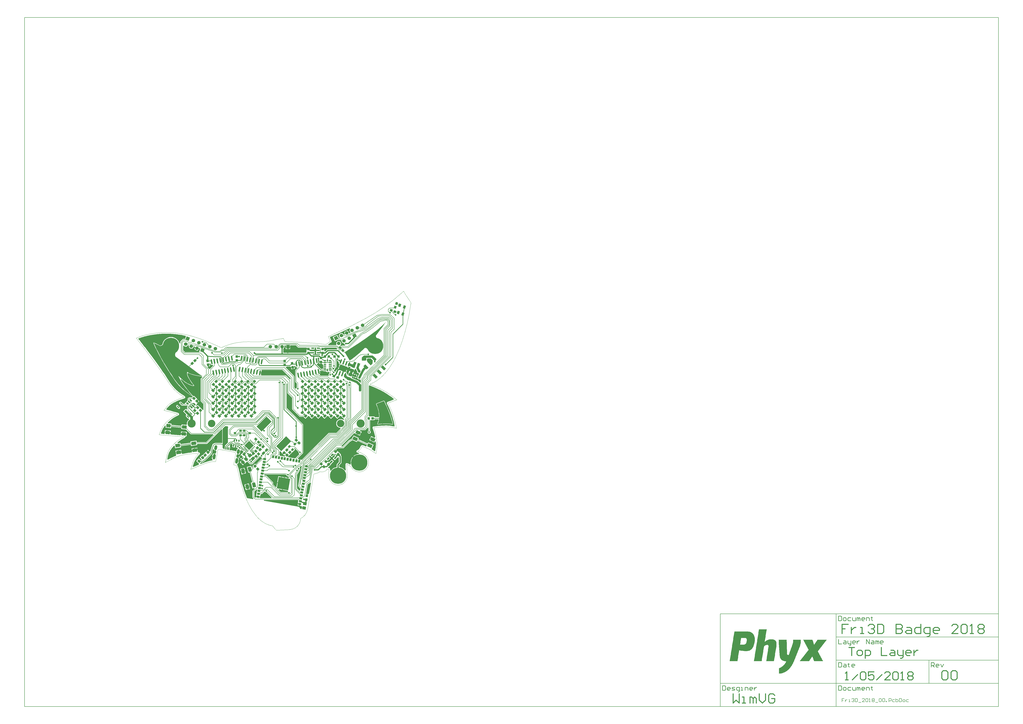
<source format=gtl>
G04*
G04 #@! TF.GenerationSoftware,Altium Limited,Altium Designer,18.1.6 (161)*
G04*
G04 Layer_Physical_Order=1*
G04 Layer_Color=48896*
%FSLAX25Y25*%
%MOIN*%
G70*
G01*
G75*
%ADD10C,0.00787*%
%ADD12C,0.01968*%
%ADD13C,0.00984*%
%ADD14C,0.00394*%
%ADD15C,0.00591*%
%ADD16C,0.01575*%
%ADD21R,0.04331X0.03937*%
G04:AMPARAMS|DCode=22|XSize=39.37mil|YSize=43.31mil|CornerRadius=0mil|HoleSize=0mil|Usage=FLASHONLY|Rotation=315.000|XOffset=0mil|YOffset=0mil|HoleType=Round|Shape=Rectangle|*
%AMROTATEDRECTD22*
4,1,4,-0.02923,-0.00139,0.00139,0.02923,0.02923,0.00139,-0.00139,-0.02923,-0.02923,-0.00139,0.0*
%
%ADD22ROTATEDRECTD22*%

G04:AMPARAMS|DCode=23|XSize=39.37mil|YSize=43.31mil|CornerRadius=0mil|HoleSize=0mil|Usage=FLASHONLY|Rotation=45.000|XOffset=0mil|YOffset=0mil|HoleType=Round|Shape=Rectangle|*
%AMROTATEDRECTD23*
4,1,4,0.00139,-0.02923,-0.02923,0.00139,-0.00139,0.02923,0.02923,-0.00139,0.00139,-0.02923,0.0*
%
%ADD23ROTATEDRECTD23*%

%ADD24R,0.03937X0.03347*%
%ADD25R,0.03937X0.03347*%
G04:AMPARAMS|DCode=26|XSize=33.47mil|YSize=39.37mil|CornerRadius=0mil|HoleSize=0mil|Usage=FLASHONLY|Rotation=315.000|XOffset=0mil|YOffset=0mil|HoleType=Round|Shape=Rectangle|*
%AMROTATEDRECTD26*
4,1,4,-0.02575,-0.00209,0.00209,0.02575,0.02575,0.00209,-0.00209,-0.02575,-0.02575,-0.00209,0.0*
%
%ADD26ROTATEDRECTD26*%

G04:AMPARAMS|DCode=27|XSize=33.47mil|YSize=39.37mil|CornerRadius=0mil|HoleSize=0mil|Usage=FLASHONLY|Rotation=315.000|XOffset=0mil|YOffset=0mil|HoleType=Round|Shape=Rectangle|*
%AMROTATEDRECTD27*
4,1,4,-0.02575,-0.00209,0.00209,0.02575,0.02575,0.00209,-0.00209,-0.02575,-0.02575,-0.00209,0.0*
%
%ADD27ROTATEDRECTD27*%

G04:AMPARAMS|DCode=28|XSize=33.47mil|YSize=39.37mil|CornerRadius=0mil|HoleSize=0mil|Usage=FLASHONLY|Rotation=340.000|XOffset=0mil|YOffset=0mil|HoleType=Round|Shape=Rectangle|*
%AMROTATEDRECTD28*
4,1,4,-0.02246,-0.01278,-0.00899,0.02422,0.02246,0.01278,0.00899,-0.02422,-0.02246,-0.01278,0.0*
%
%ADD28ROTATEDRECTD28*%

G04:AMPARAMS|DCode=29|XSize=33.47mil|YSize=39.37mil|CornerRadius=0mil|HoleSize=0mil|Usage=FLASHONLY|Rotation=340.000|XOffset=0mil|YOffset=0mil|HoleType=Round|Shape=Rectangle|*
%AMROTATEDRECTD29*
4,1,4,-0.02246,-0.01278,-0.00899,0.02422,0.02246,0.01278,0.00899,-0.02422,-0.02246,-0.01278,0.0*
%
%ADD29ROTATEDRECTD29*%

G04:AMPARAMS|DCode=30|XSize=21.65mil|YSize=31.5mil|CornerRadius=0mil|HoleSize=0mil|Usage=FLASHONLY|Rotation=170.000|XOffset=0mil|YOffset=0mil|HoleType=Round|Shape=Rectangle|*
%AMROTATEDRECTD30*
4,1,4,0.01340,0.01363,0.00793,-0.01739,-0.01340,-0.01363,-0.00793,0.01739,0.01340,0.01363,0.0*
%
%ADD30ROTATEDRECTD30*%

G04:AMPARAMS|DCode=31|XSize=17.72mil|YSize=43.31mil|CornerRadius=0mil|HoleSize=0mil|Usage=FLASHONLY|Rotation=170.000|XOffset=0mil|YOffset=0mil|HoleType=Round|Shape=Rectangle|*
%AMROTATEDRECTD31*
4,1,4,0.01248,0.01979,0.00496,-0.02286,-0.01248,-0.01979,-0.00496,0.02286,0.01248,0.01979,0.0*
%
%ADD31ROTATEDRECTD31*%

G04:AMPARAMS|DCode=32|XSize=118.11mil|YSize=236.22mil|CornerRadius=0mil|HoleSize=0mil|Usage=FLASHONLY|Rotation=315.000|XOffset=0mil|YOffset=0mil|HoleType=Round|Shape=Rectangle|*
%AMROTATEDRECTD32*
4,1,4,-0.12528,-0.04176,0.04176,0.12528,0.12528,0.04176,-0.04176,-0.12528,-0.12528,-0.04176,0.0*
%
%ADD32ROTATEDRECTD32*%

G04:AMPARAMS|DCode=33|XSize=43.31mil|YSize=76.77mil|CornerRadius=10.83mil|HoleSize=0mil|Usage=FLASHONLY|Rotation=225.000|XOffset=0mil|YOffset=0mil|HoleType=Round|Shape=RoundedRectangle|*
%AMROUNDEDRECTD33*
21,1,0.04331,0.05512,0,0,225.0*
21,1,0.02165,0.07677,0,0,225.0*
1,1,0.02165,-0.02714,0.01183*
1,1,0.02165,-0.01183,0.02714*
1,1,0.02165,0.02714,-0.01183*
1,1,0.02165,0.01183,-0.02714*
%
%ADD33ROUNDEDRECTD33*%
G04:AMPARAMS|DCode=34|XSize=43.31mil|YSize=76.77mil|CornerRadius=0mil|HoleSize=0mil|Usage=FLASHONLY|Rotation=45.000|XOffset=0mil|YOffset=0mil|HoleType=Round|Shape=Rectangle|*
%AMROTATEDRECTD34*
4,1,4,0.01183,-0.04245,-0.04245,0.01183,-0.01183,0.04245,0.04245,-0.01183,0.01183,-0.04245,0.0*
%
%ADD34ROTATEDRECTD34*%

G04:AMPARAMS|DCode=35|XSize=70.87mil|YSize=55.12mil|CornerRadius=0mil|HoleSize=0mil|Usage=FLASHONLY|Rotation=355.000|XOffset=0mil|YOffset=0mil|HoleType=Round|Shape=Rectangle|*
%AMROTATEDRECTD35*
4,1,4,-0.03770,-0.02437,-0.03290,0.03054,0.03770,0.02437,0.03290,-0.03054,-0.03770,-0.02437,0.0*
%
%ADD35ROTATEDRECTD35*%

G04:AMPARAMS|DCode=36|XSize=78.74mil|YSize=55.12mil|CornerRadius=0mil|HoleSize=0mil|Usage=FLASHONLY|Rotation=355.000|XOffset=0mil|YOffset=0mil|HoleType=Round|Shape=Rectangle|*
%AMROTATEDRECTD36*
4,1,4,-0.04162,-0.02402,-0.03682,0.03089,0.04162,0.02402,0.03682,-0.03089,-0.04162,-0.02402,0.0*
%
%ADD36ROTATEDRECTD36*%

G04:AMPARAMS|DCode=37|XSize=78.74mil|YSize=55.12mil|CornerRadius=0mil|HoleSize=0mil|Usage=FLASHONLY|Rotation=8.000|XOffset=0mil|YOffset=0mil|HoleType=Round|Shape=Rectangle|*
%AMROTATEDRECTD37*
4,1,4,-0.03515,-0.03277,-0.04282,0.02181,0.03515,0.03277,0.04282,-0.02181,-0.03515,-0.03277,0.0*
%
%ADD37ROTATEDRECTD37*%

G04:AMPARAMS|DCode=38|XSize=78.74mil|YSize=55.12mil|CornerRadius=0mil|HoleSize=0mil|Usage=FLASHONLY|Rotation=285.000|XOffset=0mil|YOffset=0mil|HoleType=Round|Shape=Rectangle|*
%AMROTATEDRECTD38*
4,1,4,-0.03681,0.03090,0.01643,0.04516,0.03681,-0.03090,-0.01643,-0.04516,-0.03681,0.03090,0.0*
%
%ADD38ROTATEDRECTD38*%

G04:AMPARAMS|DCode=39|XSize=23.62mil|YSize=45.28mil|CornerRadius=0mil|HoleSize=0mil|Usage=FLASHONLY|Rotation=315.000|XOffset=0mil|YOffset=0mil|HoleType=Round|Shape=Rectangle|*
%AMROTATEDRECTD39*
4,1,4,-0.02436,-0.00766,0.00766,0.02436,0.02436,0.00766,-0.00766,-0.02436,-0.02436,-0.00766,0.0*
%
%ADD39ROTATEDRECTD39*%

%ADD40R,0.04528X0.02362*%
G04:AMPARAMS|DCode=41|XSize=23.62mil|YSize=45.28mil|CornerRadius=0mil|HoleSize=0mil|Usage=FLASHONLY|Rotation=45.000|XOffset=0mil|YOffset=0mil|HoleType=Round|Shape=Rectangle|*
%AMROTATEDRECTD41*
4,1,4,0.00766,-0.02436,-0.02436,0.00766,-0.00766,0.02436,0.02436,-0.00766,0.00766,-0.02436,0.0*
%
%ADD41ROTATEDRECTD41*%

G04:AMPARAMS|DCode=42|XSize=17.72mil|YSize=55.12mil|CornerRadius=0mil|HoleSize=0mil|Usage=FLASHONLY|Rotation=225.000|XOffset=0mil|YOffset=0mil|HoleType=Round|Shape=Round|*
%AMOVALD42*
21,1,0.03740,0.01772,0.00000,0.00000,315.0*
1,1,0.01772,-0.01322,0.01322*
1,1,0.01772,0.01322,-0.01322*
%
%ADD42OVALD42*%

G04:AMPARAMS|DCode=43|XSize=94.88mil|YSize=129.92mil|CornerRadius=0mil|HoleSize=0mil|Usage=FLASHONLY|Rotation=70.000|XOffset=0mil|YOffset=0mil|HoleType=Round|Shape=Rectangle|*
%AMROTATEDRECTD43*
4,1,4,0.04482,-0.06680,-0.07727,-0.02236,-0.04482,0.06680,0.07727,0.02236,0.04482,-0.06680,0.0*
%
%ADD43ROTATEDRECTD43*%

G04:AMPARAMS|DCode=44|XSize=23.62mil|YSize=78.74mil|CornerRadius=0mil|HoleSize=0mil|Usage=FLASHONLY|Rotation=160.000|XOffset=0mil|YOffset=0mil|HoleType=Round|Shape=Round|*
%AMOVALD44*
21,1,0.05512,0.02362,0.00000,0.00000,250.0*
1,1,0.02362,0.00943,0.02590*
1,1,0.02362,-0.00943,-0.02590*
%
%ADD44OVALD44*%

G04:AMPARAMS|DCode=45|XSize=23.62mil|YSize=86.61mil|CornerRadius=0mil|HoleSize=0mil|Usage=FLASHONLY|Rotation=190.000|XOffset=0mil|YOffset=0mil|HoleType=Round|Shape=Round|*
%AMOVALD45*
21,1,0.06299,0.02362,0.00000,0.00000,280.0*
1,1,0.02362,-0.00547,0.03102*
1,1,0.02362,0.00547,-0.03102*
%
%ADD45OVALD45*%

G04:AMPARAMS|DCode=46|XSize=23.62mil|YSize=86.61mil|CornerRadius=0mil|HoleSize=0mil|Usage=FLASHONLY|Rotation=170.000|XOffset=0mil|YOffset=0mil|HoleType=Round|Shape=Round|*
%AMOVALD46*
21,1,0.06299,0.02362,0.00000,0.00000,260.0*
1,1,0.02362,0.00547,0.03102*
1,1,0.02362,-0.00547,-0.03102*
%
%ADD46OVALD46*%

%ADD47O,0.02165X0.04508*%
%ADD48O,0.04508X0.02165*%
G04:AMPARAMS|DCode=49|XSize=78.74mil|YSize=55.12mil|CornerRadius=0mil|HoleSize=0mil|Usage=FLASHONLY|Rotation=155.000|XOffset=0mil|YOffset=0mil|HoleType=Round|Shape=Rectangle|*
%AMROTATEDRECTD49*
4,1,4,0.04733,0.00834,0.02403,-0.04162,-0.04733,-0.00834,-0.02403,0.04162,0.04733,0.00834,0.0*
%
%ADD49ROTATEDRECTD49*%

G04:AMPARAMS|DCode=50|XSize=47.24mil|YSize=35.43mil|CornerRadius=0mil|HoleSize=0mil|Usage=FLASHONLY|Rotation=170.000|XOffset=0mil|YOffset=0mil|HoleType=Round|Shape=Rectangle|*
%AMROTATEDRECTD50*
4,1,4,0.02634,0.01335,0.02019,-0.02155,-0.02634,-0.01335,-0.02019,0.02155,0.02634,0.01335,0.0*
%
%ADD50ROTATEDRECTD50*%

G04:AMPARAMS|DCode=51|XSize=35.43mil|YSize=47.24mil|CornerRadius=0mil|HoleSize=0mil|Usage=FLASHONLY|Rotation=170.000|XOffset=0mil|YOffset=0mil|HoleType=Round|Shape=Rectangle|*
%AMROTATEDRECTD51*
4,1,4,0.02155,0.02019,0.01335,-0.02634,-0.02155,-0.02019,-0.01335,0.02634,0.02155,0.02019,0.0*
%
%ADD51ROTATEDRECTD51*%

G04:AMPARAMS|DCode=52|XSize=9.84mil|YSize=29.53mil|CornerRadius=0mil|HoleSize=0mil|Usage=FLASHONLY|Rotation=135.000|XOffset=0mil|YOffset=0mil|HoleType=Round|Shape=Round|*
%AMOVALD52*
21,1,0.01968,0.00984,0.00000,0.00000,225.0*
1,1,0.00984,0.00696,0.00696*
1,1,0.00984,-0.00696,-0.00696*
%
%ADD52OVALD52*%

G04:AMPARAMS|DCode=53|XSize=9.84mil|YSize=29.53mil|CornerRadius=0mil|HoleSize=0mil|Usage=FLASHONLY|Rotation=45.000|XOffset=0mil|YOffset=0mil|HoleType=Round|Shape=Round|*
%AMOVALD53*
21,1,0.01968,0.00984,0.00000,0.00000,135.0*
1,1,0.00984,0.00696,-0.00696*
1,1,0.00984,-0.00696,0.00696*
%
%ADD53OVALD53*%

G04:AMPARAMS|DCode=54|XSize=51.18mil|YSize=39.37mil|CornerRadius=0mil|HoleSize=0mil|Usage=FLASHONLY|Rotation=135.000|XOffset=0mil|YOffset=0mil|HoleType=Round|Shape=Rectangle|*
%AMROTATEDRECTD54*
4,1,4,0.03202,-0.00418,0.00418,-0.03202,-0.03202,0.00418,-0.00418,0.03202,0.03202,-0.00418,0.0*
%
%ADD54ROTATEDRECTD54*%

G04:AMPARAMS|DCode=55|XSize=51.18mil|YSize=39.37mil|CornerRadius=0mil|HoleSize=0mil|Usage=FLASHONLY|Rotation=225.000|XOffset=0mil|YOffset=0mil|HoleType=Round|Shape=Rectangle|*
%AMROTATEDRECTD55*
4,1,4,0.00418,0.03202,0.03202,0.00418,-0.00418,-0.03202,-0.03202,-0.00418,0.00418,0.03202,0.0*
%
%ADD55ROTATEDRECTD55*%

G04:AMPARAMS|DCode=56|XSize=51.18mil|YSize=39.37mil|CornerRadius=0mil|HoleSize=0mil|Usage=FLASHONLY|Rotation=250.000|XOffset=0mil|YOffset=0mil|HoleType=Round|Shape=Rectangle|*
%AMROTATEDRECTD56*
4,1,4,-0.00974,0.03078,0.02725,0.01732,0.00974,-0.03078,-0.02725,-0.01732,-0.00974,0.03078,0.0*
%
%ADD56ROTATEDRECTD56*%

%ADD57R,0.03937X0.04331*%
G04:AMPARAMS|DCode=58|XSize=39.37mil|YSize=43.31mil|CornerRadius=0mil|HoleSize=0mil|Usage=FLASHONLY|Rotation=170.000|XOffset=0mil|YOffset=0mil|HoleType=Round|Shape=Rectangle|*
%AMROTATEDRECTD58*
4,1,4,0.02315,0.01791,0.01563,-0.02474,-0.02315,-0.01791,-0.01563,0.02474,0.02315,0.01791,0.0*
%
%ADD58ROTATEDRECTD58*%

G04:AMPARAMS|DCode=59|XSize=39.37mil|YSize=43.31mil|CornerRadius=0mil|HoleSize=0mil|Usage=FLASHONLY|Rotation=10.000|XOffset=0mil|YOffset=0mil|HoleType=Round|Shape=Rectangle|*
%AMROTATEDRECTD59*
4,1,4,-0.01563,-0.02474,-0.02315,0.01791,0.01563,0.02474,0.02315,-0.01791,-0.01563,-0.02474,0.0*
%
%ADD59ROTATEDRECTD59*%

G04:AMPARAMS|DCode=60|XSize=39.37mil|YSize=43.31mil|CornerRadius=0mil|HoleSize=0mil|Usage=FLASHONLY|Rotation=250.000|XOffset=0mil|YOffset=0mil|HoleType=Round|Shape=Rectangle|*
%AMROTATEDRECTD60*
4,1,4,-0.01362,0.02590,0.02708,0.01109,0.01362,-0.02590,-0.02708,-0.01109,-0.01362,0.02590,0.0*
%
%ADD60ROTATEDRECTD60*%

G04:AMPARAMS|DCode=61|XSize=59.06mil|YSize=51.18mil|CornerRadius=0mil|HoleSize=0mil|Usage=FLASHONLY|Rotation=135.000|XOffset=0mil|YOffset=0mil|HoleType=Round|Shape=Rectangle|*
%AMROTATEDRECTD61*
4,1,4,0.03897,-0.00278,0.00278,-0.03897,-0.03897,0.00278,-0.00278,0.03897,0.03897,-0.00278,0.0*
%
%ADD61ROTATEDRECTD61*%

G04:AMPARAMS|DCode=62|XSize=59.06mil|YSize=51.18mil|CornerRadius=0mil|HoleSize=0mil|Usage=FLASHONLY|Rotation=225.000|XOffset=0mil|YOffset=0mil|HoleType=Round|Shape=Rectangle|*
%AMROTATEDRECTD62*
4,1,4,0.00278,0.03897,0.03897,0.00278,-0.00278,-0.03897,-0.03897,-0.00278,0.00278,0.03897,0.0*
%
%ADD62ROTATEDRECTD62*%

G04:AMPARAMS|DCode=63|XSize=59.06mil|YSize=51.18mil|CornerRadius=0mil|HoleSize=0mil|Usage=FLASHONLY|Rotation=350.000|XOffset=0mil|YOffset=0mil|HoleType=Round|Shape=Rectangle|*
%AMROTATEDRECTD63*
4,1,4,-0.03352,-0.02007,-0.02464,0.03033,0.03352,0.02007,0.02464,-0.03033,-0.03352,-0.02007,0.0*
%
%ADD63ROTATEDRECTD63*%

G04:AMPARAMS|DCode=64|XSize=59.06mil|YSize=51.18mil|CornerRadius=0mil|HoleSize=0mil|Usage=FLASHONLY|Rotation=160.000|XOffset=0mil|YOffset=0mil|HoleType=Round|Shape=Rectangle|*
%AMROTATEDRECTD64*
4,1,4,0.03650,0.01395,0.01899,-0.03415,-0.03650,-0.01395,-0.01899,0.03415,0.03650,0.01395,0.0*
%
%ADD64ROTATEDRECTD64*%

G04:AMPARAMS|DCode=65|XSize=39.37mil|YSize=43.31mil|CornerRadius=0mil|HoleSize=0mil|Usage=FLASHONLY|Rotation=340.000|XOffset=0mil|YOffset=0mil|HoleType=Round|Shape=Rectangle|*
%AMROTATEDRECTD65*
4,1,4,-0.02590,-0.01362,-0.01109,0.02708,0.02590,0.01362,0.01109,-0.02708,-0.02590,-0.01362,0.0*
%
%ADD65ROTATEDRECTD65*%

%ADD124C,0.03150*%
%ADD125P,0.27839X4X215.0*%
%ADD126P,0.15590X4X90.0*%
%ADD127C,0.01378*%
%ADD128C,0.03937*%
%ADD129C,0.01181*%
%ADD130C,0.01500*%
%ADD131C,0.05906*%
%ADD132P,0.08352X4X205.0*%
%ADD133C,0.12598*%
%ADD134C,0.13780*%
G04:AMPARAMS|DCode=135|XSize=94.49mil|YSize=47.24mil|CornerRadius=0mil|HoleSize=0mil|Usage=FLASHONLY|Rotation=80.000|XOffset=0mil|YOffset=0mil|HoleType=Round|Shape=Round|*
%AMOVALD135*
21,1,0.04724,0.04724,0.00000,0.00000,80.0*
1,1,0.04724,-0.00410,-0.02326*
1,1,0.04724,0.00410,0.02326*
%
%ADD135OVALD135*%

G04:AMPARAMS|DCode=136|XSize=82.68mil|YSize=47.24mil|CornerRadius=0mil|HoleSize=0mil|Usage=FLASHONLY|Rotation=80.000|XOffset=0mil|YOffset=0mil|HoleType=Round|Shape=Round|*
%AMOVALD136*
21,1,0.03543,0.04724,0.00000,0.00000,80.0*
1,1,0.04724,-0.00308,-0.01745*
1,1,0.04724,0.00308,0.01745*
%
%ADD136OVALD136*%

%ADD137P,0.08352X4X71.0*%
%ADD138C,0.27559*%
%ADD139R,0.05906X0.05906*%
%ADD140C,0.02756*%
G36*
X188808Y351327D02*
X184244Y344752D01*
X179498Y338306D01*
X174575Y331995D01*
X173462Y330648D01*
X173318Y330006D01*
X173298Y329246D01*
X173427Y328497D01*
X173700Y327788D01*
X174106Y327145D01*
X174630Y326594D01*
X175251Y326156D01*
X175591Y325984D01*
X171917Y312819D01*
X159449Y306805D01*
X159449Y306805D01*
X159250Y307196D01*
X158743Y307910D01*
X158106Y308512D01*
X157364Y308977D01*
X156545Y309289D01*
X155681Y309435D01*
X154806Y309410D01*
X154238Y309280D01*
X153179Y308196D01*
X150302Y305414D01*
X150302Y305414D01*
X148505Y303662D01*
X144801Y300274D01*
X140990Y297007D01*
X137077Y293865D01*
X135071Y292357D01*
X135071Y292357D01*
X134302Y291757D01*
X132721Y290614D01*
X131099Y289531D01*
X129438Y288509D01*
X128589Y288030D01*
X120265Y302049D01*
X120265Y302049D01*
X120265Y302049D01*
D01*
X124992Y305002D01*
X134387Y311004D01*
X143699Y317133D01*
X152926Y323389D01*
X157508Y326564D01*
X160044Y328351D01*
X165067Y331994D01*
X170023Y335728D01*
X174911Y339550D01*
X177329Y341494D01*
X177329Y341494D01*
X179182Y342984D01*
X182771Y346104D01*
X186194Y349405D01*
X189442Y352879D01*
X190997Y354678D01*
X188808Y351327D01*
D02*
G37*
G36*
X128887Y342906D02*
X129191Y341467D01*
X129189Y341462D01*
X128706Y340493D01*
X128489Y339426D01*
X128555Y338340D01*
X128900Y337308D01*
X129501Y336400D01*
X129904Y336043D01*
X129790Y334706D01*
X128709Y334236D01*
X127602Y335042D01*
X127574Y335512D01*
X127403Y336021D01*
X123879Y334302D01*
X120132Y332475D01*
X119710Y331744D01*
X118543Y331828D01*
X118420Y332196D01*
X117819Y333103D01*
X117004Y333825D01*
X116029Y334310D01*
X114963Y334527D01*
X113876Y334461D01*
X112844Y334116D01*
X111936Y333515D01*
X111215Y332699D01*
X110730Y331725D01*
X110513Y330659D01*
X110579Y329572D01*
X110924Y328540D01*
X111525Y327632D01*
X111950Y327257D01*
X111479Y326096D01*
X110200Y326155D01*
X107587Y331512D01*
X100156Y327888D01*
X103781Y320457D01*
X109365Y323180D01*
X113955Y322968D01*
X114910Y321741D01*
X114896Y321671D01*
X114963Y320584D01*
X115308Y319552D01*
X115909Y318645D01*
X116724Y317923D01*
X117698Y317438D01*
X118765Y317221D01*
X119145Y317244D01*
X119438Y316929D01*
X119526Y316261D01*
X119784Y315639D01*
X120194Y315104D01*
X120729Y314694D01*
X121351Y314436D01*
X121108Y313316D01*
X115748D01*
X115172Y313202D01*
X114684Y312875D01*
X114155Y312347D01*
X112789Y313713D01*
X112803Y313849D01*
X113524Y314665D01*
X114010Y315639D01*
X114227Y316705D01*
X114161Y317792D01*
X113815Y318824D01*
X113215Y319732D01*
X112399Y320453D01*
X111425Y320939D01*
X110359Y321156D01*
X109272Y321089D01*
X108240Y320744D01*
X107332Y320143D01*
X106611Y319328D01*
X106125Y318354D01*
X105908Y317287D01*
X105975Y316201D01*
X106248Y315383D01*
X105934Y314688D01*
X105543Y314202D01*
X92651D01*
X92218Y315383D01*
X92644Y315744D01*
X94320Y316937D01*
X96091Y317983D01*
X97018Y318429D01*
X97290Y318634D01*
X97572Y318824D01*
X97602Y318868D01*
X97644Y318900D01*
X97817Y319193D01*
X98005Y319477D01*
X98015Y319529D01*
X98042Y319574D01*
X98090Y319912D01*
X98155Y320246D01*
X98144Y320298D01*
X98152Y320350D01*
X98067Y320680D01*
X97999Y321013D01*
X97909Y321229D01*
X97905Y321234D01*
X97904Y321241D01*
X97720Y321671D01*
X97715Y321678D01*
X97713Y321687D01*
X97526Y322116D01*
X97521Y322123D01*
X97519Y322131D01*
X97328Y322559D01*
X97324Y322564D01*
X97323Y322570D01*
X97226Y322783D01*
X97224Y322786D01*
X97223Y322790D01*
X97146Y322958D01*
X97142Y322964D01*
X97140Y322971D01*
X96983Y323307D01*
X96978Y323314D01*
X96976Y323323D01*
X96816Y323658D01*
X96810Y323665D01*
X96808Y323674D01*
X96656Y323985D01*
X96613Y324200D01*
X96585Y324242D01*
X96573Y324291D01*
X95346Y326880D01*
X95773Y327981D01*
X98437Y329074D01*
X98452Y329084D01*
X98470Y329088D01*
X102283Y330731D01*
X102291Y330737D01*
X102301Y330739D01*
X109895Y334102D01*
X109906Y334109D01*
X109919Y334112D01*
X117469Y337574D01*
X117480Y337582D01*
X117492Y337585D01*
X124996Y341145D01*
X125004Y341151D01*
X125014Y341154D01*
X128747Y342971D01*
X128887Y342906D01*
D02*
G37*
G36*
X-182016Y333507D02*
X-182013Y333507D01*
X-182011Y333507D01*
X-180052Y333508D01*
X-176137Y333406D01*
X-172225Y333201D01*
X-168321Y332892D01*
X-164425Y332480D01*
X-160542Y331965D01*
X-156674Y331348D01*
X-152824Y330629D01*
X-150917Y330220D01*
X-149757Y329962D01*
X-149189Y328926D01*
X-150651Y324909D01*
X-153368D01*
X-153944Y324794D01*
X-154433Y324468D01*
X-158545Y320356D01*
X-158871Y319867D01*
X-158986Y319291D01*
Y317178D01*
X-160167Y317039D01*
X-160267Y317456D01*
X-161168Y319632D01*
X-162399Y321640D01*
X-163928Y323430D01*
X-165718Y324960D01*
X-167726Y326190D01*
X-169902Y327091D01*
X-172192Y327641D01*
X-174539Y327826D01*
X-176887Y327641D01*
X-179177Y327091D01*
X-181352Y326190D01*
X-183360Y324960D01*
X-185151Y323430D01*
X-186680Y321640D01*
X-187911Y319632D01*
X-188812Y317456D01*
X-189362Y315166D01*
X-189370Y315062D01*
X-189647Y314777D01*
X-190493Y314193D01*
X-191436Y313786D01*
X-192441Y313571D01*
X-193484Y313556D01*
X-193761Y313593D01*
X-197161Y315401D01*
X-197172Y315402D01*
X-197180Y315410D01*
X-201394Y317482D01*
X-201405Y317483D01*
X-201412Y317491D01*
X-203176Y318289D01*
X-203551Y318459D01*
X-203551Y318459D01*
X-203552Y318459D01*
X-203553Y318460D01*
X-203689Y318464D01*
X-203815Y318516D01*
X-203815Y318516D01*
X-203923Y318471D01*
X-204040Y318475D01*
X-204041Y318475D01*
X-204042Y318475D01*
X-204042Y318475D01*
X-204141Y318381D01*
X-204267Y318329D01*
X-204312Y318221D01*
X-204397Y318141D01*
X-204397Y318140D01*
X-204398Y318139D01*
X-204402Y318003D01*
X-204454Y317877D01*
X-204409Y317769D01*
X-204413Y317652D01*
X-204413Y317651D01*
Y317650D01*
X-204413Y317650D01*
X-204319Y317404D01*
X-204319Y317403D01*
X-204319Y317403D01*
X-203832Y316120D01*
X-203825Y316112D01*
Y316102D01*
X-202571Y313077D01*
X-202563Y313070D01*
X-202563Y313059D01*
X-201218Y310075D01*
X-201210Y310068D01*
X-201210Y310057D01*
X-199774Y307115D01*
X-199767Y307108D01*
X-199766Y307097D01*
X-199006Y305654D01*
X-197680Y303021D01*
X-197676Y303017D01*
X-197676Y303012D01*
X-194937Y297779D01*
X-194933Y297775D01*
X-194933Y297770D01*
X-192113Y292580D01*
X-192109Y292577D01*
X-192108Y292571D01*
X-189208Y287426D01*
X-189204Y287422D01*
X-189203Y287417D01*
X-187714Y284869D01*
X-185946Y281820D01*
X-185940Y281816D01*
X-185939Y281809D01*
X-182276Y275786D01*
X-182271Y275781D01*
X-182270Y275774D01*
X-178483Y269828D01*
X-178477Y269824D01*
X-178475Y269817D01*
X-174566Y263951D01*
X-174560Y263947D01*
X-174558Y263940D01*
X-172556Y261067D01*
X-171035Y258508D01*
X-171017Y258495D01*
X-171013Y258474D01*
X-167624Y253522D01*
X-167606Y253510D01*
X-167600Y253489D01*
X-163903Y248762D01*
X-163884Y248751D01*
X-163877Y248731D01*
X-159888Y244248D01*
X-159868Y244239D01*
X-159860Y244219D01*
X-155594Y239999D01*
X-155574Y239990D01*
X-155564Y239971D01*
X-151038Y236030D01*
X-151018Y236023D01*
X-151007Y236005D01*
X-146240Y232360D01*
X-146219Y232354D01*
X-146207Y232336D01*
X-141218Y229001D01*
X-141197Y228997D01*
X-141183Y228980D01*
X-138924Y227669D01*
X-138588Y227474D01*
X-138588D01*
X-138567Y227471D01*
X-138553Y227455D01*
X-138419Y227446D01*
X-138297Y227389D01*
X-138282Y227394D01*
X-138268Y227388D01*
X-138267Y227388D01*
X-137785Y226309D01*
X-138766Y225328D01*
X-143894D01*
X-144470Y225214D01*
X-144958Y224887D01*
X-145946Y223899D01*
X-146273Y223411D01*
X-146387Y222835D01*
Y220342D01*
X-147429Y219300D01*
X-150770Y215959D01*
X-150490Y215679D01*
X-150979Y214497D01*
X-154035D01*
X-154261Y214835D01*
X-156905Y217479D01*
X-157589Y217936D01*
X-158395Y218097D01*
X-159202Y217936D01*
X-159886Y217479D01*
X-160342Y216796D01*
X-160492Y216045D01*
X-160855Y215973D01*
X-156496Y211614D01*
X-151575D01*
X-151448Y211487D01*
X-148865D01*
X-148289Y211601D01*
X-147801Y211928D01*
X-147270Y212459D01*
X-146226Y211415D01*
X-146734Y210907D01*
X-147060Y210419D01*
X-147175Y209842D01*
Y205337D01*
X-148266Y204885D01*
X-149348Y205967D01*
X-149799Y206292D01*
X-154127Y201964D01*
X-153802Y201513D01*
X-153148Y200859D01*
X-149157Y196868D01*
X-148923Y196299D01*
X-148889Y195626D01*
X-149346Y194942D01*
X-149506Y194136D01*
X-149346Y193329D01*
X-148889Y192646D01*
X-146245Y190001D01*
X-145561Y189544D01*
X-144754Y189384D01*
X-143672Y188416D01*
Y188059D01*
X-144073Y187846D01*
X-145301Y186837D01*
X-146310Y185608D01*
X-147060Y184206D01*
X-147521Y182685D01*
X-147677Y181102D01*
X-147560Y179912D01*
X-148372Y178798D01*
X-156655Y179523D01*
X-156850Y177300D01*
X-174107Y178810D01*
X-173912Y181032D01*
X-179741Y181542D01*
X-180177Y182766D01*
X-179708Y183222D01*
X-177574Y185135D01*
X-175362Y186959D01*
X-173077Y188690D01*
X-170723Y190325D01*
X-168303Y191862D01*
X-165822Y193299D01*
X-163284Y194631D01*
X-161989Y195245D01*
X-161952Y195272D01*
X-161908Y195285D01*
X-161639Y195505D01*
X-161360Y195712D01*
X-161336Y195751D01*
X-161301Y195780D01*
X-161136Y196086D01*
X-160958Y196384D01*
X-160951Y196429D01*
X-160929Y196469D01*
X-160894Y196815D01*
X-160843Y197158D01*
X-160854Y197203D01*
X-160850Y197249D01*
X-160949Y197581D01*
X-161034Y197918D01*
X-161061Y197955D01*
X-161075Y197999D01*
X-161294Y198268D01*
X-161501Y198547D01*
X-161540Y198570D01*
X-161569Y198606D01*
X-161875Y198770D01*
X-162173Y198949D01*
X-162218Y198956D01*
X-162259Y198977D01*
X-165023Y199826D01*
X-165031Y199827D01*
X-165038Y199831D01*
X-166629Y200306D01*
X-166636Y200306D01*
X-166642Y200310D01*
X-169831Y201238D01*
X-169841Y201239D01*
X-169849Y201243D01*
X-173047Y202142D01*
X-173056Y202142D01*
X-173064Y202147D01*
X-176270Y203016D01*
X-176277Y203016D01*
X-176284Y203020D01*
X-177889Y203443D01*
X-177903Y203444D01*
X-177915Y203450D01*
X-182120Y204501D01*
X-182493Y205622D01*
X-179767Y208977D01*
X-179447Y209362D01*
X-178753Y210116D01*
X-178022Y210835D01*
X-177255Y211517D01*
X-176856Y211838D01*
X-176854Y211840D01*
X-176852Y211841D01*
X-176349Y212247D01*
X-175315Y213026D01*
X-174255Y213768D01*
X-173169Y214473D01*
X-172615Y214807D01*
X-172614Y214808D01*
X-172612Y214808D01*
X-171933Y215218D01*
X-170556Y216005D01*
X-169161Y216758D01*
X-167748Y217477D01*
X-167038Y217817D01*
X-165187Y218690D01*
X-161422Y220327D01*
X-157609Y221850D01*
X-153752Y223255D01*
X-151803Y223899D01*
X-151528Y224055D01*
X-151242Y224189D01*
X-151189Y224247D01*
X-151121Y224285D01*
X-150927Y224534D01*
X-150714Y224768D01*
X-150688Y224841D01*
X-150640Y224903D01*
X-150555Y225207D01*
X-150448Y225504D01*
X-150452Y225582D01*
X-150431Y225658D01*
X-150470Y225971D01*
X-150484Y226286D01*
X-150517Y226357D01*
X-150527Y226435D01*
X-150682Y226710D01*
X-150817Y226995D01*
X-150874Y227048D01*
X-150913Y227116D01*
X-151162Y227310D01*
X-151395Y227523D01*
X-152207Y228013D01*
X-153810Y229026D01*
X-155394Y230071D01*
X-156955Y231148D01*
X-157725Y231702D01*
X-157733Y231705D01*
X-157739Y231712D01*
X-159188Y232734D01*
X-161983Y234915D01*
X-164672Y237226D01*
X-167248Y239662D01*
X-169705Y242218D01*
X-172037Y244888D01*
X-174240Y247666D01*
X-176308Y250545D01*
X-177268Y252025D01*
X-178011Y253195D01*
X-178765Y254398D01*
X-178765Y254398D01*
X-178765Y254398D01*
X-179536Y255627D01*
X-179538Y255629D01*
X-179539Y255631D01*
X-179736Y255944D01*
X-179740Y255948D01*
X-179741Y255952D01*
X-180140Y256577D01*
X-180144Y256582D01*
X-180146Y256588D01*
X-180549Y257211D01*
X-180553Y257215D01*
X-180555Y257222D01*
X-180962Y257842D01*
X-180965Y257845D01*
X-180967Y257850D01*
X-181171Y258159D01*
X-181172Y258159D01*
X-181172Y258159D01*
X-182685Y260444D01*
X-182690Y260449D01*
X-182692Y260455D01*
X-185747Y265006D01*
X-185753Y265012D01*
X-185756Y265019D01*
X-188848Y269545D01*
X-188854Y269551D01*
X-188857Y269559D01*
X-191986Y274059D01*
X-191991Y274063D01*
X-191993Y274069D01*
X-193572Y276309D01*
X-193575Y276313D01*
X-193577Y276317D01*
X-196361Y280228D01*
X-196367Y280233D01*
X-196370Y280240D01*
X-201993Y288022D01*
X-202000Y288029D01*
X-202005Y288038D01*
X-207702Y295766D01*
X-207709Y295773D01*
X-207713Y295781D01*
X-213484Y303455D01*
X-213490Y303460D01*
X-213493Y303467D01*
X-216405Y307283D01*
X-216407Y307284D01*
X-216408Y307286D01*
X-217761Y309052D01*
X-217764Y309054D01*
X-217765Y309058D01*
X-220485Y312580D01*
X-220489Y312584D01*
X-220491Y312588D01*
X-223229Y316097D01*
X-223233Y316100D01*
X-223235Y316105D01*
X-225990Y319599D01*
X-225993Y319602D01*
X-225995Y319605D01*
X-227379Y321347D01*
X-227388Y321355D01*
X-227394Y321366D01*
X-229833Y324363D01*
X-229520Y325501D01*
X-225901Y326824D01*
X-225897Y326826D01*
X-225893Y326827D01*
X-225608Y326932D01*
X-225036Y327135D01*
X-224461Y327329D01*
X-223883Y327515D01*
X-223592Y327604D01*
X-223588Y327607D01*
X-223583Y327607D01*
X-222842Y327838D01*
X-221351Y328278D01*
X-219854Y328695D01*
X-218352Y329089D01*
X-217600Y329275D01*
X-215421Y329805D01*
X-211028Y330734D01*
X-206608Y331532D01*
X-202166Y332196D01*
X-197707Y332726D01*
X-193233Y333122D01*
X-188750Y333384D01*
X-184261Y333511D01*
X-182016Y333507D01*
D02*
G37*
G36*
X40668Y310353D02*
X41156Y310027D01*
X41732Y309912D01*
X55694D01*
Y307980D01*
X58662D01*
Y306980D01*
X55694D01*
Y305240D01*
X55513Y304134D01*
Y304134D01*
X55513Y304134D01*
Y301027D01*
X16066D01*
Y307901D01*
X16807Y308469D01*
X17469Y309333D01*
X17886Y310338D01*
X18028Y311417D01*
X17886Y312496D01*
X17815Y312668D01*
X18604Y313849D01*
X19906D01*
Y311917D01*
X23858D01*
X27811D01*
Y313849D01*
X37172D01*
X40668Y310353D01*
D02*
G37*
G36*
X-144822Y313919D02*
X-144282Y312996D01*
X-144360Y312645D01*
X-144313Y311557D01*
X-143985Y310519D01*
X-143400Y309601D01*
X-142598Y308866D01*
X-141632Y308363D01*
X-140570Y308127D01*
X-139482Y308175D01*
X-138444Y308502D01*
X-137526Y309087D01*
X-136791Y309890D01*
X-136288Y310855D01*
X-136112Y311649D01*
X-134961Y311905D01*
X-134690Y311674D01*
X-134226Y310858D01*
X-134323Y310672D01*
X-130638Y309331D01*
X-126954Y307990D01*
X-126877Y308337D01*
X-126118Y308942D01*
X-125788Y309139D01*
X-125609Y309093D01*
X-124947Y307818D01*
X-126711Y302970D01*
X-126711D01*
X-126830Y302293D01*
X-150951D01*
X-154007Y305348D01*
Y312721D01*
X-152825Y313065D01*
X-152797Y313021D01*
X-151995Y312286D01*
X-151029Y311783D01*
X-149967Y311548D01*
X-148879Y311595D01*
X-147841Y311922D01*
X-146923Y312507D01*
X-146188Y313310D01*
X-145830Y313997D01*
X-145032Y314127D01*
X-144822Y313919D01*
D02*
G37*
G36*
X107588Y308023D02*
X107136Y306932D01*
X91339D01*
X90494Y306764D01*
X89777Y306286D01*
X86910Y303418D01*
X86657Y303523D01*
X85729Y304134D01*
X85548Y305265D01*
Y306980D01*
X82579D01*
Y307980D01*
X85548D01*
Y309912D01*
X105700D01*
X107588Y308023D01*
D02*
G37*
G36*
X71752Y306398D02*
X71933D01*
Y305520D01*
X75197D01*
Y304520D01*
X71933D01*
Y303642D01*
X71752D01*
Y298917D01*
X77870D01*
X78627Y297944D01*
X77715Y297414D01*
X76870Y297582D01*
X65725D01*
X65622Y297736D01*
X66254Y298917D01*
X69390D01*
Y303642D01*
X62533D01*
X62295Y303819D01*
X61631Y304395D01*
Y305644D01*
X62500Y306398D01*
X69390D01*
Y309912D01*
X71752D01*
Y306398D01*
D02*
G37*
G36*
X157087Y288976D02*
X155905Y287795D01*
X150000D01*
X149213Y288583D01*
Y292913D01*
X150787Y294488D01*
X157087D01*
Y288976D01*
D02*
G37*
G36*
X76771Y292098D02*
Y288977D01*
X76771D01*
X76952Y288796D01*
Y286130D01*
X79921D01*
Y285630D01*
X80421D01*
Y282465D01*
X82133D01*
X83137Y281503D01*
X83164Y281398D01*
X83320Y280613D01*
X83821Y279864D01*
X83853Y279701D01*
X83491Y279159D01*
X83429Y278846D01*
X86624D01*
Y277846D01*
X83429D01*
X83491Y277534D01*
X83911Y276772D01*
X83491Y276009D01*
X83429Y275697D01*
X86624D01*
Y274697D01*
X83224D01*
X82600Y273753D01*
X80475D01*
X72933Y281295D01*
X73432Y282466D01*
X73645Y282461D01*
X74521Y282802D01*
X75200Y283452D01*
X75578Y284312D01*
X75599Y285251D01*
X74505Y291455D01*
X74299Y291985D01*
X74756Y292923D01*
X74840Y293007D01*
X75862Y293007D01*
X76771Y292098D01*
D02*
G37*
G36*
X167717Y288189D02*
Y283858D01*
X164567Y280709D01*
X164173D01*
X157874Y287008D01*
Y290158D01*
X159055Y291339D01*
X164567D01*
X167717Y288189D01*
D02*
G37*
G36*
X36235Y279201D02*
X36387Y278337D01*
X36727Y277461D01*
X37377Y276782D01*
X38237Y276404D01*
X39177Y276383D01*
X39405Y276472D01*
X40065Y275461D01*
X36783Y272180D01*
X36457Y271691D01*
X36342Y271115D01*
Y252507D01*
X36457Y251931D01*
X36783Y251442D01*
X39016Y249209D01*
Y242061D01*
X38696Y241815D01*
X38286Y241281D01*
X38028Y240658D01*
X38019Y240584D01*
X36772Y240160D01*
X34576Y242356D01*
Y261024D01*
X34462Y261600D01*
X34135Y262088D01*
X20239Y275985D01*
X20728Y277166D01*
X21653D01*
Y277721D01*
X27225D01*
X27655Y277807D01*
X28338Y277572D01*
X28971Y277143D01*
X29067Y276603D01*
X31990Y277118D01*
X34913Y277634D01*
X34784Y278366D01*
X35817Y279312D01*
X36235Y279201D01*
D02*
G37*
G36*
X-107622Y282274D02*
X-107281Y281398D01*
X-106632Y280719D01*
X-105772Y280341D01*
X-104832Y280320D01*
X-104305Y280525D01*
X-103235Y280157D01*
X-102969Y279971D01*
X-102878Y279566D01*
X-108464Y273980D01*
X-108769Y273934D01*
X-109831Y274100D01*
X-109959Y274293D01*
X-112237Y276571D01*
X-111882Y277697D01*
X-111567Y277752D01*
X-112116Y280870D01*
X-111624Y280957D01*
X-111711Y281449D01*
X-108787Y281964D01*
X-108894Y282569D01*
X-107940Y283851D01*
X-107901Y283854D01*
X-107622Y282274D01*
D02*
G37*
G36*
X28416Y258038D02*
Y256486D01*
X27235Y255996D01*
X20749Y262482D01*
X20261Y262808D01*
X19685Y262923D01*
X-21332D01*
X-22062Y264104D01*
X-21674Y266305D01*
X-23864Y266691D01*
X-23690Y267676D01*
X-21500Y267290D01*
X-21040Y269899D01*
X-21059Y270766D01*
X-21133Y270936D01*
X-20411Y272117D01*
X14337D01*
X28416Y258038D01*
D02*
G37*
G36*
X109695Y290452D02*
X109339Y290305D01*
X108805Y289895D01*
X108395Y289360D01*
X108137Y288738D01*
X108049Y288070D01*
X108137Y287402D01*
X108395Y286779D01*
X108805Y286245D01*
X109339Y285835D01*
X109962Y285577D01*
X110356Y284333D01*
X110293Y283923D01*
X110516Y283010D01*
X111072Y282252D01*
X111875Y281764D01*
X111878Y281760D01*
X110450Y277837D01*
X117494Y275273D01*
X124538Y272709D01*
X125966Y276632D01*
X125971Y276634D01*
X126899Y276491D01*
X127812Y276714D01*
X128570Y277270D01*
X128765Y277591D01*
X129975Y277073D01*
X130041Y276402D01*
X129974Y276217D01*
X129740Y275045D01*
X129036Y273110D01*
X132750Y271758D01*
X136465Y270407D01*
X137194Y272412D01*
X137743Y273389D01*
X137888Y273789D01*
X138690Y273902D01*
X139153Y273811D01*
X140815Y270502D01*
X141668Y268803D01*
X141164Y267417D01*
X143695Y266495D01*
X143923Y266385D01*
X143968Y266376D01*
X144336Y266088D01*
X144688Y265191D01*
X143646Y263161D01*
X143601Y263178D01*
X143469Y262815D01*
X142379Y260692D01*
X142100Y259911D01*
X142033Y259085D01*
X142059Y258942D01*
X141446Y257259D01*
X143748Y256421D01*
X143755Y256416D01*
X144138Y256279D01*
X145784Y255680D01*
X146811Y255306D01*
X147707Y254669D01*
Y250848D01*
X146616Y250396D01*
X143191Y253821D01*
X143023Y253951D01*
X142872Y254101D01*
X142695Y254202D01*
X142533Y254326D01*
X142337Y254407D01*
X142152Y254513D01*
X132773Y258367D01*
X132592Y259128D01*
X132625Y259216D01*
X132859Y260388D01*
X133563Y262323D01*
X129848Y263675D01*
X126134Y265027D01*
X125809Y264135D01*
X124500Y263991D01*
X124138Y264558D01*
X124210Y264755D01*
X124353Y265684D01*
X124130Y266597D01*
X123574Y267354D01*
X122771Y267842D01*
X122768Y267846D01*
X124196Y271769D01*
X117152Y274333D01*
X110108Y276897D01*
X108617Y272801D01*
X108612Y272799D01*
X107754Y272931D01*
X106912Y272725D01*
X106212Y272212D01*
X105762Y271470D01*
X104970Y269294D01*
X104389Y269150D01*
X103673Y269185D01*
X103400Y269542D01*
X102865Y269952D01*
X102323Y270176D01*
X102227Y270238D01*
X102120Y270431D01*
X102444Y271780D01*
X102978Y272191D01*
X103389Y272725D01*
X103646Y273348D01*
X103734Y274016D01*
X103685Y274391D01*
X105789Y276495D01*
X106115Y276983D01*
X106230Y277559D01*
Y290481D01*
X106299Y291634D01*
X109460D01*
X109695Y290452D01*
D02*
G37*
G36*
X79768Y270341D02*
X83931D01*
X84570Y269915D01*
X85453Y269739D01*
X87795D01*
X88813Y269609D01*
X89313Y268860D01*
X90062Y268360D01*
X90945Y268184D01*
X91828Y268360D01*
X92577Y268860D01*
X93928Y268757D01*
X94164Y268563D01*
Y265850D01*
X93844Y265605D01*
X93434Y265070D01*
X93176Y264448D01*
X93088Y263779D01*
X93176Y263111D01*
X93319Y262766D01*
X92477Y261934D01*
X92456Y261922D01*
X92308Y262021D01*
X91732Y262135D01*
X79364D01*
X78149Y263350D01*
X78275Y264894D01*
X78330Y264947D01*
X78680Y265741D01*
X78698Y266609D01*
X78155Y269692D01*
X78343Y269929D01*
X78417Y269980D01*
X79220Y270450D01*
X79768Y270341D01*
D02*
G37*
G36*
X-201676Y316909D02*
X-197462Y314837D01*
X-193960Y312974D01*
X-193522Y312916D01*
X-192369Y312933D01*
X-191241Y313174D01*
X-190182Y313631D01*
X-189232Y314286D01*
X-188428Y315114D01*
X-187802Y316082D01*
X-187376Y317154D01*
X-187244Y317717D01*
Y317717D01*
X-174539Y312819D01*
X-164567Y303543D01*
X-165109Y303149D01*
X-166063Y302212D01*
X-166816Y301106D01*
X-167340Y299875D01*
X-167612Y298565D01*
X-167624Y297227D01*
X-167375Y295913D01*
X-166875Y294672D01*
X-166725Y294417D01*
X-149772Y282061D01*
X-130980Y268199D01*
X-129799Y267299D01*
X-127399Y265551D01*
X-124950Y263875D01*
X-122452Y262270D01*
X-121186Y261495D01*
X-121186D01*
X-121186D01*
D01*
X-123749Y261652D01*
X-128839Y262323D01*
X-133871Y263349D01*
X-138818Y264724D01*
X-141237Y265583D01*
X-141237Y265583D01*
X-142059Y265894D01*
X-143660Y266617D01*
X-145213Y267437D01*
X-146713Y268352D01*
X-147433Y268855D01*
Y268855D01*
X-147453Y268079D01*
X-147399Y266526D01*
X-147220Y264983D01*
X-146918Y263459D01*
X-146493Y261965D01*
X-145950Y260510D01*
X-145291Y259103D01*
X-144521Y257754D01*
X-144096Y257103D01*
X-143672Y256368D01*
X-142795Y254912D01*
X-141882Y253480D01*
X-140932Y252072D01*
X-140444Y251378D01*
Y251378D01*
X-140444Y251378D01*
X-139906Y250624D01*
X-138805Y249134D01*
X-137670Y247671D01*
X-136503Y246234D01*
X-135907Y245525D01*
X-136471Y245506D01*
X-137600Y245581D01*
X-138714Y245768D01*
X-139805Y246065D01*
X-140333Y246267D01*
X-141038Y246503D01*
X-142422Y247045D01*
X-143778Y247656D01*
X-145101Y248333D01*
X-145745Y248705D01*
X-145745D01*
X-146728Y249269D01*
X-148643Y250480D01*
X-150505Y251771D01*
X-152311Y253140D01*
X-153184Y253862D01*
Y253862D01*
X-154432Y254890D01*
X-156855Y257031D01*
X-159204Y259254D01*
X-161475Y261556D01*
X-162570Y262745D01*
X-161400Y260241D01*
X-158845Y255340D01*
X-156010Y250595D01*
X-152906Y246022D01*
X-151256Y243805D01*
X-150495Y242782D01*
X-148954Y240752D01*
X-147385Y238743D01*
X-145790Y236754D01*
X-144982Y235768D01*
X-144167Y234780D01*
X-142516Y232821D01*
X-140837Y230885D01*
X-139131Y228974D01*
X-138268Y228027D01*
X-138267Y228027D01*
X-138268D01*
X-138268Y228027D01*
X-140863Y229533D01*
X-145852Y232868D01*
X-150619Y236512D01*
X-155144Y240453D01*
X-159410Y244673D01*
X-163400Y249156D01*
X-167096Y253883D01*
X-170485Y258835D01*
X-172019Y261414D01*
X-172019D01*
X-172019D01*
D01*
X-172019Y261414D01*
X-174034Y264306D01*
X-177944Y270172D01*
X-181730Y276118D01*
X-185393Y282141D01*
X-187161Y285190D01*
X-188651Y287740D01*
X-191551Y292885D01*
X-194371Y298075D01*
X-197109Y303309D01*
X-198438Y305946D01*
X-198438D01*
X-199200Y307395D01*
X-200635Y310337D01*
X-201980Y313322D01*
X-203234Y316346D01*
X-203815Y317877D01*
X-203815Y317877D01*
X-201676Y316909D01*
D02*
G37*
G36*
X-135907Y245525D02*
X-135907Y245525D01*
X-135907D01*
X-135907Y245525D01*
D02*
G37*
G36*
X-143958Y266052D02*
X-143937Y266050D01*
X-143923Y266034D01*
X-142322Y265312D01*
X-142300Y265311D01*
X-142285Y265297D01*
X-141463Y264986D01*
X-141456Y264986D01*
X-141451Y264981D01*
X-139032Y264122D01*
X-139008Y264123D01*
X-138989Y264109D01*
X-134042Y262733D01*
X-134018Y262736D01*
X-133998Y262723D01*
X-128967Y261697D01*
X-128944Y261702D01*
X-128923Y261690D01*
X-123832Y261018D01*
X-123809Y261024D01*
X-123788Y261014D01*
X-122027Y260906D01*
X-121568Y259695D01*
X-123899Y257364D01*
X-124225Y256875D01*
X-124340Y256299D01*
Y219685D01*
X-124225Y219109D01*
X-123899Y218621D01*
X-119615Y214337D01*
Y204480D01*
X-120797Y203991D01*
X-124742Y207936D01*
Y207936D01*
X-124742Y207936D01*
X-129474Y212668D01*
X-131520Y210623D01*
X-131593Y210638D01*
X-131982Y211919D01*
X-130726Y213175D01*
X-131446Y213895D01*
X-130667Y214753D01*
X-130650Y214770D01*
X-128921Y216499D01*
X-131159Y218737D01*
X-130806Y219090D01*
X-131159Y219444D01*
X-129060Y221543D01*
X-130291Y222774D01*
X-130945Y223684D01*
X-131599Y224338D01*
X-135678Y228416D01*
X-136544Y227550D01*
X-136613Y227561D01*
X-137634Y228012D01*
X-137628Y228027D01*
X-137628Y228027D01*
X-137661Y228106D01*
X-137650Y228191D01*
X-137662Y228208D01*
X-137661Y228229D01*
X-137661Y228229D01*
X-137749Y228331D01*
X-137795Y228458D01*
Y228458D01*
X-138075Y228765D01*
X-138656Y229402D01*
X-140357Y231308D01*
X-142030Y233236D01*
X-143676Y235189D01*
X-144489Y236175D01*
X-145293Y237157D01*
X-146884Y239139D01*
X-148448Y241143D01*
X-149984Y243166D01*
X-150743Y244186D01*
X-150743Y244187D01*
X-150743Y244187D01*
X-152385Y246393D01*
X-155471Y250939D01*
X-157962Y255109D01*
X-157598Y256324D01*
X-157404Y256514D01*
X-157279Y256552D01*
X-154855Y254411D01*
X-154844Y254407D01*
X-154839Y254397D01*
X-153591Y253368D01*
X-153591D01*
X-152718Y252647D01*
X-152705Y252643D01*
X-152697Y252630D01*
X-150891Y251262D01*
X-150877Y251258D01*
X-150869Y251246D01*
X-149007Y249955D01*
X-148993Y249952D01*
X-148985Y249940D01*
X-147069Y248729D01*
X-147055Y248726D01*
X-147046Y248715D01*
X-146065Y248151D01*
X-146065Y248151D01*
X-145421Y247779D01*
X-145404Y247777D01*
X-145393Y247764D01*
X-144069Y247087D01*
X-144052Y247085D01*
X-144040Y247073D01*
X-142685Y246462D01*
X-142668Y246462D01*
X-142655Y246450D01*
X-141271Y245908D01*
X-141254Y245908D01*
X-141241Y245897D01*
X-140549Y245665D01*
X-140034Y245468D01*
X-140000Y245469D01*
X-139973Y245448D01*
X-138882Y245151D01*
X-138849Y245155D01*
X-138820Y245137D01*
X-137705Y244950D01*
X-137672Y244958D01*
X-137642Y244943D01*
X-136524Y244869D01*
X-136514Y244868D01*
X-136474Y244876D01*
X-136450Y244867D01*
X-136450Y244867D01*
X-135885Y244886D01*
X-135885Y244886D01*
X-135695Y244972D01*
X-135495Y245036D01*
X-135482Y245062D01*
X-135455Y245073D01*
X-135450Y245084D01*
X-135440Y245088D01*
X-135366Y245284D01*
X-135270Y245470D01*
X-135279Y245498D01*
X-135267Y245525D01*
X-135272Y245536D01*
X-135268Y245546D01*
X-135354Y245737D01*
X-135417Y245936D01*
Y245936D01*
X-135588Y246139D01*
Y246139D01*
X-135618Y246174D01*
X-136010Y246641D01*
X-137170Y248068D01*
X-138295Y249520D01*
X-139389Y250999D01*
X-139923Y251747D01*
X-140406Y252435D01*
X-141347Y253831D01*
X-142252Y255250D01*
X-143121Y256692D01*
X-143542Y257423D01*
X-143557Y257434D01*
X-143561Y257453D01*
X-143975Y258087D01*
X-144723Y259397D01*
X-145360Y260757D01*
X-145885Y262164D01*
X-146296Y263609D01*
X-146588Y265082D01*
X-146721Y266225D01*
X-146515Y266396D01*
X-145512Y266872D01*
X-143958Y266052D01*
D02*
G37*
G36*
X186767Y219257D02*
X186906Y219202D01*
X187016Y219100D01*
X187048Y219033D01*
X190381Y212090D01*
Y212090D01*
X191930Y208918D01*
X194742Y202441D01*
X197262Y195844D01*
X199484Y189142D01*
X200444Y185744D01*
X200444D01*
X200444Y185744D01*
X200444Y185744D01*
X200444Y185743D01*
X200444Y185743D01*
X200444Y185743D01*
X200622Y185108D01*
X200951Y183830D01*
X201255Y182546D01*
X201535Y181256D01*
X201661Y180609D01*
X201663Y180600D01*
X201666Y180581D01*
X201668Y180562D01*
X201669Y180543D01*
Y180533D01*
Y180482D01*
X201642Y180382D01*
X201591Y180292D01*
X201519Y180219D01*
X201475Y180193D01*
X201475D01*
Y180193D01*
X201475Y180193D01*
X201448Y180148D01*
X201375Y180076D01*
X201286Y180025D01*
X201186Y179999D01*
X201135Y179999D01*
X201127Y179999D01*
X201111Y179999D01*
X201095Y180001D01*
X201079Y180003D01*
X201072Y180004D01*
X198919Y180318D01*
X194590Y180743D01*
X190243Y180896D01*
X185895Y180776D01*
X183726Y180615D01*
Y180615D01*
X183689Y180612D01*
X183615Y180619D01*
X183544Y180639D01*
X183478Y180673D01*
X183449Y180695D01*
X177034Y180194D01*
X177034Y180194D01*
X176954Y180058D01*
X176650Y179971D01*
X176370Y180117D01*
X176268Y180417D01*
X176335Y180561D01*
Y180561D01*
X176342Y180577D01*
X176358Y180611D01*
X176373Y180644D01*
X176389Y180677D01*
X176396Y180694D01*
X176396D01*
X176400Y180704D01*
X176408Y180725D01*
X176417Y180744D01*
X176427Y180764D01*
X176432Y180773D01*
Y180773D01*
X177078Y182297D01*
X178120Y185437D01*
X178821Y188671D01*
X179173Y191961D01*
X179218Y193615D01*
X179211Y194244D01*
X179160Y195502D01*
X179058Y196756D01*
X178905Y198006D01*
X178809Y198628D01*
X178809Y198629D01*
X178809Y198632D01*
X178809Y198634D01*
X178808Y198636D01*
X178808Y198638D01*
X178496Y200620D01*
X177648Y204542D01*
X176505Y208389D01*
X175075Y212138D01*
X174254Y213969D01*
X174254Y213969D01*
D01*
X174253Y213970D01*
X174253Y213970D01*
X174218Y214043D01*
X174212Y214208D01*
X174273Y214362D01*
X174390Y214478D01*
X174466Y214508D01*
X186548Y219230D01*
Y219230D01*
X186618Y219257D01*
X186767Y219257D01*
D02*
G37*
G36*
X22904Y249082D02*
Y233465D01*
X23019Y232889D01*
X23345Y232400D01*
X31172Y224573D01*
Y205709D01*
X31286Y205133D01*
X31613Y204644D01*
X43424Y192833D01*
X43912Y192507D01*
X44488Y192392D01*
X50350D01*
X53687Y189056D01*
X58553Y193921D01*
X59930Y193935D01*
X60130Y193685D01*
X60106Y193556D01*
X60059Y193510D01*
X64513Y189056D01*
X69379Y193921D01*
X70757Y193935D01*
X70957Y193685D01*
X70933Y193556D01*
X70886Y193510D01*
X75340Y189056D01*
X80206Y193921D01*
X81584Y193935D01*
X81784Y193685D01*
X81760Y193556D01*
X81713Y193510D01*
X86167Y189056D01*
X91033Y193921D01*
X92411Y193935D01*
X92611Y193685D01*
X92586Y193556D01*
X92540Y193510D01*
X96994Y189056D01*
X101860Y193921D01*
X103237Y193935D01*
X103437Y193685D01*
X103413Y193556D01*
X103366Y193510D01*
X107820Y189056D01*
X112686Y193921D01*
X114064Y193935D01*
X114264Y193685D01*
X114240Y193556D01*
X114193Y193510D01*
X118647Y189056D01*
Y189056D01*
X119096Y188499D01*
X118964Y187709D01*
X117752Y187212D01*
X117581Y187352D01*
X116282Y188047D01*
X114872Y188474D01*
X113406Y188619D01*
X111939Y188474D01*
X110529Y188047D01*
X109230Y187352D01*
X108090Y186417D01*
X107156Y185278D01*
X106461Y183979D01*
X106033Y182569D01*
X105889Y181102D01*
X106033Y179636D01*
X106461Y178226D01*
X107156Y176926D01*
X108090Y175787D01*
X109230Y174853D01*
X110529Y174158D01*
X111939Y173730D01*
X112903Y173635D01*
X113374Y172436D01*
X106223Y165285D01*
X93854D01*
X93278Y165170D01*
X92790Y164844D01*
X47754Y119809D01*
X47653Y119658D01*
X47583Y119580D01*
X47368Y119573D01*
X46443Y119920D01*
X46443Y119920D01*
X44206Y120314D01*
X43622Y117003D01*
X42638Y117177D01*
X43221Y120488D01*
X41705Y120755D01*
X41737Y120934D01*
X41011Y121062D01*
X40656Y122188D01*
X49293Y130825D01*
X49619Y131314D01*
X49734Y131890D01*
Y179134D01*
X49619Y179710D01*
X49293Y180198D01*
X21584Y207907D01*
Y248544D01*
X22765Y249175D01*
X22904Y249082D01*
D02*
G37*
G36*
X-137402Y192323D02*
Y185433D01*
X-136221D01*
X-134646Y183858D01*
Y180315D01*
X-137008Y177953D01*
X-138976Y179921D01*
X-142913D01*
X-144095Y181102D01*
Y183465D01*
X-144488Y183858D01*
X-143701Y184646D01*
Y185433D01*
X-142126Y185039D01*
Y191632D01*
X-151867Y201374D01*
X-151579D01*
X-149016Y203937D01*
X-137402Y192323D01*
D02*
G37*
G36*
X164077Y245132D02*
X167987Y243574D01*
X171860Y241929D01*
X175695Y240197D01*
X177593Y239289D01*
X177601Y239286D01*
X177608Y239282D01*
X180526Y237914D01*
X186212Y234879D01*
X191734Y231554D01*
X197075Y227947D01*
X199641Y226013D01*
X203648Y222937D01*
X203483Y221767D01*
X198737Y219897D01*
X193045Y217676D01*
X192998Y217646D01*
X192944Y217634D01*
X192670Y217436D01*
X192385Y217254D01*
X192353Y217209D01*
X192308Y217177D01*
X192130Y216890D01*
X191936Y216613D01*
X191925Y216558D01*
X191895Y216511D01*
X191841Y216178D01*
X191768Y215848D01*
X191778Y215793D01*
X191769Y215738D01*
X191846Y215409D01*
X191905Y215077D01*
X191935Y215030D01*
X191947Y214976D01*
X192642Y213448D01*
X192663Y213418D01*
X192673Y213382D01*
X193935Y210854D01*
X196265Y205706D01*
X198395Y200471D01*
X200324Y195160D01*
X201186Y192469D01*
X201192Y192459D01*
X201193Y192448D01*
X201659Y191049D01*
X202515Y188226D01*
X203294Y185383D01*
X203998Y182519D01*
X204308Y181094D01*
X205159Y176840D01*
X204317Y176011D01*
X200032Y176940D01*
X200011Y176940D01*
X199992Y176948D01*
X199823Y176981D01*
X199814Y176981D01*
X199804Y176984D01*
X199468Y177047D01*
X199455Y177047D01*
X199443Y177051D01*
X199105Y177109D01*
X199092Y177109D01*
X199080Y177113D01*
X198741Y177167D01*
X198732Y177167D01*
X198723Y177170D01*
X198553Y177195D01*
X198547Y177195D01*
X198542Y177197D01*
X198349Y177225D01*
X198340Y177224D01*
X198333Y177227D01*
X197946Y177279D01*
X197934Y177278D01*
X197924Y177282D01*
X197537Y177330D01*
X197526Y177329D01*
X197515Y177333D01*
X197127Y177376D01*
X197119Y177376D01*
X197111Y177378D01*
X196917Y177399D01*
X196912Y177398D01*
X196907Y177400D01*
X196688Y177421D01*
X196681Y177421D01*
X196674Y177423D01*
X196237Y177463D01*
X196228Y177462D01*
X196218Y177465D01*
X195781Y177501D01*
X195771Y177500D01*
X195762Y177503D01*
X195324Y177535D01*
X195317Y177534D01*
X195310Y177536D01*
X195091Y177551D01*
X195083Y177550D01*
X195075Y177552D01*
X194563Y177582D01*
X194551Y177580D01*
X194539Y177583D01*
X193515Y177631D01*
X193498Y177628D01*
X193482Y177632D01*
X192457Y177663D01*
X192441Y177660D01*
X192425Y177664D01*
X191399Y177678D01*
X191387Y177676D01*
X191375Y177678D01*
X190862Y177680D01*
X190857Y177678D01*
X190851Y177680D01*
X190412Y177678D01*
X190405Y177677D01*
X190399Y177678D01*
X189519Y177669D01*
X189511Y177667D01*
X189502Y177669D01*
X188623Y177653D01*
X188614Y177651D01*
X188605Y177652D01*
X187726Y177628D01*
X187720Y177627D01*
X187713Y177628D01*
X187274Y177613D01*
X187270Y177612D01*
X187266Y177612D01*
X186781Y177594D01*
X186776Y177593D01*
X186771Y177594D01*
X185800Y177552D01*
X185793Y177551D01*
X185786Y177552D01*
X184815Y177504D01*
X184809Y177502D01*
X184802Y177503D01*
X183831Y177448D01*
X183826Y177447D01*
X183821Y177448D01*
X183336Y177418D01*
X183333Y177417D01*
X183330Y177418D01*
X182799Y177383D01*
X182795Y177382D01*
X182791Y177383D01*
X181728Y177311D01*
X181723Y177309D01*
X181718Y177310D01*
X180655Y177232D01*
X180650Y177230D01*
X180645Y177231D01*
X179583Y177147D01*
X179579Y177146D01*
X179575Y177147D01*
X179044Y177103D01*
X179040Y177102D01*
X179036Y177102D01*
X177834Y176997D01*
X177829Y176996D01*
X177823Y176997D01*
X175422Y176775D01*
X175415Y176772D01*
X175408Y176773D01*
X173008Y176534D01*
X173001Y176532D01*
X172993Y176532D01*
X170595Y176275D01*
X170590Y176274D01*
X170584Y176274D01*
X169386Y176139D01*
X169155Y176066D01*
X168914Y176027D01*
X168785Y175948D01*
X168640Y175902D01*
X168454Y175745D01*
X168247Y175617D01*
X168158Y175494D01*
X168042Y175396D01*
X167930Y175180D01*
X167787Y174983D01*
X167752Y174836D01*
X167682Y174701D01*
X167662Y174458D01*
X167605Y174222D01*
X167629Y174072D01*
X167616Y173920D01*
X167690Y173688D01*
X167728Y173448D01*
X168405Y171620D01*
X169611Y167912D01*
X170668Y164158D01*
X171573Y160365D01*
X171950Y158452D01*
X171953Y158444D01*
X171953Y158434D01*
X172071Y157864D01*
X171034Y157045D01*
X170174Y157446D01*
X168587Y154042D01*
X167000Y150638D01*
X171021Y148763D01*
X171862Y150565D01*
X173064Y150350D01*
X173096Y149959D01*
X173197Y147516D01*
X173199Y145070D01*
X173101Y142627D01*
X172904Y140189D01*
X172759Y138996D01*
X172125Y134555D01*
X171044Y134077D01*
X167267Y136643D01*
X167261Y136646D01*
X167256Y136651D01*
X166949Y136856D01*
X166937Y136861D01*
X166928Y136870D01*
X166794Y136958D01*
X166326Y137552D01*
X166376Y138372D01*
X169445Y144954D01*
X160168Y149280D01*
X159140Y147076D01*
X143440Y154397D01*
X144468Y156601D01*
X135191Y160927D01*
X132806Y155812D01*
X132803Y155812D01*
X132537Y155707D01*
X132270Y155605D01*
X132264Y155600D01*
X132257Y155597D01*
X126745Y152054D01*
X126629Y151942D01*
X126495Y151852D01*
X116699Y142057D01*
X115005D01*
X114936Y142233D01*
X114809Y143238D01*
X115087Y143424D01*
X136596Y164932D01*
X137095Y164583D01*
X137095Y164583D01*
X141116Y162707D01*
X142704Y166112D01*
X143157Y165900D01*
X143368Y166353D01*
X147843Y164267D01*
X149219Y167218D01*
X146251Y168601D01*
X146507Y169755D01*
X154331D01*
X154907Y169869D01*
X155395Y170195D01*
X159125Y173925D01*
X159933Y173724D01*
X160306Y173471D01*
Y168606D01*
X159986Y168361D01*
X159576Y167826D01*
X159318Y167203D01*
X159230Y166535D01*
X159318Y165867D01*
X159576Y165245D01*
X159986Y164710D01*
X160521Y164300D01*
X161143Y164042D01*
X161811Y163954D01*
X162479Y164042D01*
X163102Y164300D01*
X163636Y164710D01*
X164046Y165245D01*
X164304Y165867D01*
X164392Y166535D01*
X164304Y167203D01*
X164046Y167826D01*
X163636Y168361D01*
X163316Y168606D01*
Y186505D01*
X164370Y186811D01*
X165551Y186811D01*
X171063D01*
Y188255D01*
X177136D01*
X177877Y187336D01*
X177502Y185606D01*
X176479Y182523D01*
X175857Y181053D01*
X175851Y181042D01*
X175850Y181038D01*
X175844Y181022D01*
X175844Y181018D01*
X175835Y181010D01*
X175826Y180990D01*
X175826Y180971D01*
X175812Y180958D01*
X175804Y180938D01*
X175804Y180937D01*
X175793Y180911D01*
Y180911D01*
X175777Y180878D01*
X175762Y180846D01*
X175688Y180686D01*
X175678Y180449D01*
X175663Y180212D01*
X175764Y179912D01*
X175921Y179733D01*
X176073Y179551D01*
X176354Y179404D01*
X176590Y179383D01*
X176826Y179356D01*
X177130Y179443D01*
X177294Y179574D01*
X183340Y180046D01*
X183365Y180026D01*
X183436Y180005D01*
X183498Y180012D01*
X183553Y179982D01*
X183627Y179975D01*
X183684Y179993D01*
X183726Y179976D01*
X183733Y179979D01*
X183746Y179975D01*
X183779Y179978D01*
X185927Y180138D01*
X190241Y180256D01*
X194548Y180104D01*
X198842Y179683D01*
X200974Y179372D01*
X200977Y179372D01*
X200977Y179372D01*
X200979Y179372D01*
X200991Y179375D01*
X201003Y179368D01*
X201003Y179368D01*
X201018Y179366D01*
X201032Y179370D01*
X201044Y179364D01*
X201044Y179364D01*
X201060Y179362D01*
X201073Y179367D01*
X201085Y179361D01*
X201085Y179361D01*
X201101Y179360D01*
X201114Y179365D01*
X201128Y179360D01*
X201128Y179360D01*
X201135Y179360D01*
X201186Y179360D01*
X201265Y179392D01*
X201350Y179381D01*
X201350Y179381D01*
X201449Y179407D01*
X201517Y179459D01*
X201602Y179470D01*
X201602Y179470D01*
X201692Y179521D01*
X201744Y179589D01*
X201823Y179621D01*
X201823Y179621D01*
X201897Y179693D01*
X201897Y179693D01*
X201918Y179737D01*
X201927Y179741D01*
X201927Y179741D01*
X201931Y179750D01*
X201975Y179771D01*
X201975Y179771D01*
X202047Y179844D01*
X202047Y179844D01*
X202079Y179923D01*
X202147Y179976D01*
X202198Y180065D01*
X202198Y180065D01*
X202208Y180150D01*
X202260Y180218D01*
X202287Y180318D01*
X202287Y180318D01*
X202275Y180403D01*
X202308Y180482D01*
Y180543D01*
X202308Y180543D01*
X202302Y180558D01*
X202307Y180574D01*
X202306Y180593D01*
X202306Y180593D01*
X202299Y180607D01*
X202304Y180623D01*
X202302Y180642D01*
X202302Y180642D01*
X202294Y180657D01*
X202298Y180673D01*
X202296Y180692D01*
X202296Y180692D01*
X202287Y180706D01*
X202291Y180722D01*
X202289Y180731D01*
X202289Y180731D01*
X202289Y180731D01*
X202289Y180732D01*
X202162Y181379D01*
X202158Y181385D01*
X202159Y181392D01*
X201880Y182681D01*
X201876Y182687D01*
X201877Y182693D01*
X201573Y183977D01*
X201569Y183983D01*
X201570Y183990D01*
X201240Y185267D01*
X201237Y185273D01*
X201237Y185279D01*
X201060Y185915D01*
X201059Y185916D01*
X201059Y185918D01*
X200099Y189316D01*
X200090Y189328D01*
X200091Y189343D01*
X197869Y196045D01*
X197858Y196057D01*
X197859Y196072D01*
X195339Y202669D01*
X195329Y202680D01*
X195328Y202695D01*
X192516Y209172D01*
X192505Y209183D01*
X192504Y209198D01*
X190956Y212368D01*
X187625Y219309D01*
Y219309D01*
X187592Y219376D01*
X187502Y219458D01*
X187451Y219568D01*
X187342Y219670D01*
X187228Y219712D01*
X187141Y219796D01*
X187002Y219851D01*
X186880Y219849D01*
X186768Y219896D01*
X186619Y219896D01*
X186550Y219868D01*
X186548Y219869D01*
X186502Y219850D01*
X186385Y219852D01*
X186316Y219825D01*
X186315D01*
X174234Y215103D01*
X174234Y215103D01*
X174234Y215103D01*
X174157Y215073D01*
X174061Y214981D01*
X173938Y214931D01*
X173938Y214931D01*
X173821Y214814D01*
X173770Y214691D01*
X173678Y214596D01*
X173617Y214442D01*
X173617Y214442D01*
X173620Y214310D01*
X173573Y214185D01*
X173579Y214020D01*
X173579Y214020D01*
X173635Y213899D01*
X173642Y213767D01*
X173674Y213700D01*
X174484Y211893D01*
X175899Y208183D01*
X177028Y204383D01*
X177867Y200503D01*
X178176Y198543D01*
X178176Y198541D01*
X178176Y198541D01*
X178176Y198539D01*
X178176Y198539D01*
X178177Y198537D01*
X178178Y198534D01*
X178178Y198531D01*
X178178Y198529D01*
X178178Y198529D01*
X178272Y197918D01*
X178422Y196692D01*
X178522Y195463D01*
X178572Y194228D01*
X178578Y193620D01*
X178535Y192003D01*
X178499Y191667D01*
X171063D01*
Y193111D01*
X165551D01*
X164370Y193111D01*
X163189Y193111D01*
X161813D01*
X161224Y194292D01*
X161233Y194306D01*
X161348Y194882D01*
Y244946D01*
X161480Y245151D01*
X162529Y245708D01*
X164077Y245132D01*
D02*
G37*
G36*
X-183747Y177033D02*
X-184011Y174012D01*
X-174599Y173188D01*
X-174404Y175411D01*
X-157147Y173901D01*
X-157342Y171679D01*
X-149068Y170955D01*
X-141222Y163109D01*
X-140734Y162783D01*
X-140157Y162668D01*
X-103209D01*
X-102757Y161577D01*
X-114852Y149481D01*
X-131101D01*
X-131475Y152141D01*
X-141612Y150716D01*
X-141301Y148507D01*
X-158455Y146096D01*
X-158766Y148305D01*
X-163244Y147676D01*
X-163740Y148799D01*
X-163595Y148919D01*
X-160282Y151398D01*
X-156849Y153708D01*
X-153306Y155844D01*
X-151483Y156823D01*
X-151312Y156964D01*
X-151120Y157073D01*
X-151013Y157210D01*
X-150879Y157321D01*
X-150775Y157516D01*
X-150639Y157691D01*
X-150593Y157858D01*
X-150511Y158012D01*
X-150490Y158232D01*
X-150431Y158446D01*
X-149834Y159078D01*
X-149374Y159298D01*
X-149347Y159305D01*
X-148338Y159216D01*
X-148055Y162460D01*
X-152973Y162890D01*
X-157891Y163321D01*
X-158093Y161015D01*
X-166824Y161650D01*
X-174891Y162324D01*
X-175652Y163227D01*
X-175509Y164862D01*
X-180427Y165292D01*
X-185345Y165723D01*
X-185565Y163215D01*
X-187390Y163368D01*
X-191161Y163717D01*
X-191769Y164730D01*
X-190299Y168229D01*
X-190299Y168230D01*
X-190299Y168230D01*
X-189880Y169228D01*
X-188936Y171178D01*
X-187891Y173074D01*
X-186745Y174912D01*
X-186125Y175800D01*
X-185521Y176661D01*
X-184894Y177479D01*
X-183747Y177033D01*
D02*
G37*
G36*
X-87647Y170886D02*
Y148413D01*
X-88609Y147727D01*
X-89601Y148070D01*
X-89881Y148108D01*
X-90158Y148163D01*
X-99213D01*
X-99511Y148103D01*
X-99812Y148054D01*
X-102961Y146873D01*
X-103018Y146837D01*
X-103084Y146821D01*
X-103299Y146663D01*
X-103527Y146522D01*
X-103566Y146468D01*
X-103620Y146428D01*
X-103759Y146199D01*
X-103915Y145982D01*
X-103931Y145916D01*
X-103965Y145859D01*
X-107115Y137197D01*
X-107136Y137059D01*
X-107189Y136929D01*
X-107710Y134145D01*
X-108839Y133796D01*
X-109215Y134173D01*
X-111453Y131934D01*
X-111807Y132288D01*
X-112160Y131934D01*
X-114260Y134034D01*
X-115490Y132803D01*
X-116400Y132149D01*
X-116400Y132149D01*
X-116400Y132149D01*
X-121093Y127456D01*
X-121510Y127874D01*
X-125964Y123419D01*
X-122876Y120331D01*
X-122958Y118792D01*
X-123407Y118427D01*
X-123807Y118478D01*
X-127356Y122027D01*
X-131811Y117573D01*
X-127009Y112772D01*
X-126987Y112711D01*
X-127240Y111400D01*
X-129441Y110493D01*
X-129451Y110486D01*
X-129462Y110484D01*
X-130855Y109891D01*
X-136701Y107437D01*
X-137567Y108240D01*
X-135534Y114340D01*
X-135416Y114682D01*
X-135153Y115378D01*
X-134871Y116067D01*
X-134570Y116746D01*
X-134410Y117082D01*
X-134409Y117083D01*
X-134409Y117083D01*
X-134235Y117449D01*
X-133868Y118172D01*
X-133484Y118887D01*
X-133083Y119592D01*
X-132879Y119932D01*
X-132153Y121119D01*
X-130559Y123416D01*
X-128836Y125618D01*
X-126989Y127718D01*
X-126007Y128713D01*
X-125795Y129035D01*
X-125581Y129355D01*
X-125580Y129361D01*
X-125576Y129367D01*
X-125504Y129744D01*
X-125428Y130123D01*
X-125430Y130129D01*
X-125429Y130136D01*
X-125506Y130512D01*
X-125581Y130891D01*
X-125585Y130896D01*
X-125586Y130903D01*
X-125802Y131222D01*
X-126016Y131542D01*
X-126022Y131545D01*
X-126026Y131551D01*
X-126347Y131763D01*
X-126667Y131977D01*
X-126674Y131978D01*
X-126680Y131982D01*
X-127057Y132054D01*
X-127436Y132130D01*
X-127987D01*
X-128940Y132801D01*
X-129393Y136026D01*
X-134282Y135338D01*
X-139171Y134651D01*
X-138896Y132696D01*
X-139643Y131781D01*
X-140399Y131734D01*
X-140432Y131725D01*
X-140465Y131728D01*
X-144530Y131339D01*
X-144554Y131331D01*
X-144579Y131333D01*
X-146606Y131089D01*
X-146611Y131087D01*
X-146618Y131087D01*
X-148378Y130864D01*
X-148410Y130853D01*
X-148444Y130855D01*
X-151946Y130292D01*
X-151989Y130276D01*
X-152034Y130276D01*
X-155132Y129636D01*
X-156413Y130263D01*
X-156684Y132190D01*
X-161573Y131503D01*
X-166462Y130816D01*
X-166009Y127592D01*
X-166009D01*
X-165904Y126437D01*
X-165950Y126421D01*
X-165989Y126398D01*
X-166034Y126390D01*
X-169327Y125070D01*
X-169365Y125046D01*
X-169409Y125035D01*
X-172640Y123571D01*
X-172668Y123551D01*
X-172700Y123542D01*
X-174291Y122757D01*
X-174315Y122738D01*
X-174344Y122729D01*
X-180104Y119667D01*
X-181037Y120391D01*
X-179507Y126728D01*
X-179253Y127746D01*
X-178603Y129758D01*
X-177820Y131722D01*
X-176905Y133628D01*
X-176384Y134548D01*
X-175856Y135481D01*
X-174703Y137292D01*
X-173458Y139040D01*
X-172124Y140721D01*
X-171414Y141526D01*
X-171414Y141527D01*
X-171413Y141528D01*
X-170694Y142345D01*
X-169617Y143478D01*
X-168368Y143078D01*
X-167807Y139083D01*
X-157670Y140508D01*
X-157981Y142717D01*
X-140826Y145128D01*
X-140516Y142919D01*
X-130379Y144343D01*
X-130553Y145579D01*
X-129778Y146471D01*
X-114229D01*
X-113653Y146585D01*
X-113164Y146912D01*
X-88738Y171338D01*
X-87647Y170886D01*
D02*
G37*
G36*
X141140Y149464D02*
X142168Y151668D01*
X157868Y144348D01*
X157234Y142990D01*
X156840Y142144D01*
X155765Y142533D01*
X155614Y142596D01*
X155594Y142599D01*
X155576Y142611D01*
X153715Y143336D01*
X153695Y143339D01*
X153677Y143350D01*
X151802Y144037D01*
X151787Y144040D01*
X151773Y144048D01*
X150831Y144377D01*
X150801Y144381D01*
X150775Y144395D01*
X150414Y144436D01*
X150055Y144486D01*
X150026Y144478D01*
X149996Y144482D01*
X149648Y144381D01*
X149297Y144290D01*
X149273Y144272D01*
X149244Y144264D01*
X149176Y144228D01*
X149158Y144213D01*
X149135Y144206D01*
X149045Y144157D01*
X149028Y144142D01*
X149006Y144135D01*
X148932Y144093D01*
X148928Y144088D01*
X148922Y144086D01*
X148819Y144026D01*
X148816Y144023D01*
X148811Y144021D01*
X148709Y143961D01*
X148705Y143957D01*
X148700Y143956D01*
X148598Y143895D01*
X148596Y143892D01*
X148592Y143891D01*
X148547Y143863D01*
X148431Y143795D01*
X148371Y143761D01*
X148290Y143717D01*
X148005Y143481D01*
X147716Y143252D01*
X147705Y143232D01*
X147687Y143217D01*
X147515Y142890D01*
X147335Y142568D01*
X147128Y141924D01*
X146688Y140784D01*
X146151Y139751D01*
X145501Y138783D01*
X144748Y137894D01*
X143900Y137095D01*
X142969Y136395D01*
X141965Y135803D01*
X141433Y135565D01*
X141398Y135540D01*
X141356Y135529D01*
X141080Y135314D01*
X140795Y135112D01*
X140771Y135075D01*
X140737Y135049D01*
X140564Y134745D01*
X140378Y134449D01*
X140371Y134406D01*
X140349Y134369D01*
X140305Y134021D01*
X140247Y133677D01*
X140257Y133634D01*
X140251Y133591D01*
X140343Y133254D01*
X140421Y132913D01*
X140446Y132878D01*
X140458Y132836D01*
X140672Y132560D01*
X140875Y132275D01*
X140911Y132252D01*
X140938Y132217D01*
X141242Y132044D01*
X141538Y131858D01*
X141580Y131851D01*
X141618Y131829D01*
X142287Y131606D01*
X143609Y131110D01*
X144646Y130677D01*
X144455Y129482D01*
X144453Y129477D01*
X142850Y129351D01*
X140588Y128807D01*
X138439Y127917D01*
X136455Y126702D01*
X134686Y125191D01*
X133176Y123422D01*
X131960Y121438D01*
X131070Y119289D01*
X130527Y117027D01*
X130384Y115208D01*
X145169D01*
Y114208D01*
X130384D01*
X130527Y112389D01*
X130544Y112317D01*
X130052Y111858D01*
X129499Y111610D01*
X127775Y112613D01*
X127621Y112665D01*
X127484Y112752D01*
X125429Y113538D01*
X125309Y113559D01*
X125198Y113611D01*
X124131Y113878D01*
X123851Y113891D01*
X123575Y113936D01*
X123463Y113910D01*
X123348Y113916D01*
X123085Y113821D01*
X122813Y113757D01*
X122719Y113690D01*
X122611Y113651D01*
X122404Y113463D01*
X122177Y113300D01*
X122116Y113202D01*
X122031Y113125D01*
X121912Y112872D01*
X121765Y112634D01*
X121746Y112521D01*
X121697Y112417D01*
X121684Y112137D01*
X121638Y111861D01*
X121765Y108194D01*
X121767Y108185D01*
X121766Y108175D01*
X122052Y101660D01*
X120882Y101381D01*
X119535Y102957D01*
X117745Y104487D01*
X115737Y105717D01*
X113561Y106618D01*
X111272Y107168D01*
X111132Y107179D01*
Y110372D01*
X114160Y113400D01*
X114638Y114116D01*
X114806Y114961D01*
Y125206D01*
X114638Y126051D01*
X114160Y126767D01*
X113188Y127738D01*
X114047Y128597D01*
X109314Y133329D01*
X109314D01*
X109058Y133329D01*
X107173Y135214D01*
X105074Y133115D01*
X104367Y133822D01*
X106466Y135921D01*
X105614Y136773D01*
X107887Y139046D01*
X117323D01*
X117899Y139161D01*
X118387Y139487D01*
X128509Y149609D01*
X133626Y152898D01*
X133737Y152917D01*
X141140Y149464D01*
D02*
G37*
G36*
X-77953Y175591D02*
Y148819D01*
X-83071Y143701D01*
Y140945D01*
X-83858Y138083D01*
X-85138Y138386D01*
X-87008Y139536D01*
Y172441D01*
X-83071Y176378D01*
X-78740D01*
X-77953Y175591D01*
D02*
G37*
G36*
X-98171Y140131D02*
X-99056Y135112D01*
X-98805Y135101D01*
X-98606Y135017D01*
X-97786Y134083D01*
X-98372Y130756D01*
X-99463Y130159D01*
X-99679Y130148D01*
X-99918Y130224D01*
X-100906Y124623D01*
X-101398Y124709D01*
X-101485Y124217D01*
X-104824Y124806D01*
X-105148Y122972D01*
X-105186Y122088D01*
X-104995Y121223D01*
X-104586Y120438D01*
X-103988Y119785D01*
X-103843Y119693D01*
X-104191Y118514D01*
X-104922Y118520D01*
X-105147Y118477D01*
X-105375Y118472D01*
X-106500Y118221D01*
X-106516Y118214D01*
X-106533Y118213D01*
X-108774Y117674D01*
X-108795Y117664D01*
X-108818Y117662D01*
X-111046Y117072D01*
X-111066Y117061D01*
X-111090Y117060D01*
X-113303Y116419D01*
X-113319Y116410D01*
X-113336Y116409D01*
X-114437Y116069D01*
X-114443Y116066D01*
X-114450Y116065D01*
X-115069Y115870D01*
X-115076Y115866D01*
X-115083Y115865D01*
X-116317Y115466D01*
X-116326Y115461D01*
X-116336Y115459D01*
X-117566Y115048D01*
X-117575Y115042D01*
X-117585Y115041D01*
X-118811Y114617D01*
X-118818Y114613D01*
X-118825Y114612D01*
X-119437Y114396D01*
X-119444Y114391D01*
X-119453Y114390D01*
X-120881Y113870D01*
X-120891Y113864D01*
X-120903Y113862D01*
X-123747Y112790D01*
X-123760Y112781D01*
X-123775Y112779D01*
X-124735Y112400D01*
X-125397Y113409D01*
X-123771Y115034D01*
X-122262Y114843D01*
X-121952Y114865D01*
X-121642Y114878D01*
X-121621Y114888D01*
X-121598Y114890D01*
X-121320Y115028D01*
X-121038Y115160D01*
X-115133Y119490D01*
X-115044Y119587D01*
X-114935Y119660D01*
X-105487Y129109D01*
X-105388Y129256D01*
X-105264Y129383D01*
X-105205Y129530D01*
X-105117Y129662D01*
X-105082Y129836D01*
X-105016Y130001D01*
X-103861Y136162D01*
X-103396Y137441D01*
X-102168Y137361D01*
X-102158Y137314D01*
X-101749Y136528D01*
X-101151Y135876D01*
X-100404Y135400D01*
X-100041Y135285D01*
X-99156Y140305D01*
X-98171Y140131D01*
D02*
G37*
G36*
X-70284Y145200D02*
X-70472Y143701D01*
X-70579Y141206D01*
X-66729Y140527D01*
X-66698Y140706D01*
X-65736Y140536D01*
X-65289Y143072D01*
X-64304Y142898D01*
X-64751Y140363D01*
X-63790Y140193D01*
X-63821Y140015D01*
X-61387Y139585D01*
X-61159Y138468D01*
X-61189Y138351D01*
X-61917Y137973D01*
X-62569Y137375D01*
X-63045Y136628D01*
X-63311Y135784D01*
X-63582Y134249D01*
X-64780Y133762D01*
X-64947Y133868D01*
X-65090Y134004D01*
X-65611Y134336D01*
X-65795Y134408D01*
X-65961Y134514D01*
X-66537Y134738D01*
X-66683Y134764D01*
X-66819Y134824D01*
X-67121Y134893D01*
X-67171Y134894D01*
X-67217Y134912D01*
X-72533Y135850D01*
X-72512Y135966D01*
X-74106Y136143D01*
X-74803Y138583D01*
X-74410Y141618D01*
X-74803Y143146D01*
X-73527Y146063D01*
X-72984Y146457D01*
X-71385Y146457D01*
X-70284Y145200D01*
D02*
G37*
G36*
X-54189Y135055D02*
X-52822Y134324D01*
X-51961Y134063D01*
X-51603Y132751D01*
X-54701Y129653D01*
X-55355Y128999D01*
X-56009Y128089D01*
X-57240Y126858D01*
X-55141Y124759D01*
X-53041Y122660D01*
X-52293Y123409D01*
X-51260Y123415D01*
X-51008Y122926D01*
X-52247Y121687D01*
X-52901Y121033D01*
X-53555Y120123D01*
X-55064Y118614D01*
X-52269Y115819D01*
X-49474Y113024D01*
X-47965Y114533D01*
X-47055Y115187D01*
X-45475Y116768D01*
X-40832Y112125D01*
X-40343Y111798D01*
X-39768Y111684D01*
X-37183D01*
X-36607Y111798D01*
X-36119Y112125D01*
X-24894Y123349D01*
X-24568Y123837D01*
X-24453Y124413D01*
Y125029D01*
X-23359Y125316D01*
X-23101Y124694D01*
X-22691Y124159D01*
X-22157Y123749D01*
X-21534Y123491D01*
X-20929Y123411D01*
X-20855Y123389D01*
X-20019Y122335D01*
X-20032Y122289D01*
X-20289Y122238D01*
X-20777Y121912D01*
X-30732Y111957D01*
X-32034Y113259D01*
X-36488Y108805D01*
X-35186Y107503D01*
X-36477Y106212D01*
X-37617Y106518D01*
X-38385Y109384D01*
X-45991Y107346D01*
X-43342Y97458D01*
X-40993Y98088D01*
X-36510Y81355D01*
X-38858Y80726D01*
X-36209Y70838D01*
X-33244Y71633D01*
X-32653Y70610D01*
X-35710Y67553D01*
X-36036Y67065D01*
X-36151Y66489D01*
Y55905D01*
X-36036Y55330D01*
X-35710Y54841D01*
X-34752Y53883D01*
X-35297Y52835D01*
X-45455Y54622D01*
X-45816Y55479D01*
X-47038Y58525D01*
X-48209Y61591D01*
X-49327Y64676D01*
X-49859Y66226D01*
X-51423Y70840D01*
X-54214Y80188D01*
X-56661Y89632D01*
X-58761Y99159D01*
X-59636Y103958D01*
X-59693Y104103D01*
X-59715Y104257D01*
X-61884Y110501D01*
X-61977Y110660D01*
X-62035Y110835D01*
X-62173Y110994D01*
X-62280Y111177D01*
X-62319Y111206D01*
X-62348Y111772D01*
X-62281Y112063D01*
X-62090Y112519D01*
X-61479Y112837D01*
X-60826Y113435D01*
X-60351Y114182D01*
X-60084Y115026D01*
X-59761Y116860D01*
X-63101Y117449D01*
X-63014Y117941D01*
X-63506Y118028D01*
X-62519Y123629D01*
X-62769Y123640D01*
X-62968Y123725D01*
X-63789Y124658D01*
X-63203Y127985D01*
X-62112Y128582D01*
X-61896Y128593D01*
X-61657Y128517D01*
X-60772Y133537D01*
X-60279Y133450D01*
X-60192Y133942D01*
X-56853Y133354D01*
X-56632Y134606D01*
X-56593Y135490D01*
X-56619Y135607D01*
X-56432Y135709D01*
X-55387Y136038D01*
X-54189Y135055D01*
D02*
G37*
G36*
X41935Y132708D02*
X41879Y132283D01*
X41967Y131615D01*
X42225Y130993D01*
X42635Y130458D01*
X42840Y130301D01*
X43077Y129205D01*
X43035Y128825D01*
X37149Y122939D01*
X36823Y122451D01*
X36708Y121875D01*
X35587Y122018D01*
X30997Y122827D01*
X26073Y123696D01*
X24363Y123997D01*
X24027Y125060D01*
X21886Y127201D01*
X22593Y127908D01*
X24693Y125809D01*
X25923Y127040D01*
X26833Y127694D01*
X26833Y127694D01*
X26833Y127694D01*
X31566Y132426D01*
Y132426D01*
X31576Y132486D01*
X36030Y136940D01*
X34549Y138421D01*
X34937Y139703D01*
X34940Y139703D01*
X41935Y132708D01*
D02*
G37*
G36*
X12485Y132527D02*
X12528Y132485D01*
X13219Y131590D01*
X12981Y131352D01*
X14727Y129607D01*
X16965Y131845D01*
X17672Y131138D01*
X15434Y128900D01*
X16779Y127555D01*
X17179Y127154D01*
X18303Y127015D01*
X19281Y126037D01*
X18735Y124989D01*
X16225Y125432D01*
X11301Y126300D01*
Y126300D01*
X9885Y126550D01*
X9544Y127810D01*
X9658Y127981D01*
X9773Y128557D01*
Y133569D01*
X10954Y134058D01*
X12485Y132527D01*
D02*
G37*
G36*
X98286Y123857D02*
X98414Y123985D01*
X99035Y123364D01*
X101343Y125672D01*
X102050Y124965D01*
X99742Y122657D01*
X100363Y122036D01*
X100235Y121908D01*
X103575Y118567D01*
X108447Y123439D01*
X108447D01*
X109398Y123996D01*
X109808Y123913D01*
X110391Y123292D01*
Y115875D01*
X107363Y112847D01*
X106884Y112131D01*
X106716Y111286D01*
Y107179D01*
X106576Y107168D01*
X104287Y106618D01*
X102111Y105717D01*
X100103Y104487D01*
X98312Y102957D01*
X96783Y101167D01*
X96723Y101068D01*
X95542Y101402D01*
X95544Y102330D01*
X95539Y102351D01*
X95543Y102373D01*
X95516Y103776D01*
X95436Y104140D01*
X95363Y104505D01*
X95352Y104522D01*
X95348Y104541D01*
X95135Y104847D01*
X94928Y105156D01*
X94912Y105167D01*
X94900Y105184D01*
X94587Y105384D01*
X94277Y105591D01*
X94258Y105595D01*
X94241Y105606D01*
X93874Y105671D01*
X93509Y105744D01*
X92957D01*
X92621Y105745D01*
X92501Y105747D01*
X92426Y105748D01*
X92347Y105750D01*
X92271Y105753D01*
X92215Y105755D01*
X92147Y105832D01*
X92111Y106001D01*
X92249Y107215D01*
X92725Y107546D01*
X93057Y107213D01*
X97511Y111668D01*
X97093Y112085D01*
X101905Y116897D01*
X98564Y120238D01*
X93753Y115426D01*
X92779Y116400D01*
X92779D01*
X92523Y116400D01*
X92483Y116440D01*
X91744Y117315D01*
X96616Y122186D01*
X93822Y124980D01*
X95492Y126651D01*
X98286Y123857D01*
D02*
G37*
G36*
X19455Y94608D02*
X20666Y94240D01*
X21472Y93810D01*
X21523Y93426D01*
X21780Y92804D01*
X22191Y92269D01*
X22725Y91859D01*
X23348Y91601D01*
X24016Y91513D01*
X24085Y91523D01*
X25266Y90678D01*
Y90158D01*
X25350Y89736D01*
X24989Y89146D01*
X24566Y88675D01*
X18759Y89699D01*
X16876Y79021D01*
X14994Y68344D01*
X23967Y66761D01*
X24182Y66025D01*
X24175Y65525D01*
X23765Y65211D01*
X23520Y64891D01*
X11647D01*
X8128Y68410D01*
X8673Y69458D01*
X14009Y68517D01*
X15805Y78703D01*
X5619Y80499D01*
X4405Y73614D01*
X3279Y73259D01*
X-1251Y77789D01*
Y80709D01*
X-1365Y81285D01*
X-1691Y81773D01*
X-12286Y92367D01*
X-12774Y92694D01*
X-13350Y92808D01*
X-15655D01*
X-16313Y93870D01*
X-15900Y94722D01*
X18195D01*
X18229Y94728D01*
X19455Y94608D01*
D02*
G37*
G36*
X47348Y108905D02*
X41498Y75728D01*
X41510Y75141D01*
X41747Y74603D01*
X44944Y70038D01*
X44479Y67401D01*
X43209Y67000D01*
X39301Y70908D01*
Y92165D01*
X39289Y92223D01*
X39436Y93711D01*
X39887Y95197D01*
X40618Y96566D01*
X40875Y96879D01*
X41618Y97752D01*
X41618Y97752D01*
X42463Y98781D01*
X43090Y99955D01*
X43477Y101229D01*
X43576Y102239D01*
X43923Y102506D01*
X44333Y103040D01*
X44591Y103663D01*
X44679Y104331D01*
X44591Y104999D01*
X44333Y105621D01*
X44136Y105878D01*
X44081Y106761D01*
X44246Y107397D01*
X46300Y109450D01*
X47348Y108905D01*
D02*
G37*
G36*
X62962Y80203D02*
X59808Y62155D01*
X58445Y61213D01*
X57135Y61444D01*
X56586Y58327D01*
X55601Y58500D01*
X56150Y61617D01*
X54689Y61875D01*
X57501Y77822D01*
X61882Y80889D01*
X62962Y80203D01*
D02*
G37*
G36*
X-28353Y68982D02*
X-29006Y65282D01*
X-29006D01*
X-30031Y59466D01*
X-29853Y59435D01*
X-30121Y57911D01*
X-26810Y57327D01*
X-23499Y56743D01*
X-23231Y58267D01*
X-23052Y58236D01*
X-22479Y61487D01*
X-20866D01*
X-20290Y61601D01*
X-19802Y61928D01*
X-16301Y65429D01*
X-14877Y65182D01*
X-14817Y65104D01*
X-14283Y64694D01*
X-13660Y64436D01*
X-12992Y64348D01*
X-12592Y64401D01*
X-3678Y55486D01*
X-4130Y54395D01*
X-22995D01*
X-23754Y55300D01*
X-23673Y55759D01*
X-26984Y56342D01*
X-30295Y56926D01*
X-30531Y55590D01*
X-31801Y55189D01*
X-33140Y56529D01*
Y65865D01*
X-29408Y69598D01*
X-28353Y68982D01*
D02*
G37*
G36*
X41499Y50505D02*
X40875Y46964D01*
X41053Y46932D01*
X40785Y45408D01*
X44096Y44825D01*
X44009Y44332D01*
X44501Y44245D01*
X44020Y41516D01*
X45738Y41213D01*
X46839Y41019D01*
X47809Y40510D01*
X47513Y38834D01*
X51406Y38148D01*
X51232Y37163D01*
X47339Y37849D01*
X47067Y36303D01*
X45940Y35947D01*
X43649Y38238D01*
X43660Y38300D01*
X43660Y38300D01*
X43650Y38770D01*
X43461Y39200D01*
X43121Y39525D01*
X42683Y39695D01*
X-16936Y50208D01*
X-16833Y51385D01*
X40620D01*
X41499Y50505D01*
D02*
G37*
G36*
X938794Y-186079D02*
X938507D01*
Y-186365D01*
X938221D01*
Y-186652D01*
Y-186938D01*
X937935D01*
Y-187224D01*
X937649D01*
Y-187511D01*
X937362D01*
Y-187797D01*
Y-188083D01*
X937076D01*
Y-188370D01*
X936790D01*
Y-188656D01*
X936503D01*
Y-188942D01*
X936217D01*
Y-189229D01*
Y-189515D01*
X935931D01*
Y-189801D01*
X935644D01*
Y-190088D01*
X935358D01*
Y-190374D01*
Y-190660D01*
X935072D01*
Y-190946D01*
X934785D01*
Y-191233D01*
X934499D01*
Y-191519D01*
X934213D01*
Y-191806D01*
Y-192092D01*
X933926D01*
Y-192378D01*
X933640D01*
Y-192664D01*
X933354D01*
Y-192951D01*
Y-193237D01*
X933068D01*
Y-193523D01*
X932781D01*
Y-193810D01*
X932495D01*
Y-194096D01*
Y-194382D01*
X932209D01*
Y-194669D01*
X931922D01*
Y-194955D01*
X931636D01*
Y-195241D01*
X931350D01*
Y-195528D01*
Y-195814D01*
X931063D01*
Y-196100D01*
X930777D01*
Y-196387D01*
X930491D01*
Y-196673D01*
Y-196959D01*
X930204D01*
Y-197245D01*
X929918D01*
Y-197532D01*
X929632D01*
Y-197818D01*
Y-198104D01*
X929346D01*
Y-198391D01*
X929059D01*
Y-198677D01*
X928773D01*
Y-198963D01*
X928487D01*
Y-199250D01*
Y-199536D01*
X928200D01*
Y-199822D01*
X927914D01*
Y-200109D01*
X927628D01*
Y-200395D01*
Y-200681D01*
X927341D01*
Y-200968D01*
X927055D01*
Y-201254D01*
X926769D01*
Y-201540D01*
Y-201826D01*
X926482D01*
Y-202113D01*
X926196D01*
Y-202399D01*
X925910D01*
Y-202685D01*
X925623D01*
Y-202972D01*
Y-203258D01*
X925337D01*
Y-203544D01*
X925051D01*
Y-203831D01*
X924765D01*
Y-204117D01*
Y-204403D01*
X924478D01*
Y-204690D01*
X924192D01*
Y-204976D01*
X923906D01*
Y-205262D01*
X923619D01*
Y-205549D01*
Y-205835D01*
X923906D01*
Y-206121D01*
Y-206407D01*
X924192D01*
Y-206694D01*
Y-206980D01*
X924478D01*
Y-207266D01*
X924765D01*
Y-207553D01*
Y-207839D01*
X925051D01*
Y-208125D01*
Y-208412D01*
X925337D01*
Y-208698D01*
Y-208984D01*
X925623D01*
Y-209271D01*
Y-209557D01*
X925910D01*
Y-209843D01*
Y-210129D01*
X926196D01*
Y-210416D01*
Y-210702D01*
X926482D01*
Y-210988D01*
Y-211275D01*
X926769D01*
Y-211561D01*
Y-211847D01*
X927055D01*
Y-212134D01*
X927341D01*
Y-212420D01*
Y-212706D01*
X927628D01*
Y-212993D01*
Y-213279D01*
X927914D01*
Y-213565D01*
Y-213851D01*
X928200D01*
Y-214138D01*
Y-214424D01*
X928487D01*
Y-214710D01*
Y-214997D01*
X928773D01*
Y-215283D01*
Y-215569D01*
X929059D01*
Y-215856D01*
Y-216142D01*
X929346D01*
Y-216428D01*
X929632D01*
Y-216715D01*
Y-217001D01*
X929918D01*
Y-217287D01*
Y-217574D01*
X930204D01*
Y-217860D01*
Y-218146D01*
X930491D01*
Y-218433D01*
Y-218719D01*
X930777D01*
Y-219005D01*
Y-219291D01*
X931063D01*
Y-219578D01*
Y-219864D01*
X931350D01*
Y-220150D01*
Y-220437D01*
X931636D01*
Y-220723D01*
X931922D01*
Y-221009D01*
Y-221296D01*
X932209D01*
Y-221582D01*
Y-221868D01*
X932495D01*
Y-222155D01*
X917320D01*
Y-221868D01*
X917034D01*
Y-221582D01*
Y-221296D01*
Y-221009D01*
X916748D01*
Y-220723D01*
Y-220437D01*
Y-220150D01*
X916461D01*
Y-219864D01*
Y-219578D01*
X916175D01*
Y-219291D01*
Y-219005D01*
Y-218719D01*
X915889D01*
Y-218433D01*
Y-218146D01*
Y-217860D01*
X915602D01*
Y-217574D01*
Y-217287D01*
X915316D01*
Y-217001D01*
Y-216715D01*
Y-216428D01*
X915030D01*
Y-216142D01*
Y-215856D01*
Y-215569D01*
X914744D01*
Y-215283D01*
Y-214997D01*
Y-214710D01*
X914457D01*
Y-214424D01*
X913885D01*
Y-214710D01*
Y-214997D01*
X913598D01*
Y-215283D01*
X913312D01*
Y-215569D01*
Y-215856D01*
X913026D01*
Y-216142D01*
X912739D01*
Y-216428D01*
Y-216715D01*
X912453D01*
Y-217001D01*
X912167D01*
Y-217287D01*
Y-217574D01*
X911880D01*
Y-217860D01*
X911594D01*
Y-218146D01*
X911308D01*
Y-218433D01*
Y-218719D01*
X911022D01*
Y-219005D01*
X910735D01*
Y-219291D01*
Y-219578D01*
X910449D01*
Y-219864D01*
X910163D01*
Y-220150D01*
Y-220437D01*
X909876D01*
Y-220723D01*
X909590D01*
Y-221009D01*
Y-221296D01*
X909304D01*
Y-221582D01*
X909017D01*
Y-221868D01*
Y-222155D01*
X892984D01*
Y-221868D01*
X893270D01*
Y-221582D01*
X893556D01*
Y-221296D01*
X893843D01*
Y-221009D01*
X894129D01*
Y-220723D01*
Y-220437D01*
X894415D01*
Y-220150D01*
X894702D01*
Y-219864D01*
X894988D01*
Y-219578D01*
X895274D01*
Y-219291D01*
Y-219005D01*
X895561D01*
Y-218719D01*
X895847D01*
Y-218433D01*
X896133D01*
Y-218146D01*
Y-217860D01*
X896420D01*
Y-217574D01*
X896706D01*
Y-217287D01*
X896992D01*
Y-217001D01*
X897278D01*
Y-216715D01*
Y-216428D01*
X897565D01*
Y-216142D01*
X897851D01*
Y-215856D01*
X898137D01*
Y-215569D01*
X898424D01*
Y-215283D01*
Y-214997D01*
X898710D01*
Y-214710D01*
X898996D01*
Y-214424D01*
X899283D01*
Y-214138D01*
Y-213851D01*
X899569D01*
Y-213565D01*
X899855D01*
Y-213279D01*
X900142D01*
Y-212993D01*
X900428D01*
Y-212706D01*
Y-212420D01*
X900714D01*
Y-212134D01*
X901000D01*
Y-211847D01*
X901287D01*
Y-211561D01*
Y-211275D01*
X901573D01*
Y-210988D01*
X901859D01*
Y-210702D01*
X902146D01*
Y-210416D01*
X902432D01*
Y-210129D01*
Y-209843D01*
X902718D01*
Y-209557D01*
X903005D01*
Y-209271D01*
X903291D01*
Y-208984D01*
Y-208698D01*
X903577D01*
Y-208412D01*
X903864D01*
Y-208125D01*
X904150D01*
Y-207839D01*
X904436D01*
Y-207553D01*
Y-207266D01*
X904723D01*
Y-206980D01*
X905009D01*
Y-206694D01*
X905295D01*
Y-206407D01*
X905581D01*
Y-206121D01*
Y-205835D01*
X905868D01*
Y-205549D01*
X906154D01*
Y-205262D01*
X906441D01*
Y-204976D01*
Y-204690D01*
X906727D01*
Y-204403D01*
X907013D01*
Y-204117D01*
X907299D01*
Y-203831D01*
X907586D01*
Y-203544D01*
Y-203258D01*
X907872D01*
Y-202972D01*
Y-202685D01*
Y-202399D01*
X907586D01*
Y-202113D01*
X907299D01*
Y-201826D01*
Y-201540D01*
X907013D01*
Y-201254D01*
Y-200968D01*
X906727D01*
Y-200681D01*
Y-200395D01*
X906441D01*
Y-200109D01*
Y-199822D01*
X906154D01*
Y-199536D01*
Y-199250D01*
X905868D01*
Y-198963D01*
Y-198677D01*
X905581D01*
Y-198391D01*
X905295D01*
Y-198104D01*
Y-197818D01*
X905009D01*
Y-197532D01*
Y-197245D01*
X904723D01*
Y-196959D01*
Y-196673D01*
X904436D01*
Y-196387D01*
Y-196100D01*
X904150D01*
Y-195814D01*
Y-195528D01*
X903864D01*
Y-195241D01*
Y-194955D01*
X903577D01*
Y-194669D01*
X903291D01*
Y-194382D01*
Y-194096D01*
X903005D01*
Y-193810D01*
Y-193523D01*
X902718D01*
Y-193237D01*
Y-192951D01*
X902432D01*
Y-192664D01*
Y-192378D01*
X902146D01*
Y-192092D01*
Y-191806D01*
X901859D01*
Y-191519D01*
Y-191233D01*
X901573D01*
Y-190946D01*
Y-190660D01*
X901287D01*
Y-190374D01*
X901000D01*
Y-190088D01*
Y-189801D01*
X900714D01*
Y-189515D01*
Y-189229D01*
X900428D01*
Y-188942D01*
Y-188656D01*
X900142D01*
Y-188370D01*
Y-188083D01*
X899855D01*
Y-187797D01*
Y-187511D01*
X899569D01*
Y-187224D01*
Y-186938D01*
X899283D01*
Y-186652D01*
X898996D01*
Y-186365D01*
Y-186079D01*
X898710D01*
Y-185793D01*
X914457D01*
Y-186079D01*
X914744D01*
Y-186365D01*
Y-186652D01*
Y-186938D01*
X915030D01*
Y-187224D01*
Y-187511D01*
Y-187797D01*
X915316D01*
Y-188083D01*
Y-188370D01*
Y-188656D01*
X915602D01*
Y-188942D01*
Y-189229D01*
Y-189515D01*
X915889D01*
Y-189801D01*
Y-190088D01*
Y-190374D01*
X916175D01*
Y-190660D01*
Y-190946D01*
Y-191233D01*
X916461D01*
Y-191519D01*
Y-191806D01*
Y-192092D01*
X916748D01*
Y-192378D01*
Y-192664D01*
Y-192951D01*
X917034D01*
Y-193237D01*
Y-193523D01*
Y-193810D01*
Y-194096D01*
X917607D01*
Y-193810D01*
X917893D01*
Y-193523D01*
X918179D01*
Y-193237D01*
Y-192951D01*
X918466D01*
Y-192664D01*
X918752D01*
Y-192378D01*
Y-192092D01*
X919038D01*
Y-191806D01*
X919324D01*
Y-191519D01*
Y-191233D01*
X919611D01*
Y-190946D01*
X919897D01*
Y-190660D01*
Y-190374D01*
X920183D01*
Y-190088D01*
X920470D01*
Y-189801D01*
Y-189515D01*
X920756D01*
Y-189229D01*
X921042D01*
Y-188942D01*
Y-188656D01*
X921329D01*
Y-188370D01*
X921615D01*
Y-188083D01*
Y-187797D01*
X921901D01*
Y-187511D01*
X922188D01*
Y-187224D01*
Y-186938D01*
X922474D01*
Y-186652D01*
X922760D01*
Y-186365D01*
Y-186079D01*
X923047D01*
Y-185793D01*
X938794D01*
Y-186079D01*
D02*
G37*
G36*
X805658Y-172050D02*
X807376D01*
Y-172336D01*
X808235D01*
Y-172623D01*
X809094D01*
Y-172909D01*
X809953D01*
Y-173195D01*
X810526D01*
Y-173481D01*
X810812D01*
Y-173768D01*
X811385D01*
Y-174054D01*
X811671D01*
Y-174340D01*
X812243D01*
Y-174627D01*
X812530D01*
Y-174913D01*
X812816D01*
Y-175199D01*
X813103D01*
Y-175486D01*
X813389D01*
Y-175772D01*
X813675D01*
Y-176058D01*
X813961D01*
Y-176345D01*
Y-176631D01*
X814248D01*
Y-176917D01*
X814534D01*
Y-177204D01*
Y-177490D01*
X814820D01*
Y-177776D01*
X815107D01*
Y-178062D01*
Y-178349D01*
X815393D01*
Y-178635D01*
Y-178921D01*
Y-179208D01*
X815679D01*
Y-179494D01*
Y-179780D01*
Y-180067D01*
X815966D01*
Y-180353D01*
Y-180639D01*
Y-180926D01*
Y-181212D01*
X816252D01*
Y-181498D01*
Y-181784D01*
Y-182071D01*
Y-182357D01*
Y-182643D01*
X816538D01*
Y-182930D01*
Y-183216D01*
Y-183502D01*
Y-183789D01*
Y-184075D01*
Y-184361D01*
Y-184648D01*
Y-184934D01*
Y-185220D01*
Y-185507D01*
Y-185793D01*
Y-186079D01*
Y-186365D01*
Y-186652D01*
Y-186938D01*
Y-187224D01*
Y-187511D01*
Y-187797D01*
Y-188083D01*
Y-188370D01*
X816252D01*
Y-188656D01*
Y-188942D01*
Y-189229D01*
Y-189515D01*
Y-189801D01*
Y-190088D01*
Y-190374D01*
X815966D01*
Y-190660D01*
Y-190946D01*
Y-191233D01*
Y-191519D01*
Y-191806D01*
X815679D01*
Y-192092D01*
Y-192378D01*
Y-192664D01*
Y-192951D01*
Y-193237D01*
X815393D01*
Y-193523D01*
Y-193810D01*
Y-194096D01*
X815107D01*
Y-194382D01*
Y-194669D01*
Y-194955D01*
Y-195241D01*
X814820D01*
Y-195528D01*
Y-195814D01*
Y-196100D01*
X814534D01*
Y-196387D01*
Y-196673D01*
X814248D01*
Y-196959D01*
Y-197245D01*
Y-197532D01*
X813961D01*
Y-197818D01*
Y-198104D01*
X813675D01*
Y-198391D01*
Y-198677D01*
X813389D01*
Y-198963D01*
Y-199250D01*
X813103D01*
Y-199536D01*
X812816D01*
Y-199822D01*
Y-200109D01*
X812530D01*
Y-200395D01*
X812243D01*
Y-200681D01*
X811957D01*
Y-200968D01*
Y-201254D01*
X811671D01*
Y-201540D01*
X811385D01*
Y-201826D01*
X811098D01*
Y-202113D01*
X810812D01*
Y-202399D01*
X810526D01*
Y-202685D01*
X809953D01*
Y-202972D01*
X809667D01*
Y-203258D01*
X809094D01*
Y-203544D01*
X808808D01*
Y-203831D01*
X808235D01*
Y-204117D01*
X807376D01*
Y-204403D01*
X806517D01*
Y-204690D01*
X805658D01*
Y-204976D01*
X803940D01*
Y-205262D01*
X798787D01*
Y-204976D01*
X796210D01*
Y-204690D01*
X794206D01*
Y-204403D01*
X792774D01*
Y-204117D01*
X791343D01*
Y-203831D01*
X789911D01*
Y-204117D01*
Y-204403D01*
Y-204690D01*
Y-204976D01*
Y-205262D01*
Y-205549D01*
Y-205835D01*
X789625D01*
Y-206121D01*
Y-206407D01*
Y-206694D01*
Y-206980D01*
Y-207266D01*
Y-207553D01*
X789338D01*
Y-207839D01*
Y-208125D01*
Y-208412D01*
Y-208698D01*
Y-208984D01*
Y-209271D01*
X789052D01*
Y-209557D01*
Y-209843D01*
Y-210129D01*
Y-210416D01*
Y-210702D01*
Y-210988D01*
Y-211275D01*
X788766D01*
Y-211561D01*
Y-211847D01*
Y-212134D01*
Y-212420D01*
Y-212706D01*
Y-212993D01*
X788480D01*
Y-213279D01*
Y-213565D01*
Y-213851D01*
Y-214138D01*
Y-214424D01*
Y-214710D01*
X788193D01*
Y-214997D01*
Y-215283D01*
Y-215569D01*
Y-215856D01*
Y-216142D01*
Y-216428D01*
Y-216715D01*
X787907D01*
Y-217001D01*
Y-217287D01*
Y-217574D01*
Y-217860D01*
Y-218146D01*
Y-218433D01*
X787621D01*
Y-218719D01*
Y-219005D01*
Y-219291D01*
Y-219578D01*
Y-219864D01*
Y-220150D01*
X787334D01*
Y-220437D01*
Y-220723D01*
Y-221009D01*
Y-221296D01*
Y-221582D01*
Y-221868D01*
Y-222155D01*
X773878D01*
Y-221868D01*
X774164D01*
Y-221582D01*
Y-221296D01*
Y-221009D01*
Y-220723D01*
Y-220437D01*
X774450D01*
Y-220150D01*
Y-219864D01*
Y-219578D01*
Y-219291D01*
Y-219005D01*
Y-218719D01*
Y-218433D01*
X774737D01*
Y-218146D01*
Y-217860D01*
Y-217574D01*
Y-217287D01*
Y-217001D01*
Y-216715D01*
X775023D01*
Y-216428D01*
Y-216142D01*
Y-215856D01*
Y-215569D01*
Y-215283D01*
Y-214997D01*
X775309D01*
Y-214710D01*
Y-214424D01*
Y-214138D01*
Y-213851D01*
Y-213565D01*
Y-213279D01*
Y-212993D01*
X775596D01*
Y-212706D01*
Y-212420D01*
Y-212134D01*
Y-211847D01*
Y-211561D01*
Y-211275D01*
X775882D01*
Y-210988D01*
Y-210702D01*
Y-210416D01*
Y-210129D01*
Y-209843D01*
Y-209557D01*
X776168D01*
Y-209271D01*
Y-208984D01*
Y-208698D01*
Y-208412D01*
Y-208125D01*
Y-207839D01*
X776454D01*
Y-207553D01*
Y-207266D01*
Y-206980D01*
Y-206694D01*
Y-206407D01*
Y-206121D01*
Y-205835D01*
X776741D01*
Y-205549D01*
Y-205262D01*
Y-204976D01*
Y-204690D01*
Y-204403D01*
Y-204117D01*
X777027D01*
Y-203831D01*
Y-203544D01*
Y-203258D01*
Y-202972D01*
Y-202685D01*
Y-202399D01*
X777313D01*
Y-202113D01*
Y-201826D01*
Y-201540D01*
Y-201254D01*
Y-200968D01*
Y-200681D01*
X777600D01*
Y-200395D01*
Y-200109D01*
Y-199822D01*
Y-199536D01*
Y-199250D01*
Y-198963D01*
Y-198677D01*
X777886D01*
Y-198391D01*
Y-198104D01*
Y-197818D01*
Y-197532D01*
Y-197245D01*
Y-196959D01*
X778172D01*
Y-196673D01*
Y-196387D01*
Y-196100D01*
Y-195814D01*
Y-195528D01*
Y-195241D01*
X778459D01*
Y-194955D01*
Y-194669D01*
Y-194382D01*
Y-194096D01*
Y-193810D01*
Y-193523D01*
Y-193237D01*
X778745D01*
Y-192951D01*
Y-192664D01*
Y-192378D01*
Y-192092D01*
Y-191806D01*
Y-191519D01*
X779031D01*
Y-191233D01*
Y-190946D01*
Y-190660D01*
Y-190374D01*
Y-190088D01*
Y-189801D01*
X779318D01*
Y-189515D01*
Y-189229D01*
Y-188942D01*
Y-188656D01*
Y-188370D01*
Y-188083D01*
X779604D01*
Y-187797D01*
Y-187511D01*
Y-187224D01*
Y-186938D01*
Y-186652D01*
Y-186365D01*
Y-186079D01*
X779890D01*
Y-185793D01*
Y-185507D01*
Y-185220D01*
Y-184934D01*
Y-184648D01*
Y-184361D01*
X780176D01*
Y-184075D01*
Y-183789D01*
Y-183502D01*
Y-183216D01*
Y-182930D01*
Y-182643D01*
X780463D01*
Y-182357D01*
Y-182071D01*
Y-181784D01*
Y-181498D01*
Y-181212D01*
Y-180926D01*
Y-180639D01*
X780749D01*
Y-180353D01*
Y-180067D01*
Y-179780D01*
Y-179494D01*
Y-179208D01*
Y-178921D01*
X781035D01*
Y-178635D01*
Y-178349D01*
Y-178062D01*
Y-177776D01*
Y-177490D01*
Y-177204D01*
X781322D01*
Y-176917D01*
Y-176631D01*
Y-176345D01*
Y-176058D01*
Y-175772D01*
Y-175486D01*
Y-175199D01*
X781608D01*
Y-174913D01*
Y-174627D01*
Y-174340D01*
Y-174054D01*
Y-173768D01*
Y-173481D01*
X781894D01*
Y-173195D01*
Y-172909D01*
Y-172623D01*
Y-172336D01*
Y-172050D01*
Y-171764D01*
X805658D01*
Y-172050D01*
D02*
G37*
G36*
X894702Y-186079D02*
Y-186365D01*
Y-186652D01*
Y-186938D01*
Y-187224D01*
Y-187511D01*
Y-187797D01*
Y-188083D01*
Y-188370D01*
Y-188656D01*
Y-188942D01*
Y-189229D01*
Y-189515D01*
Y-189801D01*
Y-190088D01*
Y-190374D01*
Y-190660D01*
Y-190946D01*
Y-191233D01*
Y-191519D01*
Y-191806D01*
X894415D01*
Y-192092D01*
Y-192378D01*
Y-192664D01*
Y-192951D01*
Y-193237D01*
X894129D01*
Y-193523D01*
Y-193810D01*
Y-194096D01*
Y-194382D01*
X893843D01*
Y-194669D01*
Y-194955D01*
Y-195241D01*
Y-195528D01*
X893556D01*
Y-195814D01*
Y-196100D01*
Y-196387D01*
X893270D01*
Y-196673D01*
Y-196959D01*
Y-197245D01*
X892984D01*
Y-197532D01*
Y-197818D01*
Y-198104D01*
X892698D01*
Y-198391D01*
Y-198677D01*
Y-198963D01*
X892411D01*
Y-199250D01*
Y-199536D01*
X892125D01*
Y-199822D01*
Y-200109D01*
X891838D01*
Y-200395D01*
Y-200681D01*
Y-200968D01*
X891552D01*
Y-201254D01*
Y-201540D01*
X891266D01*
Y-201826D01*
Y-202113D01*
Y-202399D01*
X890980D01*
Y-202685D01*
Y-202972D01*
X890693D01*
Y-203258D01*
Y-203544D01*
Y-203831D01*
X890407D01*
Y-204117D01*
Y-204403D01*
X890121D01*
Y-204690D01*
Y-204976D01*
Y-205262D01*
X889834D01*
Y-205549D01*
Y-205835D01*
X889548D01*
Y-206121D01*
Y-206407D01*
Y-206694D01*
X889262D01*
Y-206980D01*
Y-207266D01*
X888975D01*
Y-207553D01*
Y-207839D01*
Y-208125D01*
X888689D01*
Y-208412D01*
Y-208698D01*
X888403D01*
Y-208984D01*
Y-209271D01*
Y-209557D01*
X888116D01*
Y-209843D01*
Y-210129D01*
X887830D01*
Y-210416D01*
Y-210702D01*
Y-210988D01*
X887544D01*
Y-211275D01*
Y-211561D01*
X887257D01*
Y-211847D01*
Y-212134D01*
Y-212420D01*
X886971D01*
Y-212706D01*
Y-212993D01*
X886685D01*
Y-213279D01*
Y-213565D01*
Y-213851D01*
X886399D01*
Y-214138D01*
Y-214424D01*
X886112D01*
Y-214710D01*
Y-214997D01*
Y-215283D01*
X885826D01*
Y-215569D01*
Y-215856D01*
X885540D01*
Y-216142D01*
Y-216428D01*
Y-216715D01*
X885253D01*
Y-217001D01*
Y-217287D01*
X884967D01*
Y-217574D01*
Y-217860D01*
Y-218146D01*
X884681D01*
Y-218433D01*
Y-218719D01*
X884394D01*
Y-219005D01*
Y-219291D01*
Y-219578D01*
X884108D01*
Y-219864D01*
Y-220150D01*
X883822D01*
Y-220437D01*
Y-220723D01*
Y-221009D01*
X883535D01*
Y-221296D01*
Y-221582D01*
X883249D01*
Y-221868D01*
Y-222155D01*
Y-222441D01*
X882963D01*
Y-222727D01*
Y-223014D01*
X882677D01*
Y-223300D01*
Y-223586D01*
X882390D01*
Y-223872D01*
Y-224159D01*
X882104D01*
Y-224445D01*
Y-224731D01*
Y-225018D01*
X881818D01*
Y-225304D01*
X881531D01*
Y-225590D01*
Y-225877D01*
Y-226163D01*
X881245D01*
Y-226449D01*
X880959D01*
Y-226736D01*
Y-227022D01*
X880672D01*
Y-227308D01*
Y-227595D01*
X880386D01*
Y-227881D01*
Y-228167D01*
X880100D01*
Y-228453D01*
Y-228740D01*
X879813D01*
Y-229026D01*
X879527D01*
Y-229312D01*
Y-229599D01*
X879241D01*
Y-229885D01*
Y-230171D01*
X878954D01*
Y-230458D01*
X878668D01*
Y-230744D01*
X878382D01*
Y-231030D01*
Y-231317D01*
X878096D01*
Y-231603D01*
X877809D01*
Y-231889D01*
Y-232176D01*
X877523D01*
Y-232462D01*
X877237D01*
Y-232748D01*
X876950D01*
Y-233034D01*
Y-233321D01*
X876664D01*
Y-233607D01*
X876378D01*
Y-233893D01*
X876091D01*
Y-234180D01*
X875805D01*
Y-234466D01*
X875519D01*
Y-234752D01*
Y-235039D01*
X875232D01*
Y-235325D01*
X874946D01*
Y-235611D01*
X874660D01*
Y-235898D01*
X874373D01*
Y-236184D01*
X874087D01*
Y-236470D01*
X873801D01*
Y-236757D01*
X873514D01*
Y-237043D01*
X872942D01*
Y-237329D01*
X872656D01*
Y-237615D01*
X872369D01*
Y-237902D01*
X872083D01*
Y-238188D01*
X871797D01*
Y-238474D01*
X871224D01*
Y-238761D01*
X870938D01*
Y-239047D01*
X870365D01*
Y-239333D01*
X870079D01*
Y-239620D01*
X869506D01*
Y-239906D01*
X869220D01*
Y-240192D01*
X868647D01*
Y-240479D01*
X868075D01*
Y-240765D01*
X867502D01*
Y-241051D01*
X866929D01*
Y-241338D01*
X866357D01*
Y-241624D01*
X865498D01*
Y-241910D01*
X864925D01*
Y-242196D01*
X864066D01*
Y-242483D01*
X862921D01*
Y-242769D01*
X861776D01*
Y-243056D01*
X860058D01*
Y-243342D01*
X858054D01*
Y-243628D01*
X857767D01*
Y-243342D01*
Y-243056D01*
Y-242769D01*
Y-242483D01*
Y-242196D01*
Y-241910D01*
Y-241624D01*
Y-241338D01*
Y-241051D01*
Y-240765D01*
Y-240479D01*
Y-240192D01*
Y-239906D01*
Y-239620D01*
Y-239333D01*
Y-239047D01*
Y-238761D01*
Y-238474D01*
Y-238188D01*
Y-237902D01*
Y-237615D01*
Y-237329D01*
Y-237043D01*
Y-236757D01*
Y-236470D01*
Y-236184D01*
Y-235898D01*
Y-235611D01*
Y-235325D01*
Y-235039D01*
Y-234752D01*
Y-234466D01*
Y-234180D01*
X858340D01*
Y-233893D01*
X858912D01*
Y-233607D01*
X859485D01*
Y-233321D01*
X860058D01*
Y-233034D01*
X860630D01*
Y-232748D01*
X861203D01*
Y-232462D01*
X861489D01*
Y-232176D01*
X862062D01*
Y-231889D01*
X862348D01*
Y-231603D01*
X862921D01*
Y-231317D01*
X863207D01*
Y-231030D01*
X863494D01*
Y-230744D01*
X864066D01*
Y-230458D01*
X864353D01*
Y-230171D01*
X864639D01*
Y-229885D01*
X864925D01*
Y-229599D01*
X865211D01*
Y-229312D01*
X865498D01*
Y-229026D01*
X865784D01*
Y-228740D01*
X866070D01*
Y-228453D01*
X866357D01*
Y-228167D01*
X866643D01*
Y-227881D01*
X866929D01*
Y-227595D01*
X867216D01*
Y-227308D01*
Y-227022D01*
X867502D01*
Y-226736D01*
X867788D01*
Y-226449D01*
X868075D01*
Y-226163D01*
Y-225877D01*
X868361D01*
Y-225590D01*
X868647D01*
Y-225304D01*
Y-225018D01*
X868933D01*
Y-224731D01*
Y-224445D01*
X869220D01*
Y-224159D01*
X869506D01*
Y-223872D01*
Y-223586D01*
X869792D01*
Y-223300D01*
Y-223014D01*
X870079D01*
Y-222727D01*
Y-222441D01*
X868361D01*
Y-222155D01*
X866357D01*
Y-221868D01*
X865211D01*
Y-221582D01*
X864639D01*
Y-221296D01*
X863780D01*
Y-221009D01*
X863207D01*
Y-220723D01*
X862921D01*
Y-220437D01*
X862348D01*
Y-220150D01*
X862062D01*
Y-219864D01*
X861776D01*
Y-219578D01*
X861489D01*
Y-219291D01*
X861203D01*
Y-219005D01*
X860917D01*
Y-218719D01*
Y-218433D01*
X860630D01*
Y-218146D01*
X860344D01*
Y-217860D01*
Y-217574D01*
X860058D01*
Y-217287D01*
Y-217001D01*
X859772D01*
Y-216715D01*
Y-216428D01*
X859485D01*
Y-216142D01*
Y-215856D01*
Y-215569D01*
X859199D01*
Y-215283D01*
Y-214997D01*
Y-214710D01*
Y-214424D01*
X858912D01*
Y-214138D01*
Y-213851D01*
Y-213565D01*
Y-213279D01*
Y-212993D01*
Y-212706D01*
Y-212420D01*
X858626D01*
Y-212134D01*
Y-211847D01*
Y-211561D01*
Y-211275D01*
Y-210988D01*
Y-210702D01*
Y-210416D01*
Y-210129D01*
Y-209843D01*
Y-209557D01*
Y-209271D01*
Y-208984D01*
Y-208698D01*
Y-208412D01*
Y-208125D01*
X858340D01*
Y-207839D01*
Y-207553D01*
Y-207266D01*
Y-206980D01*
Y-206694D01*
Y-206407D01*
Y-206121D01*
Y-205835D01*
Y-205549D01*
Y-205262D01*
Y-204976D01*
Y-204690D01*
Y-204403D01*
Y-204117D01*
Y-203831D01*
X858054D01*
Y-203544D01*
Y-203258D01*
Y-202972D01*
Y-202685D01*
Y-202399D01*
Y-202113D01*
Y-201826D01*
Y-201540D01*
Y-201254D01*
Y-200968D01*
Y-200681D01*
Y-200395D01*
Y-200109D01*
Y-199822D01*
Y-199536D01*
Y-199250D01*
X857767D01*
Y-198963D01*
Y-198677D01*
Y-198391D01*
Y-198104D01*
Y-197818D01*
Y-197532D01*
Y-197245D01*
Y-196959D01*
Y-196673D01*
Y-196387D01*
Y-196100D01*
Y-195814D01*
Y-195528D01*
Y-195241D01*
Y-194955D01*
Y-194669D01*
X857481D01*
Y-194382D01*
Y-194096D01*
Y-193810D01*
Y-193523D01*
Y-193237D01*
Y-192951D01*
Y-192664D01*
Y-192378D01*
Y-192092D01*
Y-191806D01*
Y-191519D01*
Y-191233D01*
Y-190946D01*
Y-190660D01*
X857195D01*
Y-190374D01*
Y-190088D01*
Y-189801D01*
Y-189515D01*
Y-189229D01*
Y-188942D01*
Y-188656D01*
Y-188370D01*
Y-188083D01*
Y-187797D01*
Y-187511D01*
Y-187224D01*
Y-186938D01*
Y-186652D01*
Y-186365D01*
Y-186079D01*
X856908D01*
Y-185793D01*
X870651D01*
Y-186079D01*
Y-186365D01*
Y-186652D01*
Y-186938D01*
Y-187224D01*
Y-187511D01*
Y-187797D01*
Y-188083D01*
Y-188370D01*
Y-188656D01*
Y-188942D01*
Y-189229D01*
Y-189515D01*
Y-189801D01*
X870938D01*
Y-190088D01*
Y-190374D01*
Y-190660D01*
Y-190946D01*
Y-191233D01*
Y-191519D01*
Y-191806D01*
Y-192092D01*
Y-192378D01*
Y-192664D01*
Y-192951D01*
Y-193237D01*
Y-193523D01*
Y-193810D01*
Y-194096D01*
Y-194382D01*
Y-194669D01*
Y-194955D01*
Y-195241D01*
Y-195528D01*
Y-195814D01*
Y-196100D01*
Y-196387D01*
Y-196673D01*
Y-196959D01*
Y-197245D01*
Y-197532D01*
Y-197818D01*
Y-198104D01*
Y-198391D01*
Y-198677D01*
Y-198963D01*
Y-199250D01*
Y-199536D01*
Y-199822D01*
Y-200109D01*
Y-200395D01*
Y-200681D01*
Y-200968D01*
Y-201254D01*
Y-201540D01*
X871224D01*
Y-201826D01*
X870938D01*
Y-202113D01*
Y-202399D01*
X871224D01*
Y-202685D01*
Y-202972D01*
Y-203258D01*
Y-203544D01*
Y-203831D01*
Y-204117D01*
Y-204403D01*
Y-204690D01*
Y-204976D01*
Y-205262D01*
Y-205549D01*
Y-205835D01*
Y-206121D01*
Y-206407D01*
Y-206694D01*
Y-206980D01*
Y-207266D01*
Y-207553D01*
Y-207839D01*
Y-208125D01*
Y-208412D01*
Y-208698D01*
Y-208984D01*
Y-209271D01*
Y-209557D01*
Y-209843D01*
X871510D01*
Y-210129D01*
Y-210416D01*
Y-210702D01*
X871797D01*
Y-210988D01*
X872083D01*
Y-211275D01*
X872369D01*
Y-211561D01*
X873228D01*
Y-211847D01*
X874087D01*
Y-211561D01*
X874373D01*
Y-211275D01*
Y-210988D01*
Y-210702D01*
X874660D01*
Y-210416D01*
Y-210129D01*
X874946D01*
Y-209843D01*
Y-209557D01*
Y-209271D01*
X875232D01*
Y-208984D01*
Y-208698D01*
Y-208412D01*
X875519D01*
Y-208125D01*
Y-207839D01*
Y-207553D01*
X875805D01*
Y-207266D01*
Y-206980D01*
Y-206694D01*
X876091D01*
Y-206407D01*
Y-206121D01*
X876378D01*
Y-205835D01*
Y-205549D01*
Y-205262D01*
X876664D01*
Y-204976D01*
Y-204690D01*
Y-204403D01*
X876950D01*
Y-204117D01*
Y-203831D01*
Y-203544D01*
X877237D01*
Y-203258D01*
Y-202972D01*
X877523D01*
Y-202685D01*
Y-202399D01*
Y-202113D01*
X877809D01*
Y-201826D01*
Y-201540D01*
Y-201254D01*
X878096D01*
Y-200968D01*
Y-200681D01*
Y-200395D01*
X878382D01*
Y-200109D01*
Y-199822D01*
X878668D01*
Y-199536D01*
Y-199250D01*
Y-198963D01*
X878954D01*
Y-198677D01*
Y-198391D01*
Y-198104D01*
X879241D01*
Y-197818D01*
Y-197532D01*
Y-197245D01*
X879527D01*
Y-196959D01*
Y-196673D01*
X879813D01*
Y-196387D01*
Y-196100D01*
Y-195814D01*
X880100D01*
Y-195528D01*
Y-195241D01*
Y-194955D01*
X880386D01*
Y-194669D01*
Y-194382D01*
Y-194096D01*
X880672D01*
Y-193810D01*
Y-193523D01*
Y-193237D01*
Y-192951D01*
X880959D01*
Y-192664D01*
Y-192378D01*
Y-192092D01*
Y-191806D01*
X881245D01*
Y-191519D01*
Y-191233D01*
Y-190946D01*
Y-190660D01*
Y-190374D01*
X881531D01*
Y-190088D01*
Y-189801D01*
Y-189515D01*
Y-189229D01*
Y-188942D01*
Y-188656D01*
X881818D01*
Y-188370D01*
Y-188083D01*
Y-187797D01*
Y-187511D01*
Y-187224D01*
Y-186938D01*
Y-186652D01*
Y-186365D01*
Y-186079D01*
Y-185793D01*
X894702D01*
Y-186079D01*
D02*
G37*
G36*
X836866Y-168614D02*
Y-168900D01*
X836580D01*
Y-169187D01*
Y-169473D01*
Y-169759D01*
Y-170046D01*
Y-170332D01*
Y-170618D01*
X836294D01*
Y-170905D01*
Y-171191D01*
Y-171477D01*
Y-171764D01*
Y-172050D01*
Y-172336D01*
X836007D01*
Y-172623D01*
Y-172909D01*
Y-173195D01*
Y-173481D01*
Y-173768D01*
Y-174054D01*
Y-174340D01*
X835721D01*
Y-174627D01*
Y-174913D01*
Y-175199D01*
Y-175486D01*
Y-175772D01*
Y-176058D01*
X835435D01*
Y-176345D01*
Y-176631D01*
Y-176917D01*
Y-177204D01*
Y-177490D01*
Y-177776D01*
X835149D01*
Y-178062D01*
Y-178349D01*
Y-178635D01*
Y-178921D01*
Y-179208D01*
Y-179494D01*
Y-179780D01*
X834862D01*
Y-180067D01*
Y-180353D01*
Y-180639D01*
Y-180926D01*
Y-181212D01*
Y-181498D01*
X834576D01*
Y-181784D01*
Y-182071D01*
Y-182357D01*
Y-182643D01*
Y-182930D01*
Y-183216D01*
X834290D01*
Y-183502D01*
Y-183789D01*
Y-184075D01*
Y-184361D01*
Y-184648D01*
Y-184934D01*
X834003D01*
Y-185220D01*
Y-185507D01*
Y-185793D01*
Y-186079D01*
Y-186365D01*
Y-186652D01*
Y-186938D01*
X833717D01*
Y-187224D01*
Y-187511D01*
Y-187797D01*
Y-188083D01*
Y-188370D01*
Y-188656D01*
X833431D01*
Y-188942D01*
Y-189229D01*
X834003D01*
Y-188942D01*
X834290D01*
Y-188656D01*
X834576D01*
Y-188370D01*
X835149D01*
Y-188083D01*
X835435D01*
Y-187797D01*
X835721D01*
Y-187511D01*
X836294D01*
Y-187224D01*
X836866D01*
Y-186938D01*
X837153D01*
Y-186652D01*
X837725D01*
Y-186365D01*
X838584D01*
Y-186079D01*
X839157D01*
Y-185793D01*
X840016D01*
Y-185507D01*
X841448D01*
Y-185220D01*
X847746D01*
Y-185507D01*
X848892D01*
Y-185793D01*
X849751D01*
Y-186079D01*
X850323D01*
Y-186365D01*
X850609D01*
Y-186652D01*
X851182D01*
Y-186938D01*
X851468D01*
Y-187224D01*
X851755D01*
Y-187511D01*
X852041D01*
Y-187797D01*
X852327D01*
Y-188083D01*
Y-188370D01*
X852614D01*
Y-188656D01*
Y-188942D01*
X852900D01*
Y-189229D01*
Y-189515D01*
Y-189801D01*
X853186D01*
Y-190088D01*
Y-190374D01*
Y-190660D01*
Y-190946D01*
X853473D01*
Y-191233D01*
Y-191519D01*
Y-191806D01*
Y-192092D01*
Y-192378D01*
Y-192664D01*
Y-192951D01*
Y-193237D01*
Y-193523D01*
Y-193810D01*
Y-194096D01*
Y-194382D01*
Y-194669D01*
Y-194955D01*
Y-195241D01*
Y-195528D01*
Y-195814D01*
Y-196100D01*
X853186D01*
Y-196387D01*
Y-196673D01*
Y-196959D01*
Y-197245D01*
Y-197532D01*
Y-197818D01*
Y-198104D01*
X852900D01*
Y-198391D01*
Y-198677D01*
Y-198963D01*
Y-199250D01*
Y-199536D01*
Y-199822D01*
Y-200109D01*
X852614D01*
Y-200395D01*
Y-200681D01*
Y-200968D01*
Y-201254D01*
Y-201540D01*
Y-201826D01*
X852327D01*
Y-202113D01*
Y-202399D01*
Y-202685D01*
Y-202972D01*
Y-203258D01*
Y-203544D01*
X852041D01*
Y-203831D01*
Y-204117D01*
Y-204403D01*
Y-204690D01*
Y-204976D01*
Y-205262D01*
X851755D01*
Y-205549D01*
Y-205835D01*
Y-206121D01*
Y-206407D01*
Y-206694D01*
Y-206980D01*
Y-207266D01*
X851468D01*
Y-207553D01*
Y-207839D01*
Y-208125D01*
Y-208412D01*
Y-208698D01*
Y-208984D01*
X851182D01*
Y-209271D01*
Y-209557D01*
Y-209843D01*
Y-210129D01*
Y-210416D01*
Y-210702D01*
X850896D01*
Y-210988D01*
Y-211275D01*
Y-211561D01*
Y-211847D01*
Y-212134D01*
Y-212420D01*
Y-212706D01*
X850609D01*
Y-212993D01*
Y-213279D01*
Y-213565D01*
Y-213851D01*
Y-214138D01*
Y-214424D01*
X850323D01*
Y-214710D01*
Y-214997D01*
Y-215283D01*
Y-215569D01*
Y-215856D01*
Y-216142D01*
X850037D01*
Y-216428D01*
Y-216715D01*
Y-217001D01*
Y-217287D01*
Y-217574D01*
Y-217860D01*
X849751D01*
Y-218146D01*
Y-218433D01*
Y-218719D01*
Y-219005D01*
Y-219291D01*
Y-219578D01*
Y-219864D01*
X849464D01*
Y-220150D01*
Y-220437D01*
Y-220723D01*
Y-221009D01*
Y-221296D01*
Y-221582D01*
X849178D01*
Y-221868D01*
Y-222155D01*
X836007D01*
Y-221868D01*
Y-221582D01*
X836294D01*
Y-221296D01*
Y-221009D01*
Y-220723D01*
Y-220437D01*
Y-220150D01*
Y-219864D01*
X836580D01*
Y-219578D01*
Y-219291D01*
Y-219005D01*
Y-218719D01*
Y-218433D01*
Y-218146D01*
Y-217860D01*
X836866D01*
Y-217574D01*
Y-217287D01*
Y-217001D01*
Y-216715D01*
Y-216428D01*
Y-216142D01*
X837153D01*
Y-215856D01*
Y-215569D01*
Y-215283D01*
Y-214997D01*
Y-214710D01*
Y-214424D01*
X837439D01*
Y-214138D01*
Y-213851D01*
Y-213565D01*
Y-213279D01*
Y-212993D01*
Y-212706D01*
Y-212420D01*
X837725D01*
Y-212134D01*
Y-211847D01*
Y-211561D01*
Y-211275D01*
Y-210988D01*
Y-210702D01*
X838012D01*
Y-210416D01*
Y-210129D01*
Y-209843D01*
Y-209557D01*
Y-209271D01*
Y-208984D01*
Y-208698D01*
X838298D01*
Y-208412D01*
Y-208125D01*
Y-207839D01*
Y-207553D01*
Y-207266D01*
Y-206980D01*
X838584D01*
Y-206694D01*
Y-206407D01*
Y-206121D01*
Y-205835D01*
Y-205549D01*
Y-205262D01*
X838871D01*
Y-204976D01*
Y-204690D01*
Y-204403D01*
Y-204117D01*
Y-203831D01*
Y-203544D01*
X839157D01*
Y-203258D01*
Y-202972D01*
Y-202685D01*
Y-202399D01*
Y-202113D01*
Y-201826D01*
Y-201540D01*
X839443D01*
Y-201254D01*
Y-200968D01*
Y-200681D01*
Y-200395D01*
Y-200109D01*
Y-199822D01*
X839730D01*
Y-199536D01*
Y-199250D01*
Y-198963D01*
Y-198677D01*
Y-198391D01*
Y-198104D01*
Y-197818D01*
X840016D01*
Y-197532D01*
Y-197245D01*
Y-196959D01*
Y-196673D01*
Y-196387D01*
Y-196100D01*
X839730D01*
Y-195814D01*
Y-195528D01*
X839443D01*
Y-195241D01*
X839157D01*
Y-194955D01*
X838584D01*
Y-194669D01*
X836866D01*
Y-194955D01*
X835435D01*
Y-195241D01*
X834576D01*
Y-195528D01*
X834003D01*
Y-195814D01*
X833717D01*
Y-196100D01*
X833144D01*
Y-196387D01*
X832858D01*
Y-196673D01*
X832572D01*
Y-196959D01*
Y-197245D01*
X832285D01*
Y-197532D01*
Y-197818D01*
Y-198104D01*
X831999D01*
Y-198391D01*
Y-198677D01*
Y-198963D01*
Y-199250D01*
Y-199536D01*
Y-199822D01*
X831713D01*
Y-200109D01*
Y-200395D01*
Y-200681D01*
Y-200968D01*
Y-201254D01*
Y-201540D01*
Y-201826D01*
X831427D01*
Y-202113D01*
Y-202399D01*
Y-202685D01*
Y-202972D01*
Y-203258D01*
Y-203544D01*
X831140D01*
Y-203831D01*
Y-204117D01*
Y-204403D01*
Y-204690D01*
Y-204976D01*
Y-205262D01*
X830854D01*
Y-205549D01*
Y-205835D01*
Y-206121D01*
Y-206407D01*
Y-206694D01*
Y-206980D01*
X830568D01*
Y-207266D01*
Y-207553D01*
Y-207839D01*
Y-208125D01*
Y-208412D01*
Y-208698D01*
Y-208984D01*
X830281D01*
Y-209271D01*
Y-209557D01*
Y-209843D01*
Y-210129D01*
Y-210416D01*
Y-210702D01*
X829995D01*
Y-210988D01*
Y-211275D01*
Y-211561D01*
Y-211847D01*
Y-212134D01*
Y-212420D01*
X829709D01*
Y-212706D01*
Y-212993D01*
Y-213279D01*
Y-213565D01*
Y-213851D01*
Y-214138D01*
Y-214424D01*
X829422D01*
Y-214710D01*
Y-214997D01*
Y-215283D01*
Y-215569D01*
Y-215856D01*
Y-216142D01*
X829136D01*
Y-216428D01*
Y-216715D01*
Y-217001D01*
Y-217287D01*
Y-217574D01*
Y-217860D01*
X828850D01*
Y-218146D01*
Y-218433D01*
Y-218719D01*
Y-219005D01*
Y-219291D01*
Y-219578D01*
X828563D01*
Y-219864D01*
Y-220150D01*
Y-220437D01*
Y-220723D01*
Y-221009D01*
Y-221296D01*
Y-221582D01*
X828277D01*
Y-221868D01*
Y-222155D01*
X815107D01*
Y-221868D01*
Y-221582D01*
X815393D01*
Y-221296D01*
Y-221009D01*
Y-220723D01*
Y-220437D01*
Y-220150D01*
Y-219864D01*
Y-219578D01*
X815679D01*
Y-219291D01*
Y-219005D01*
Y-218719D01*
Y-218433D01*
Y-218146D01*
Y-217860D01*
X815966D01*
Y-217574D01*
Y-217287D01*
Y-217001D01*
Y-216715D01*
Y-216428D01*
Y-216142D01*
X816252D01*
Y-215856D01*
Y-215569D01*
Y-215283D01*
Y-214997D01*
Y-214710D01*
Y-214424D01*
Y-214138D01*
X816538D01*
Y-213851D01*
Y-213565D01*
Y-213279D01*
Y-212993D01*
Y-212706D01*
Y-212420D01*
X816825D01*
Y-212134D01*
Y-211847D01*
Y-211561D01*
Y-211275D01*
Y-210988D01*
Y-210702D01*
X817111D01*
Y-210416D01*
Y-210129D01*
Y-209843D01*
Y-209557D01*
Y-209271D01*
Y-208984D01*
X817397D01*
Y-208698D01*
Y-208412D01*
Y-208125D01*
Y-207839D01*
Y-207553D01*
Y-207266D01*
Y-206980D01*
X817684D01*
Y-206694D01*
Y-206407D01*
Y-206121D01*
Y-205835D01*
Y-205549D01*
Y-205262D01*
X817970D01*
Y-204976D01*
Y-204690D01*
Y-204403D01*
Y-204117D01*
Y-203831D01*
Y-203544D01*
X818256D01*
Y-203258D01*
Y-202972D01*
Y-202685D01*
Y-202399D01*
Y-202113D01*
Y-201826D01*
Y-201540D01*
X818542D01*
Y-201254D01*
Y-200968D01*
Y-200681D01*
Y-200395D01*
Y-200109D01*
Y-199822D01*
X818829D01*
Y-199536D01*
Y-199250D01*
Y-198963D01*
Y-198677D01*
Y-198391D01*
Y-198104D01*
X819115D01*
Y-197818D01*
Y-197532D01*
Y-197245D01*
Y-196959D01*
Y-196673D01*
Y-196387D01*
X819401D01*
Y-196100D01*
Y-195814D01*
Y-195528D01*
Y-195241D01*
Y-194955D01*
Y-194669D01*
Y-194382D01*
X819688D01*
Y-194096D01*
Y-193810D01*
Y-193523D01*
Y-193237D01*
Y-192951D01*
Y-192664D01*
X819974D01*
Y-192378D01*
Y-192092D01*
Y-191806D01*
Y-191519D01*
Y-191233D01*
Y-190946D01*
X820260D01*
Y-190660D01*
Y-190374D01*
Y-190088D01*
Y-189801D01*
Y-189515D01*
Y-189229D01*
X820547D01*
Y-188942D01*
Y-188656D01*
Y-188370D01*
Y-188083D01*
Y-187797D01*
Y-187511D01*
Y-187224D01*
X820833D01*
Y-186938D01*
Y-186652D01*
Y-186365D01*
Y-186079D01*
Y-185793D01*
Y-185507D01*
X821119D01*
Y-185220D01*
Y-184934D01*
Y-184648D01*
Y-184361D01*
Y-184075D01*
Y-183789D01*
X821406D01*
Y-183502D01*
Y-183216D01*
Y-182930D01*
Y-182643D01*
Y-182357D01*
Y-182071D01*
Y-181784D01*
X821692D01*
Y-181498D01*
Y-181212D01*
Y-180926D01*
Y-180639D01*
Y-180353D01*
Y-180067D01*
X821978D01*
Y-179780D01*
Y-179494D01*
Y-179208D01*
Y-178921D01*
Y-178635D01*
Y-178349D01*
X822264D01*
Y-178062D01*
Y-177776D01*
Y-177490D01*
Y-177204D01*
Y-176917D01*
Y-176631D01*
X822551D01*
Y-176345D01*
Y-176058D01*
Y-175772D01*
Y-175486D01*
Y-175199D01*
Y-174913D01*
Y-174627D01*
X822837D01*
Y-174340D01*
Y-174054D01*
Y-173768D01*
Y-173481D01*
Y-173195D01*
Y-172909D01*
X823123D01*
Y-172623D01*
Y-172336D01*
Y-172050D01*
Y-171764D01*
Y-171477D01*
Y-171191D01*
X823410D01*
Y-170905D01*
Y-170618D01*
Y-170332D01*
Y-170046D01*
Y-169759D01*
Y-169473D01*
Y-169187D01*
X823696D01*
Y-168900D01*
Y-168614D01*
Y-168328D01*
X836866D01*
Y-168614D01*
D02*
G37*
%LPC*%
G36*
X123938Y338729D02*
X122899Y338665D01*
X122390Y338495D01*
X123890Y335420D01*
X126965Y336920D01*
X126669Y337367D01*
X125889Y338057D01*
X124958Y338521D01*
X123938Y338729D01*
D02*
G37*
G36*
X121492Y338057D02*
X121044Y337761D01*
X120355Y336981D01*
X119890Y336050D01*
X119683Y335030D01*
X119746Y333991D01*
X119916Y333482D01*
X122991Y334982D01*
X121492Y338057D01*
D02*
G37*
G36*
X-163818Y212968D02*
X-163880Y212657D01*
X-164630Y212508D01*
X-165314Y212051D01*
X-165771Y211367D01*
X-165931Y210561D01*
X-165771Y209754D01*
X-165314Y209070D01*
X-162669Y206426D01*
X-161986Y205969D01*
X-161179Y205809D01*
X-160373Y205969D01*
X-159689Y206426D01*
X-159449Y206785D01*
Y208599D01*
X-163818Y212968D01*
D02*
G37*
G36*
X27811Y310917D02*
X24358D01*
Y307465D01*
X27811D01*
Y310917D01*
D02*
G37*
G36*
X23358D02*
X19906D01*
Y307465D01*
X23358D01*
Y310917D01*
D02*
G37*
G36*
X-134665Y309732D02*
X-134781Y309208D01*
X-134736Y308169D01*
X-134423Y307176D01*
X-133864Y306298D01*
X-133096Y305595D01*
X-132620Y305347D01*
X-131450Y308562D01*
X-134665Y309732D01*
D02*
G37*
G36*
X-130511Y308220D02*
X-131681Y305005D01*
X-131157Y304889D01*
X-130117Y304935D01*
X-129124Y305248D01*
X-128247Y305807D01*
X-127544Y306574D01*
X-127296Y307050D01*
X-130511Y308220D01*
D02*
G37*
G36*
X79421Y285130D02*
X76952D01*
Y282465D01*
X79421D01*
Y285130D01*
D02*
G37*
G36*
X35087Y276649D02*
X32656Y276220D01*
X33119Y273595D01*
X35550Y274024D01*
X35087Y276649D01*
D02*
G37*
G36*
X31671Y276047D02*
X29240Y275618D01*
X29703Y272993D01*
X32134Y273422D01*
X31671Y276047D01*
D02*
G37*
G36*
X-108614Y280980D02*
X-111045Y280551D01*
X-110582Y277926D01*
X-108151Y278355D01*
X-108614Y280980D01*
D02*
G37*
G36*
X128694Y272171D02*
X127885Y269949D01*
X127647Y269296D01*
X127279Y268173D01*
X126476Y265966D01*
X130191Y264614D01*
X133905Y263263D01*
X134713Y265484D01*
X134951Y266137D01*
X135319Y267260D01*
X136122Y269467D01*
X132408Y270819D01*
X128694Y272171D01*
D02*
G37*
G36*
X136680Y265504D02*
X135836Y263184D01*
X137878Y262441D01*
X138722Y264761D01*
X136680Y265504D01*
D02*
G37*
G36*
X139662Y264419D02*
X138818Y262099D01*
X140860Y261356D01*
X141704Y263675D01*
X139662Y264419D01*
D02*
G37*
G36*
X135494Y262245D02*
X134649Y259925D01*
X136691Y259182D01*
X137536Y261502D01*
X135494Y262245D01*
D02*
G37*
G36*
X138476Y261159D02*
X137631Y258840D01*
X139673Y258097D01*
X140518Y260416D01*
X138476Y261159D01*
D02*
G37*
G36*
X-128353Y220836D02*
X-130099Y219090D01*
X-128214Y217206D01*
X-126469Y218951D01*
X-128353Y220836D01*
D02*
G37*
G36*
X174253Y213971D02*
Y213971D01*
X174253Y213971D01*
X174253Y213970D01*
X174253Y213970D01*
X174253Y213971D01*
Y213971D01*
X174253Y213971D01*
D02*
G37*
G36*
X174253Y213970D02*
X174253Y213970D01*
X174253Y213970D01*
X174253Y213970D01*
D02*
G37*
G36*
X174253Y213970D02*
X174254Y213969D01*
X174254Y213969D01*
X174253Y213970D01*
D02*
G37*
G36*
X174254Y213969D02*
X174254Y213969D01*
Y213969D01*
X174254Y213969D01*
D02*
G37*
G36*
X143399Y165236D02*
X142023Y162285D01*
X146044Y160410D01*
X147420Y163361D01*
X143399Y165236D01*
D02*
G37*
G36*
X165247Y159744D02*
X163871Y156793D01*
X167892Y154918D01*
X169268Y157869D01*
X165247Y159744D01*
D02*
G37*
G36*
X163448Y155886D02*
X162072Y152936D01*
X166093Y151060D01*
X167470Y154011D01*
X163448Y155886D01*
D02*
G37*
G36*
X-184974Y169962D02*
X-185258Y166719D01*
X-180838Y166332D01*
X-180554Y169576D01*
X-184974Y169962D01*
D02*
G37*
G36*
X-179558Y169488D02*
X-179842Y166245D01*
X-175422Y165858D01*
X-175138Y169102D01*
X-179558Y169488D01*
D02*
G37*
G36*
X-157520Y167560D02*
X-157804Y164317D01*
X-153384Y163930D01*
X-153100Y167174D01*
X-157520Y167560D01*
D02*
G37*
G36*
X-152104Y167087D02*
X-152388Y163843D01*
X-147968Y163456D01*
X-147684Y166700D01*
X-152104Y167087D01*
D02*
G37*
G36*
X-129985Y140240D02*
X-134379Y139622D01*
X-133926Y136398D01*
X-129532Y137016D01*
X-129985Y140240D01*
D02*
G37*
G36*
X-135369Y139483D02*
X-139763Y138866D01*
X-139310Y135642D01*
X-134916Y136259D01*
X-135369Y139483D01*
D02*
G37*
G36*
X-111668Y136625D02*
X-113552Y134741D01*
X-111807Y132995D01*
X-109922Y134880D01*
X-111668Y136625D01*
D02*
G37*
G36*
X-157276Y136404D02*
X-161670Y135787D01*
X-161217Y132563D01*
X-156823Y133180D01*
X-157276Y136404D01*
D02*
G37*
G36*
X-162660Y135648D02*
X-167054Y135030D01*
X-166601Y131806D01*
X-162207Y132423D01*
X-162660Y135648D01*
D02*
G37*
G36*
X-101283Y130414D02*
X-102148Y130222D01*
X-102933Y129814D01*
X-103586Y129216D01*
X-104061Y128469D01*
X-104327Y127625D01*
X-104651Y125791D01*
X-101804Y125289D01*
X-100903Y130397D01*
X-101283Y130414D01*
D02*
G37*
G36*
X-59874Y132871D02*
X-60672Y128344D01*
X-60291Y128327D01*
X-59427Y128519D01*
X-58642Y128927D01*
X-57989Y129525D01*
X-57513Y130272D01*
X-57247Y131116D01*
X-57026Y132369D01*
X-59874Y132871D01*
D02*
G37*
G36*
X-57947Y126151D02*
X-59831Y124267D01*
X-58086Y122521D01*
X-56201Y124406D01*
X-57947Y126151D01*
D02*
G37*
G36*
X-55494Y123699D02*
X-57379Y121814D01*
X-55633Y120069D01*
X-53749Y121953D01*
X-55494Y123699D01*
D02*
G37*
G36*
X-61534Y123456D02*
X-62435Y118347D01*
X-59587Y117845D01*
X-59264Y119679D01*
X-59225Y120563D01*
X-59417Y121428D01*
X-59826Y122213D01*
X-60424Y122865D01*
X-61170Y123341D01*
X-61534Y123456D01*
D02*
G37*
G36*
X-55771Y117907D02*
X-57934Y115744D01*
X-55493Y113303D01*
X-53330Y115466D01*
X-55771Y117907D01*
D02*
G37*
G36*
X-52623Y114759D02*
X-54786Y112595D01*
X-52344Y110154D01*
X-50181Y112317D01*
X-52623Y114759D01*
D02*
G37*
G36*
X-49922Y106105D02*
X-53067Y105262D01*
X-51919Y100977D01*
X-48774Y101819D01*
X-49922Y106105D01*
D02*
G37*
G36*
X-54033Y105004D02*
X-57178Y104161D01*
X-56030Y99875D01*
X-52885Y100718D01*
X-54033Y105004D01*
D02*
G37*
G36*
X-48515Y100853D02*
X-51660Y100011D01*
X-50511Y95725D01*
X-47366Y96567D01*
X-48515Y100853D01*
D02*
G37*
G36*
X-52626Y99752D02*
X-55771Y98909D01*
X-54622Y94623D01*
X-51477Y95466D01*
X-52626Y99752D01*
D02*
G37*
G36*
X-42789Y79485D02*
X-45934Y78642D01*
X-44786Y74357D01*
X-41641Y75199D01*
X-42789Y79485D01*
D02*
G37*
G36*
X-46900Y78384D02*
X-50045Y77541D01*
X-48897Y73255D01*
X-45752Y74098D01*
X-46900Y78384D01*
D02*
G37*
G36*
X-41382Y74233D02*
X-44527Y73391D01*
X-43379Y69105D01*
X-40234Y69947D01*
X-41382Y74233D01*
D02*
G37*
G36*
X-45493Y73132D02*
X-48638Y72289D01*
X-47490Y68003D01*
X-44345Y68846D01*
X-45493Y73132D01*
D02*
G37*
G36*
X7589Y91669D02*
X5793Y81483D01*
X15978Y79687D01*
X17774Y89873D01*
X7589Y91669D01*
D02*
G37*
G36*
X40611Y44424D02*
X40216Y42186D01*
X43035Y41689D01*
X43430Y43927D01*
X40611Y44424D01*
D02*
G37*
G36*
X801364Y-182930D02*
X793347D01*
Y-183216D01*
Y-183502D01*
Y-183789D01*
Y-184075D01*
Y-184361D01*
X793061D01*
Y-184648D01*
Y-184934D01*
Y-185220D01*
Y-185507D01*
Y-185793D01*
Y-186079D01*
X792774D01*
Y-186365D01*
Y-186652D01*
Y-186938D01*
Y-187224D01*
Y-187511D01*
Y-187797D01*
X792488D01*
Y-188083D01*
Y-188370D01*
Y-188656D01*
Y-188942D01*
Y-189229D01*
Y-189515D01*
X792202D01*
Y-189801D01*
Y-190088D01*
Y-190374D01*
Y-190660D01*
Y-190946D01*
Y-191233D01*
Y-191519D01*
X791915D01*
Y-191806D01*
Y-192092D01*
Y-192378D01*
Y-192664D01*
Y-192951D01*
Y-193237D01*
X791629D01*
Y-193523D01*
Y-193810D01*
Y-194096D01*
X798787D01*
Y-193810D01*
X799932D01*
Y-193523D01*
X800505D01*
Y-193237D01*
X800791D01*
Y-192951D01*
X801077D01*
Y-192664D01*
X801364D01*
Y-192378D01*
X801650D01*
Y-192092D01*
Y-191806D01*
X801936D01*
Y-191519D01*
Y-191233D01*
X802223D01*
Y-190946D01*
Y-190660D01*
X802509D01*
Y-190374D01*
Y-190088D01*
Y-189801D01*
Y-189515D01*
X802795D01*
Y-189229D01*
Y-188942D01*
Y-188656D01*
Y-188370D01*
Y-188083D01*
X803082D01*
Y-187797D01*
Y-187511D01*
Y-187224D01*
Y-186938D01*
Y-186652D01*
Y-186365D01*
Y-186079D01*
Y-185793D01*
Y-185507D01*
Y-185220D01*
Y-184934D01*
X802795D01*
Y-184648D01*
Y-184361D01*
X802509D01*
Y-184075D01*
Y-183789D01*
X802223D01*
Y-183502D01*
X801936D01*
Y-183216D01*
X801364D01*
Y-182930D01*
D02*
G37*
%LPD*%
D10*
X-178642Y290551D02*
X-165256Y277165D01*
X-144488D01*
X-138587Y283066D01*
X-423228Y-299213D02*
X1230315D01*
X-423228D02*
Y870079D01*
X1230315Y-299213D02*
Y870079D01*
X-423228D02*
X1230315D01*
X954724Y-299213D02*
Y-141732D01*
X757874Y-299213D02*
Y-141732D01*
X1230315D01*
X757874Y-259842D02*
X1230315D01*
X954724Y-220472D02*
X1230315D01*
X954724Y-181102D02*
X1230315D01*
X1112205Y-259842D02*
Y-220472D01*
X968503Y-285435D02*
X964567D01*
Y-288387D01*
X966535D01*
X964567D01*
Y-291339D01*
X970471Y-287403D02*
Y-291339D01*
Y-289371D01*
X971454Y-288387D01*
X972438Y-287403D01*
X973422D01*
X976374Y-291339D02*
X978342D01*
X977358D01*
Y-287403D01*
X976374D01*
X981294Y-286419D02*
X982278Y-285435D01*
X984246D01*
X985229Y-286419D01*
Y-287403D01*
X984246Y-288387D01*
X983262D01*
X984246D01*
X985229Y-289371D01*
Y-290355D01*
X984246Y-291339D01*
X982278D01*
X981294Y-290355D01*
X987197Y-285435D02*
Y-291339D01*
X990149D01*
X991133Y-290355D01*
Y-286419D01*
X990149Y-285435D01*
X987197D01*
X993101Y-292322D02*
X997037D01*
X1002940Y-291339D02*
X999005D01*
X1002940Y-287403D01*
Y-286419D01*
X1001956Y-285435D01*
X999988D01*
X999005Y-286419D01*
X1004908D02*
X1005892Y-285435D01*
X1007860D01*
X1008844Y-286419D01*
Y-290355D01*
X1007860Y-291339D01*
X1005892D01*
X1004908Y-290355D01*
Y-286419D01*
X1010812Y-291339D02*
X1012780D01*
X1011796D01*
Y-285435D01*
X1010812Y-286419D01*
X1015732D02*
X1016715Y-285435D01*
X1018683D01*
X1019667Y-286419D01*
Y-287403D01*
X1018683Y-288387D01*
X1019667Y-289371D01*
Y-290355D01*
X1018683Y-291339D01*
X1016715D01*
X1015732Y-290355D01*
Y-289371D01*
X1016715Y-288387D01*
X1015732Y-287403D01*
Y-286419D01*
X1016715Y-288387D02*
X1018683D01*
X1021635Y-292322D02*
X1025571D01*
X1027539Y-286419D02*
X1028523Y-285435D01*
X1030490D01*
X1031474Y-286419D01*
Y-290355D01*
X1030490Y-291339D01*
X1028523D01*
X1027539Y-290355D01*
Y-286419D01*
X1033442D02*
X1034426Y-285435D01*
X1036394D01*
X1037378Y-286419D01*
Y-290355D01*
X1036394Y-291339D01*
X1034426D01*
X1033442Y-290355D01*
Y-286419D01*
X1039346Y-291339D02*
Y-290355D01*
X1040330D01*
Y-291339D01*
X1039346D01*
X1044265D02*
Y-285435D01*
X1047217D01*
X1048201Y-286419D01*
Y-288387D01*
X1047217Y-289371D01*
X1044265D01*
X1054105Y-287403D02*
X1051153D01*
X1050169Y-288387D01*
Y-290355D01*
X1051153Y-291339D01*
X1054105D01*
X1056073Y-285435D02*
Y-291339D01*
X1059025D01*
X1060009Y-290355D01*
Y-289371D01*
Y-288387D01*
X1059025Y-287403D01*
X1056073D01*
X1061976Y-285435D02*
Y-291339D01*
X1064928D01*
X1065912Y-290355D01*
Y-286419D01*
X1064928Y-285435D01*
X1061976D01*
X1068864Y-291339D02*
X1070832D01*
X1071816Y-290355D01*
Y-288387D01*
X1070832Y-287403D01*
X1068864D01*
X1067880Y-288387D01*
Y-290355D01*
X1068864Y-291339D01*
X1077719Y-287403D02*
X1074767D01*
X1073783Y-288387D01*
Y-290355D01*
X1074767Y-291339D01*
X1077719D01*
D12*
X88771Y116535D02*
G03*
X95842Y119464I0J10000D01*
G01*
X81989Y301279D02*
X82382Y301673D01*
X109453Y128351D02*
X109843Y128740D01*
X107480Y93307D02*
X108924Y94751D01*
X82579Y308169D02*
X87598D01*
X58760Y307972D02*
X61713Y305020D01*
X130019Y264144D02*
X135070Y262693D01*
X138177Y261800D01*
X123228Y135827D02*
X145276Y113779D01*
X95842Y119464D02*
X101696Y125318D01*
X88185Y116535D02*
X88771D01*
X-166957Y164616D02*
X-152929Y163388D01*
X-180384Y165790D02*
X-166957Y164616D01*
X-148024Y133912D02*
X-134352Y135834D01*
X-161643Y131998D02*
X-148024Y133912D01*
X109055Y304724D02*
X118504Y295276D01*
X91339Y304724D02*
X109055D01*
X137008Y327165D02*
Y330171D01*
X58564Y300688D02*
X63878Y295374D01*
X58465Y300787D02*
X58564Y300688D01*
X93504Y301575D02*
X103150D01*
X104822Y299903D01*
Y299731D02*
Y299903D01*
X86811Y294882D02*
X93504Y301575D01*
X104822Y299607D02*
X109645Y294783D01*
X104822Y299607D02*
Y299731D01*
X170355Y291141D02*
X171260Y290236D01*
Y286221D02*
Y290236D01*
X87401Y300787D02*
X91339Y304724D01*
X82579Y300787D02*
X87401D01*
X126772Y316929D02*
X137008Y327165D01*
X122019Y316929D02*
X126772D01*
X136244Y330935D02*
X137008Y330171D01*
X107480Y135827D02*
X123228D01*
X110630Y288070D02*
X113642Y286617D01*
X23858Y302009D02*
Y311417D01*
X13858Y298819D02*
X56497D01*
X-31102D02*
X13858D01*
X-33070Y300787D02*
X-31102Y298819D01*
X13858D02*
Y311417D01*
X56497Y298819D02*
X58465Y300787D01*
X132579Y271288D02*
X137402Y269400D01*
X89537Y107870D02*
X97799Y116131D01*
X68898Y102362D02*
X75489D01*
X58367Y300886D02*
X58465Y300787D01*
X58662D01*
X54051Y46263D02*
X54931Y51822D01*
X53479Y45258D02*
X54051Y46263D01*
X52618Y45022D02*
X53479Y45258D01*
X51181Y52362D02*
X54931Y51822D01*
X70965Y305020D02*
X75197D01*
X66043D02*
X70965D01*
X61713D02*
X66043D01*
X-112786Y287548D02*
X-112205Y288129D01*
Y295276D01*
X-121413Y304483D02*
X-112205Y295276D01*
X-121413Y304483D02*
Y305441D01*
X81890Y300098D02*
X82579Y300787D01*
X81890Y296850D02*
Y300098D01*
X67756Y287066D02*
Y295374D01*
X78839Y301279D02*
X81989D01*
X75197D02*
X78839D01*
X80905Y293307D02*
X85236D01*
X79921Y292323D02*
X80905Y293307D01*
X82382Y308366D02*
X82579Y308169D01*
X58760Y307972D02*
X58760Y307972D01*
X58662Y308071D02*
X58760Y307972D01*
X54134Y308071D02*
X58662D01*
X63878Y295374D02*
X67756D01*
X59056Y301279D02*
X65945D01*
X58662Y300886D02*
X59056Y301279D01*
X-116920Y137402D02*
X-111807Y132288D01*
X-132783Y137402D02*
X-116920D01*
X-134352Y135834D02*
X-132783Y137402D01*
X85043Y107870D02*
X89537D01*
X80997D02*
X85043D01*
X75489Y102362D02*
X80997Y107870D01*
X116306Y264699D02*
X117717Y268504D01*
X117323Y274803D02*
X117717Y268504D01*
X106909Y268119D02*
X108268Y271654D01*
X117323Y274803D01*
X101973Y261381D02*
X104331Y263386D01*
X105118Y264173D01*
X106909Y268119D01*
X85236Y293307D02*
X86811Y294882D01*
X105118Y133465D02*
X107480Y135827D01*
X107087Y125984D02*
X107087D01*
X104341Y122674D02*
Y123239D01*
X107087Y125984D01*
X109453Y128351D02*
Y128736D01*
X107087Y125984D02*
X109453Y128351D01*
X112598Y125206D01*
Y114961D02*
Y125206D01*
X108924Y94751D02*
Y111286D01*
X112598Y114961D01*
X44877Y49256D02*
X52618Y45022D01*
X67756Y295374D02*
X76870D01*
X79921Y292323D01*
D13*
X-72184Y147835D02*
G03*
X-74476Y146886I0J-3242D01*
G01*
X-69217Y146826D02*
G03*
X-71653Y147835I-2437J-2438D01*
G01*
X-69216Y146825D02*
G03*
X-69217Y146826I-2438J-2438D01*
G01*
X-57872Y146505D02*
G03*
X-54901Y145276I2971J2974D01*
G01*
X-49795Y135433D02*
G03*
X-48403Y136010I0J1969D01*
G01*
X-54177Y137248D02*
G03*
X-49795Y135433I4382J4382D01*
G01*
X-55649Y138720D02*
G03*
X-58169Y139764I-2520J-2520D01*
G01*
X-66839Y149558D02*
G03*
X-65354Y148073I1485J0D01*
G01*
X-71197Y149819D02*
G03*
X-69086Y150693I0J2984D01*
G01*
X-72790Y149819D02*
G03*
X-75835Y148334I635J-5165D01*
G01*
X-58045Y146678D02*
G03*
X-61417Y148073I-3373J-3377D01*
G01*
X-74476Y146886D02*
G03*
X-74477Y146885I2292J-2294D01*
G01*
X-59214Y145041D02*
G03*
X-59216Y145043I-2530J-2530D01*
G01*
X-50787Y137402D02*
G03*
X-49094Y138103I0J2395D01*
G01*
X-52132Y137958D02*
G03*
X-50787Y137402I1344J1344D01*
G01*
X-59216Y145043D02*
G03*
X-61745Y146089I-2529J-2532D01*
G01*
X-58043Y146676D02*
G03*
X-58045Y146678I-3375J-3375D01*
G01*
X-57874Y146507D02*
G03*
X-57872Y146505I2973J2973D01*
G01*
X99052Y128837D02*
X104234D01*
X-52623Y115465D02*
Y116098D01*
X-55620Y119095D02*
X-52623Y116098D01*
X-55620Y119095D02*
X-52901Y121813D01*
X-55494Y124406D02*
X-52901Y121813D01*
X219202Y366669D02*
X221601Y378901D01*
X219098Y366142D02*
X219202Y366669D01*
X58367Y300886D02*
X58662D01*
X-112786Y287402D02*
X-106299D01*
X-26897Y56835D02*
X-22047Y55905D01*
X-20866Y127618D02*
X-17549Y130935D01*
X-20866Y125984D02*
Y127618D01*
X155645Y160077D02*
X168134Y154253D01*
X143157Y165900D02*
X155645Y160077D01*
X-85409Y150811D02*
X-84252Y144421D01*
X-83858Y142246D01*
X-80315Y155905D02*
X-65571D01*
X-85409Y150811D02*
X-80315Y155905D01*
X-90158Y146457D02*
X-84252Y144421D01*
X-81636Y142532D02*
X-75835Y148334D01*
X-81636Y139295D02*
Y142532D01*
X-79116Y142246D02*
X-74477Y146885D01*
X-79116Y138850D02*
Y142246D01*
X-84156Y139739D02*
X-83858Y142246D01*
X-101969Y166535D02*
X-85039Y183465D01*
X-118110Y166535D02*
X-101969D01*
X-124603Y173028D02*
X-118110Y166535D01*
X-111624Y280957D02*
X-110630Y276378D01*
X7087Y160236D02*
Y190945D01*
X4528Y157677D02*
X7087Y160236D01*
X1378Y157677D02*
X4528D01*
X-5118Y164173D02*
X1378Y157677D01*
X-5118Y164173D02*
Y168898D01*
X197Y174213D01*
Y189547D01*
X-9075Y198819D02*
X197Y189547D01*
X-15354Y198819D02*
X-9075D01*
X-30709Y183465D02*
X-15354Y198819D01*
X-85039Y183465D02*
X-30709D01*
X-124603Y173028D02*
Y203342D01*
X100394Y263779D02*
X101973Y261381D01*
X99213Y264961D02*
X100394Y263779D01*
X76772Y266142D02*
X80315D01*
X75644Y267944D02*
X76772Y266142D01*
X75644Y267944D02*
X75962Y269324D01*
X32077Y276626D02*
X32677Y272441D01*
X56299Y60236D02*
X56693Y62992D01*
X23622Y86614D02*
X24016Y89764D01*
X56093Y58413D02*
X56299Y60236D01*
X12205Y88583D02*
X16384Y79108D01*
X12205Y88583D02*
X12992Y91732D01*
X16384Y79108D02*
X23622Y86614D01*
X44488Y118448D02*
Y122047D01*
X43130Y117090D02*
X44488Y118448D01*
X219098Y366142D02*
Y366690D01*
Y349807D02*
Y366142D01*
X189764Y281102D02*
X201969Y293307D01*
Y332677D01*
X219098Y349807D01*
X-72184Y147835D02*
X-71653D01*
X-68480Y146089D02*
X-61745D01*
X-69217Y146826D02*
X-68480Y146089D01*
X-69216Y146825D02*
X-69182Y146791D01*
X-54901Y145276D02*
X-54331D01*
X-48403Y136010D02*
X-46906Y137507D01*
X-55649Y138720D02*
X-54177Y137248D01*
X-66839Y149558D02*
Y152940D01*
X-69086Y150693D02*
X-66839Y152940D01*
X-72790Y149819D02*
X-71197D01*
X-65354Y148073D02*
X-61417D01*
X-59216Y145043D02*
X-59214Y145041D01*
X-49094Y138103D02*
X-48298Y138899D01*
X-59214Y145041D02*
X-52132Y137958D01*
X-58043Y146676D02*
X-57874Y146507D01*
X-46091Y143701D02*
X-42104D01*
X-46280D02*
X-46091D01*
X-49690Y140290D02*
X-46280Y143701D01*
X-23777Y267183D02*
X-23228Y267717D01*
X-20472Y266929D01*
X-69291Y279528D02*
X-68047Y273261D01*
X-62992Y294685D02*
X-59055Y294882D01*
X79921Y278346D02*
Y285630D01*
Y276378D02*
Y278346D01*
X-52272Y100364D02*
X-46850Y80129D01*
X-45140Y73744D01*
X-30343Y287530D02*
X-29921Y287952D01*
X-48626Y247634D02*
X-44073Y243081D01*
X-59453Y247634D02*
X-54900Y243081D01*
X-70280Y247634D02*
X-65727Y243081D01*
X-81106Y247634D02*
X-76553Y243081D01*
X-91933Y247634D02*
X-87380Y243081D01*
X-102760Y247634D02*
X-98207Y243081D01*
X-37799Y247634D02*
X-33246Y243081D01*
X48994Y243080D02*
X53547Y247634D01*
X48258Y243080D02*
X48994D01*
X113954D02*
X118508Y247634D01*
X113219Y243080D02*
X113954D01*
X102392D02*
X103128D01*
X92301D02*
X96854Y247634D01*
X91565Y243080D02*
X92301D01*
X81474D02*
X86027Y247634D01*
X80738Y243080D02*
X81474D01*
X70647D02*
X75200Y247634D01*
X69912Y243080D02*
X70647D01*
X59821D02*
X64374Y247634D01*
X59085Y243080D02*
X59821D01*
X78839Y301279D02*
Y308169D01*
X78248Y308760D02*
X78839Y308169D01*
X75197Y308760D02*
X78248D01*
X85236Y287795D02*
X86624D01*
X83460Y289572D02*
X85236Y287795D01*
X82672Y289572D02*
X83460D01*
X79921Y292323D02*
X82672Y289572D01*
X81102Y275197D02*
X86624D01*
X79921Y276378D02*
X81102Y275197D01*
X79921Y278346D02*
X86624D01*
X79921Y285630D02*
X80905Y284646D01*
X86624D01*
X95266D01*
X105482Y196683D02*
X108238Y193927D01*
X116309Y239990D02*
X119065Y237234D01*
X116309Y229164D02*
X119065Y226408D01*
X116309Y218337D02*
X119065Y215581D01*
X116309Y207510D02*
X119065Y204754D01*
X116309Y196683D02*
X119065Y193927D01*
X105482Y239990D02*
X108238Y237234D01*
X105482Y229164D02*
X108238Y226408D01*
X105482Y218337D02*
X108238Y215581D01*
X105482Y207510D02*
X108238Y204754D01*
X94655Y239990D02*
X97411Y237234D01*
X94655Y229164D02*
X97411Y226408D01*
X94655Y218337D02*
X97411Y215581D01*
X94655Y207510D02*
X97411Y204754D01*
X94655Y196683D02*
X97411Y193927D01*
X83829Y239990D02*
X86585Y237234D01*
X83829Y229164D02*
X86585Y226408D01*
X83829Y218337D02*
X86585Y215581D01*
X83829Y207510D02*
X86585Y204754D01*
X83829Y196683D02*
X86585Y193927D01*
X73002Y239990D02*
X75758Y237234D01*
X73002Y229164D02*
X75758Y226408D01*
X73002Y218337D02*
X75758Y215581D01*
X73002Y207510D02*
X75758Y204754D01*
X73002Y196683D02*
X75758Y193927D01*
X62175Y239990D02*
X64931Y237234D01*
X62175Y229164D02*
X64931Y226408D01*
X62175Y218337D02*
X64931Y215581D01*
X62175Y207510D02*
X64931Y204754D01*
X62175Y196683D02*
X64931Y193927D01*
X51348Y218337D02*
X54104Y215581D01*
X51348Y229164D02*
X54104Y226408D01*
X51348Y239990D02*
X54104Y237234D01*
X113219Y232254D02*
Y243080D01*
Y221427D02*
Y232254D01*
Y210600D02*
Y221427D01*
Y199774D02*
Y210600D01*
X91565Y232254D02*
Y243080D01*
Y221427D02*
Y232254D01*
Y210600D02*
Y221427D01*
Y199774D02*
Y210600D01*
X80738Y232254D02*
Y243080D01*
Y221427D02*
Y232254D01*
Y210600D02*
Y221427D01*
Y199774D02*
Y210600D01*
X69912Y232254D02*
Y243080D01*
Y221427D02*
Y232254D01*
Y210600D02*
Y221427D01*
Y199774D02*
Y210600D01*
X59085Y232254D02*
Y243080D01*
Y221427D02*
Y232254D01*
Y210600D02*
Y221427D01*
Y199774D02*
Y210600D01*
X48258Y232254D02*
Y243080D01*
Y221427D02*
Y232254D01*
Y210600D02*
Y221427D01*
X-32510Y199774D02*
Y210600D01*
Y221427D01*
Y232254D01*
Y243080D01*
X-43337Y199774D02*
Y210600D01*
Y221427D01*
Y232254D01*
Y243080D01*
X-54163Y199774D02*
Y210600D01*
Y221427D01*
Y232254D01*
Y243080D01*
X-64990Y199774D02*
Y210600D01*
Y221427D01*
Y232254D01*
Y243080D01*
X-75817Y199774D02*
Y210600D01*
Y221427D01*
Y232254D01*
Y243080D01*
X-86644Y199774D02*
Y210600D01*
Y221427D01*
Y232254D01*
Y243080D01*
X-97471Y199774D02*
Y210600D01*
Y221427D01*
Y232254D01*
Y243080D01*
X-38356Y237234D02*
X-35600Y239990D01*
X-38356Y226408D02*
X-35600Y229164D01*
X-38356Y215581D02*
X-35600Y218337D01*
X-38356Y204754D02*
X-35600Y207510D01*
X-38356Y193927D02*
X-35600Y196683D01*
X-49183Y193927D02*
X-46427Y196683D01*
X-49183Y204754D02*
X-46427Y207510D01*
X-49183Y215581D02*
X-46427Y218337D01*
X-49183Y226408D02*
X-46427Y229164D01*
X-49183Y237234D02*
X-46427Y239990D01*
X-60010Y193927D02*
X-57254Y196683D01*
X-60010Y204754D02*
X-57254Y207510D01*
X-60010Y215581D02*
X-57254Y218337D01*
X-60010Y226408D02*
X-57254Y229164D01*
X-60010Y237234D02*
X-57254Y239990D01*
X-70837Y193927D02*
X-68081Y196683D01*
X-70837Y204754D02*
X-68081Y207510D01*
X-70837Y215581D02*
X-68081Y218337D01*
X-70837Y226408D02*
X-68081Y229164D01*
X-70837Y237234D02*
X-68081Y239990D01*
X-81663Y193927D02*
X-78907Y196683D01*
X-81663Y204754D02*
X-78907Y207510D01*
X-81663Y215581D02*
X-78907Y218337D01*
X-81663Y226408D02*
X-78907Y229164D01*
X-81663Y237234D02*
X-78907Y239990D01*
X-92490Y204754D02*
X-89734Y207510D01*
X-92490Y215581D02*
X-89734Y218337D01*
X-92490Y226408D02*
X-89734Y229164D01*
X-92490Y237234D02*
X-89734Y239990D01*
X-103317Y193927D02*
X-100561Y196683D01*
X-103317Y204754D02*
X-100561Y207510D01*
X-103317Y215581D02*
X-100561Y218337D01*
X-103317Y226408D02*
X-100561Y229164D01*
X-103317Y237234D02*
X-100561Y239990D01*
X-92490Y193927D02*
X-89734Y196683D01*
X-40086Y134723D02*
X-35682Y130319D01*
X-34628D01*
X-38694Y136115D02*
X-34628Y132049D01*
Y130319D02*
Y132049D01*
X-51549Y128351D02*
Y130080D01*
X-50494Y128351D02*
X-44122Y134723D01*
X-51549Y128351D02*
X-50565D01*
X-51549Y130080D02*
X-45514Y136115D01*
X79768Y272047D02*
X86624D01*
X67756Y284059D02*
X79768Y272047D01*
X67756Y284059D02*
Y287066D01*
X86624Y272047D02*
X90561D01*
X90945Y271663D01*
X102392Y232254D02*
Y243080D01*
Y221427D02*
Y232254D01*
Y210600D02*
Y221427D01*
Y199774D02*
Y210600D01*
X103128Y243080D02*
X107681Y247634D01*
X-45115Y293074D02*
X-44882Y293307D01*
X-17549Y130935D02*
X-12431Y136053D01*
X-68480Y143635D02*
Y146089D01*
X-126939Y117156D02*
X-122047Y116535D01*
X-116142Y120866D01*
X-106693Y130315D01*
X-105512Y136614D01*
X-102362Y145276D01*
X-99213Y146457D01*
X-90158D01*
X-121093Y123002D02*
X-116540Y127555D01*
X-163286Y143694D02*
X-135995Y147530D01*
X-179354Y177556D02*
X-151900Y175154D01*
X167717Y189961D02*
X184449D01*
X185433Y190945D01*
X-137477Y211296D02*
X-134256Y208075D01*
Y203154D02*
Y208075D01*
X-129336D01*
X-129335Y208075D01*
X-136246Y215354D02*
X-134832Y213941D01*
X-138189Y215354D02*
X-136246D01*
X-142988Y210517D02*
Y210555D01*
X-144291Y207677D02*
Y209252D01*
Y207677D02*
X-135035Y198421D01*
X-129524D01*
X-144291Y209252D02*
X-142988Y210555D01*
X-138189Y215354D01*
X-149209Y199565D02*
Y201374D01*
Y199565D02*
X-144267Y194623D01*
X-149209Y201374D02*
X-147399D01*
X-142458Y196432D01*
X-139567Y193542D01*
X-144267Y194623D02*
X-139567Y189923D01*
Y181102D02*
Y189923D01*
X-63156Y152290D02*
Y153490D01*
X-65571Y155905D02*
X-63156Y153490D01*
X108262Y259091D02*
X111607Y266409D01*
X-106299Y287402D02*
X-105797Y286899D01*
Y285794D02*
Y286899D01*
X51348Y196683D02*
X54104Y193927D01*
X51348Y207510D02*
X54104Y204754D01*
X48258Y199774D02*
Y210600D01*
X99052Y127963D02*
Y128837D01*
X104234D02*
X107087Y125984D01*
X13780Y128347D02*
X16925Y131491D01*
X18303D02*
X22240Y127555D01*
X16925Y131491D02*
X17319D01*
X18303D01*
X-31496Y57480D02*
X-26897Y56835D01*
X39764Y45276D02*
X44009Y44332D01*
X46850Y38583D02*
X51319Y37655D01*
X-135035Y195870D02*
Y198421D01*
X-139567Y191339D02*
X-135035Y195870D01*
X-139567Y189923D02*
Y191339D01*
Y193542D01*
X-127953Y216142D02*
Y216237D01*
X-130806Y219090D02*
X-127953Y216237D01*
X-151900Y175154D02*
X-151139D01*
X958661Y-263782D02*
Y-271654D01*
X962597D01*
X963909Y-270342D01*
Y-265094D01*
X962597Y-263782D01*
X958661D01*
X967845Y-271654D02*
X970469D01*
X971780Y-270342D01*
Y-267718D01*
X970469Y-266406D01*
X967845D01*
X966533Y-267718D01*
Y-270342D01*
X967845Y-271654D01*
X979652Y-266406D02*
X975716D01*
X974404Y-267718D01*
Y-270342D01*
X975716Y-271654D01*
X979652D01*
X982276Y-266406D02*
Y-270342D01*
X983588Y-271654D01*
X987523D01*
Y-266406D01*
X990147Y-271654D02*
Y-266406D01*
X991459D01*
X992771Y-267718D01*
Y-271654D01*
Y-267718D01*
X994083Y-266406D01*
X995395Y-267718D01*
Y-271654D01*
X1001955D02*
X999331D01*
X998019Y-270342D01*
Y-267718D01*
X999331Y-266406D01*
X1001955D01*
X1003267Y-267718D01*
Y-269030D01*
X998019D01*
X1005890Y-271654D02*
Y-266406D01*
X1009826D01*
X1011138Y-267718D01*
Y-271654D01*
X1015074Y-265094D02*
Y-266406D01*
X1013762D01*
X1016386D01*
X1015074D01*
Y-270342D01*
X1016386Y-271654D01*
X958661Y-224412D02*
Y-232283D01*
X962597D01*
X963909Y-230972D01*
Y-225724D01*
X962597Y-224412D01*
X958661D01*
X967845Y-227036D02*
X970469D01*
X971780Y-228348D01*
Y-232283D01*
X967845D01*
X966533Y-230972D01*
X967845Y-229660D01*
X971780D01*
X975716Y-225724D02*
Y-227036D01*
X974404D01*
X977028D01*
X975716D01*
Y-230972D01*
X977028Y-232283D01*
X984900D02*
X982276D01*
X980964Y-230972D01*
Y-228348D01*
X982276Y-227036D01*
X984900D01*
X986212Y-228348D01*
Y-229660D01*
X980964D01*
X958661Y-185042D02*
Y-192913D01*
X963909D01*
X967845Y-187666D02*
X970469D01*
X971780Y-188978D01*
Y-192913D01*
X967845D01*
X966533Y-191602D01*
X967845Y-190290D01*
X971780D01*
X974404Y-187666D02*
Y-191602D01*
X975716Y-192913D01*
X979652D01*
Y-194225D01*
X978340Y-195537D01*
X977028D01*
X979652Y-192913D02*
Y-187666D01*
X986212Y-192913D02*
X983588D01*
X982276Y-191602D01*
Y-188978D01*
X983588Y-187666D01*
X986212D01*
X987523Y-188978D01*
Y-190290D01*
X982276D01*
X990147Y-187666D02*
Y-192913D01*
Y-190290D01*
X991459Y-188978D01*
X992771Y-187666D01*
X994083D01*
X1005890Y-192913D02*
Y-185042D01*
X1011138Y-192913D01*
Y-185042D01*
X1015074Y-187666D02*
X1017698D01*
X1019009Y-188978D01*
Y-192913D01*
X1015074D01*
X1013762Y-191602D01*
X1015074Y-190290D01*
X1019009D01*
X1021633Y-192913D02*
Y-187666D01*
X1022945D01*
X1024257Y-188978D01*
Y-192913D01*
Y-188978D01*
X1025569Y-187666D01*
X1026881Y-188978D01*
Y-192913D01*
X1033440D02*
X1030817D01*
X1029505Y-191602D01*
Y-188978D01*
X1030817Y-187666D01*
X1033440D01*
X1034752Y-188978D01*
Y-190290D01*
X1029505D01*
X958661Y-145672D02*
Y-153543D01*
X962597D01*
X963909Y-152231D01*
Y-146984D01*
X962597Y-145672D01*
X958661D01*
X967845Y-153543D02*
X970469D01*
X971780Y-152231D01*
Y-149608D01*
X970469Y-148296D01*
X967845D01*
X966533Y-149608D01*
Y-152231D01*
X967845Y-153543D01*
X979652Y-148296D02*
X975716D01*
X974404Y-149608D01*
Y-152231D01*
X975716Y-153543D01*
X979652D01*
X982276Y-148296D02*
Y-152231D01*
X983588Y-153543D01*
X987523D01*
Y-148296D01*
X990147Y-153543D02*
Y-148296D01*
X991459D01*
X992771Y-149608D01*
Y-153543D01*
Y-149608D01*
X994083Y-148296D01*
X995395Y-149608D01*
Y-153543D01*
X1001955D02*
X999331D01*
X998019Y-152231D01*
Y-149608D01*
X999331Y-148296D01*
X1001955D01*
X1003267Y-149608D01*
Y-150919D01*
X998019D01*
X1005890Y-153543D02*
Y-148296D01*
X1009826D01*
X1011138Y-149608D01*
Y-153543D01*
X1015074Y-146984D02*
Y-148296D01*
X1013762D01*
X1016386D01*
X1015074D01*
Y-152231D01*
X1016386Y-153543D01*
X761811Y-263782D02*
Y-271654D01*
X765747D01*
X767059Y-270342D01*
Y-265094D01*
X765747Y-263782D01*
X761811D01*
X773618Y-271654D02*
X770994D01*
X769683Y-270342D01*
Y-267718D01*
X770994Y-266406D01*
X773618D01*
X774930Y-267718D01*
Y-269030D01*
X769683D01*
X777554Y-271654D02*
X781490D01*
X782802Y-270342D01*
X781490Y-269030D01*
X778866D01*
X777554Y-267718D01*
X778866Y-266406D01*
X782802D01*
X788049Y-274277D02*
X789361D01*
X790673Y-272966D01*
Y-266406D01*
X786737D01*
X785426Y-267718D01*
Y-270342D01*
X786737Y-271654D01*
X790673D01*
X793297D02*
X795921D01*
X794609D01*
Y-266406D01*
X793297D01*
X799857Y-271654D02*
Y-266406D01*
X803792D01*
X805104Y-267718D01*
Y-271654D01*
X811664D02*
X809040D01*
X807728Y-270342D01*
Y-267718D01*
X809040Y-266406D01*
X811664D01*
X812976Y-267718D01*
Y-269030D01*
X807728D01*
X815600Y-266406D02*
Y-271654D01*
Y-269030D01*
X816911Y-267718D01*
X818223Y-266406D01*
X819535D01*
X1116142Y-232283D02*
Y-224412D01*
X1120078D01*
X1121389Y-225724D01*
Y-228348D01*
X1120078Y-229660D01*
X1116142D01*
X1118766D02*
X1121389Y-232283D01*
X1127949D02*
X1125325D01*
X1124013Y-230972D01*
Y-228348D01*
X1125325Y-227036D01*
X1127949D01*
X1129261Y-228348D01*
Y-229660D01*
X1124013D01*
X1131885Y-227036D02*
X1134509Y-232283D01*
X1137132Y-227036D01*
D14*
X93177Y92517D02*
G03*
X124128Y96447I15747J-171D01*
G01*
X147731Y131444D02*
G03*
X151868Y128960I582261J965229D01*
G01*
X131127Y107580D02*
G03*
X123644Y111930I-10258J-9032D01*
G01*
X131127Y107580D02*
G03*
X151868Y128960I14042J7128D01*
G01*
X124164Y99302D02*
G03*
X124128Y96447I50773J-2062D01*
G01*
X93177Y92517D02*
G03*
X93509Y103737I-99554J8564D01*
G01*
X156848Y359997D02*
G03*
X215438Y401339I-141946J263359D01*
G01*
X70109Y317150D02*
G03*
X18935Y319960I-65279J-721524D01*
G01*
X200857Y227610D02*
G03*
X178460Y241099I-75973J-100813D01*
G01*
X-182012Y335514D02*
G03*
X-218077Y331224I-279J-151416D01*
G01*
X-40641Y319960D02*
G03*
X-63489Y318182I-1549J-127826D01*
G01*
X207734Y295562D02*
G03*
X218355Y322043I-200632J95839D01*
G01*
X97675Y330931D02*
G03*
X127869Y344776I-248579J581966D01*
G01*
X-47029Y53188D02*
G03*
X-37030Y33870I121983J50892D01*
G01*
X-178957Y250941D02*
G03*
X-158897Y230072I64166J41603D01*
G01*
X-166468Y149144D02*
G03*
X-172920Y142853I37797J-45218D01*
G01*
X-195212Y275153D02*
G03*
X-218001Y306065I-822538J-582524D01*
G01*
X127869Y344776D02*
G03*
X156848Y359997I-253236J517306D01*
G01*
X88926Y315100D02*
G03*
X70109Y317150I-64033J-500175D01*
G01*
X163917Y248163D02*
G03*
X184959Y262171I-22157J56092D01*
G01*
X142253Y133733D02*
G03*
X149197Y141927I-5078J11342D01*
G01*
X83094Y99015D02*
G03*
X91148Y103876I-1536J11650D01*
G01*
X45460Y19859D02*
G03*
X57125Y35135I-9196J19114D01*
G01*
X-63489Y318182D02*
G03*
X-79511Y313739I16600J-90959D01*
G01*
X-126713Y325390D02*
G03*
X-150488Y332181I-69234J-197391D01*
G01*
X-97717Y313572D02*
G03*
X-116192Y321462I-196920J-435530D01*
G01*
X-150488Y332181D02*
G03*
X-182012Y335514I-31448J-146698D01*
G01*
X-162848Y197059D02*
G03*
X-182135Y183660I30640J-64690D01*
G01*
X-146365Y129096D02*
G03*
X-173402Y120957I9170J-79436D01*
G01*
X-17895Y320070D02*
G03*
X-9015Y321051I-14076J168098D01*
G01*
X-13643Y10979D02*
G03*
X-1896Y7221I17629J34876D01*
G01*
X-165612Y197907D02*
G03*
X-178401Y201503I-104173J-346047D01*
G01*
X-130074Y130123D02*
G03*
X-146365Y129096I-300J-125031D01*
G01*
X-104938Y116513D02*
G03*
X-113846Y114151I21527J-99166D01*
G01*
X203098Y193081D02*
G03*
X194469Y214279I-142599J-45693D01*
G01*
X-61610Y103598D02*
G03*
X-51758Y65576I264066J48136D01*
G01*
X218355Y322043D02*
G03*
X231993Y380169I-333123J108825D01*
G01*
X184959Y262171D02*
G03*
X196413Y275940I-68462J68599D01*
G01*
X178460Y241099D02*
G03*
X162806Y247747I-81609J-170404D01*
G01*
X27545Y1250D02*
G03*
X45460Y19859I-1035J18923D01*
G01*
X-29531Y23747D02*
G03*
X-13643Y10979I40069J33590D01*
G01*
X-182845Y257051D02*
G03*
X-195213Y275153I-556576J-366975D01*
G01*
X-182135Y183660D02*
G03*
X-187769Y176950I35416J-35454D01*
G01*
X196413Y275940D02*
G03*
X207734Y295562I-119388J81957D01*
G01*
X173919Y158840D02*
G03*
X169611Y174145I-97579J-19210D01*
G01*
X157610Y139583D02*
G03*
X150169Y142482I-39440J-90216D01*
G01*
X147731Y131444D02*
G03*
X142253Y133733I-18205J-35858D01*
G01*
X96148Y320238D02*
G03*
X88926Y315100I11368J-23620D01*
G01*
X-37030Y33870D02*
G03*
X-29531Y23747I71846J45383D01*
G01*
X-97578Y313433D02*
G03*
X-89524Y309822I87850J185184D01*
G01*
X-116192Y321462D02*
G03*
X-126713Y325390I-97005J-243742D01*
G01*
X-127436Y130123D02*
G03*
X-134595Y120974I36068J-35599D01*
G01*
X-118767Y112504D02*
G03*
X-130074Y108042I67346J-187239D01*
G01*
X-158897Y230072D02*
G03*
X-152432Y225805I56288J78243D01*
G01*
D02*
G03*
X-167899Y219630I43050J-130294D01*
G01*
X-152432Y158591D02*
G03*
X-166468Y149144I40151J-74800D01*
G01*
X-173650Y216526D02*
G03*
X-178114Y213402I20412J-33917D01*
G01*
X-187769Y176950D02*
G03*
X-192150Y169007I34964J-24461D01*
G01*
X-172920Y142853D02*
G03*
X-178131Y135536I32545J-28695D01*
G01*
X-218001Y306065D02*
G03*
X-228951Y320099I-700696J-535423D01*
G01*
X187342Y175607D02*
G03*
X183459Y175415I5167J-143712D01*
G01*
X194958Y175548D02*
G03*
X190858Y175672I-3977J-63430D01*
G01*
X179209Y175103D02*
G03*
X169611Y174145I28269J-331931D01*
G01*
X163638Y136550D02*
G03*
X160797Y138083I-27128J-46868D01*
G01*
X78094Y99293D02*
G03*
X81427Y98877I3352J13280D01*
G01*
X81427D02*
G03*
X82094Y98885I111J16670D01*
G01*
X71567Y96238D02*
G03*
X75737Y97618I-2091J13307D01*
G01*
X-9015Y321051D02*
G03*
X11853Y324820I-37033J264650D01*
G01*
X-26615Y319682D02*
G03*
X-17895Y320070I-423J107763D01*
G01*
X-79511Y313739D02*
G03*
X-86746Y310933I102375J-274759D01*
G01*
X-134595Y120974D02*
G03*
X-136221Y117946I30535J-18355D01*
G01*
X-113846Y114151D02*
G03*
X-118767Y112504I39245J-125377D01*
G01*
X-181237Y254560D02*
G03*
X-182845Y257051I-99104J-62242D01*
G01*
X-218077Y331224D02*
G03*
X-224180Y329523I25220J-102284D01*
G01*
X174749Y138733D02*
G03*
X173919Y158840I-61794J7520D01*
G01*
X231993Y380169D02*
G03*
X232520Y384119I-150895J22129D01*
G01*
X206273Y181505D02*
G03*
X203098Y193081I-109758J-23881D01*
G01*
X-51758Y65576D02*
G03*
X-47029Y53188I184666J63401D01*
G01*
X-136221Y117946D02*
G03*
X-137434Y114986I25672J-12248D01*
G01*
X-178114Y213402D02*
G03*
X-181318Y210251I14134J-17578D01*
G01*
X-178131Y135536D02*
G03*
X-181456Y127206I29001J-16405D01*
G01*
X198257Y175210D02*
G03*
X196707Y175402I-5210J-35663D01*
G01*
X199607Y174978D02*
G03*
X198257Y175210I-5210J-26246D01*
G01*
X196707Y175402D02*
G03*
X194958Y175548I-4720J-46159D01*
G01*
X190858Y175672D02*
G03*
X187342Y175607I113J-100388D01*
G01*
X183459Y175415D02*
G03*
X179209Y175102I12734J-202412D01*
G01*
X166139Y134983D02*
G03*
X163638Y136550I-23569J-34848D01*
G01*
X160797Y138083D02*
G03*
X157610Y139583I-31065J-61882D01*
G01*
X149197Y141927D02*
G03*
X149579Y142142I-2909J5604D01*
G01*
X149988Y142384D02*
G03*
X149579Y142142I12096J-20886D01*
G01*
X150169Y142482D02*
G03*
X149988Y142384I1769J-3493D01*
G01*
X95399Y321953D02*
G03*
X94759Y323293I-37693J-17180D01*
G01*
X96148Y320238D02*
G03*
X95399Y321953I-50495J-21021D01*
G01*
X91148Y103876D02*
G03*
X91864Y103767I1027J4344D01*
G01*
X91864Y103767D02*
G03*
X92238Y103746I663J8427D01*
G01*
X92238D02*
G03*
X92606Y103738I478J13917D01*
G01*
X82094Y98885D02*
G03*
X82427Y98906I-257J6702D01*
G01*
D02*
G03*
X82761Y98948I-429J4853D01*
G01*
X82761D02*
G03*
X83094Y99015I-617J3888D01*
G01*
X75737Y97618D02*
G03*
X78094Y99293I-5361J10040D01*
G01*
X70727Y96078D02*
G03*
X70179Y95960I420J-3294D01*
G01*
X70727Y96078D02*
G03*
X71303Y96169I-1452J11034D01*
G01*
X71303Y96169D02*
G03*
X71567Y96238I-446J2253D01*
G01*
X-167899Y219630D02*
G03*
X-173650Y216526I29135J-60853D01*
G01*
X-224180Y329523D02*
G03*
X-226590Y328709I12989J-42408D01*
G01*
X-65011Y129287D02*
G03*
X-67566Y132936I-3102J547D01*
G01*
X-91992Y137243D02*
G03*
X-95641Y134688I-547J-3102D01*
G01*
X-187567Y161369D02*
X-166979Y159649D01*
X6853Y139D02*
X27545Y1250D01*
X-141323Y103320D02*
X-130074Y108042D01*
X57125Y35135D02*
X67679Y95544D01*
X215438Y401339D02*
X220299Y405922D01*
X-186734Y203586D02*
X-181318Y210251D01*
X223493Y400228D02*
X231686Y387729D01*
X200857Y227610D02*
X208634Y221639D01*
X199468Y218028D02*
X208634Y221639D01*
X199607Y174978D02*
X207939Y173173D01*
X166139Y134983D02*
X173499Y129984D01*
X15880Y325793D02*
X17824Y322182D01*
X-1896Y7221D02*
X2132Y2222D01*
X-89524Y309822D02*
X-86746Y310933D01*
X-184373Y115124D02*
X-181456Y127206D01*
X-184373Y115124D02*
X-173402Y120957D01*
X-233811Y326070D02*
X-228951Y320099D01*
X193774Y215806D02*
X194469Y214279D01*
X193774Y215806D02*
X199468Y218028D01*
X92259Y328709D02*
X97675Y330931D01*
X17824Y322182D02*
X18935Y319960D01*
X-38541Y319945D02*
X-36408Y319902D01*
X-40641Y319960D02*
X-38541Y319945D01*
X-34242Y319840D02*
X-29809Y319682D01*
X-166979Y159649D02*
X-152432Y158591D01*
X-186734Y203586D02*
X-178401Y201503D01*
X-195066Y162063D02*
X-187567Y161369D01*
X-233811Y326070D02*
X-226590Y328709D01*
X220299Y405922D02*
X223493Y400228D01*
X206273Y181505D02*
X207939Y173173D01*
X-141323Y103320D02*
X-137434Y114986D01*
X173499Y129984D02*
X174749Y138733D01*
X123644Y111930D02*
X123771Y108263D01*
X124164Y99302D01*
X92259Y328709D02*
X94759Y323432D01*
X11853Y324820D02*
X15880Y325793D01*
X-165612Y197907D02*
X-162848Y197059D01*
X-181237Y254560D02*
X-180465Y253332D01*
X-179708Y252123D01*
X-195066Y162063D02*
X-192150Y169007D01*
X231686Y387729D02*
X232797Y386063D01*
X232520Y384119D02*
X232797Y386063D01*
X162806Y247747D02*
X163917Y248163D01*
X94759Y323293D02*
Y323432D01*
X92954Y103737D02*
X93509D01*
X92606Y103738D02*
X92954Y103737D01*
X68679Y95710D02*
X69179Y95794D01*
X69679Y95877D01*
X70179Y95960D01*
X67679Y95544D02*
X68679Y95710D01*
X2132Y2222D02*
X3937Y-0D01*
X6853Y139D01*
X-29809Y319682D02*
X-26615D01*
X-36408Y319902D02*
X-34242Y319840D01*
X-97717Y313572D02*
X-97578Y313433D01*
X-130074Y130123D02*
X-127436D01*
X-179708Y252123D02*
X-178957Y250941D01*
X-68224Y111064D02*
X-65011Y129287D01*
X-98854Y116465D02*
X-95641Y134688D01*
X-91992Y137243D02*
X-67566Y132936D01*
X-104938Y116513D02*
X-98854Y116465D01*
X-68224Y111064D02*
X-63779Y109843D01*
X-61610Y103598D01*
D15*
X151061Y298425D02*
G03*
X143990Y295496I0J-10000D01*
G01*
X132325Y286614D02*
G03*
X137077Y288583I0J6721D01*
G01*
X126455Y286614D02*
G03*
X123038Y283197I0J-3417D01*
G01*
X37931Y98167D02*
G03*
X39342Y101575I-3408J3408D01*
G01*
X37931Y98167D02*
G03*
X36220Y94038I4128J-4128D01*
G01*
X40551Y98819D02*
G03*
X37795Y92165I6653J-6653D01*
G01*
X40551Y98819D02*
G03*
X42098Y102553I-3734J3734D01*
G01*
X23815Y93901D02*
G03*
X18195Y96227I-5620J-5627D01*
G01*
X23819Y93898D02*
G03*
X23815Y93901I-5624J-5624D01*
G01*
X19310Y103918D02*
G03*
X18692Y103937I-618J-9981D01*
G01*
X25764Y101008D02*
G03*
X19310Y103918I-7071J-7071D01*
G01*
X104724Y277559D02*
Y295092D01*
X102854D02*
X104724D01*
X123228Y246457D02*
Y249213D01*
X76083Y312697D02*
X107382D01*
X75000Y313779D02*
X76083Y312697D01*
X107382D02*
X110232Y309847D01*
X43307Y313779D02*
X75000D01*
X151061Y298425D02*
X160236D01*
X137077Y288583D02*
X143990Y295496D01*
X199213Y372126D02*
Y373192D01*
X126455Y286614D02*
X132325D01*
X99213Y298340D02*
X102952Y294783D01*
X101969Y278740D02*
Y286792D01*
X93878Y294882D02*
X101969Y286792D01*
X-149603Y316120D02*
X-133836D01*
X150624Y347903D02*
X175591Y364961D01*
X159027Y349569D02*
X159055Y349606D01*
X156693Y346457D02*
X159027Y349569D01*
X159063Y349596D02*
X177559Y363386D01*
X159027Y349569D02*
X159063Y349596D01*
X152756Y344094D02*
X156693Y346457D01*
X149213Y342974D02*
X152756Y344094D01*
X141636Y343519D02*
X149213Y342974D01*
X139764Y337402D02*
X154331Y342520D01*
X122478Y329884D02*
X139764Y337402D01*
X114672Y330368D02*
X122478Y329884D01*
X146068Y337387D02*
X154724Y340158D01*
X144743Y337054D02*
X146063Y337402D01*
X138583Y335433D02*
X144743Y337054D01*
X115354Y324410D02*
X138583Y335433D01*
X106865Y324803D02*
X115354Y324410D01*
X105684Y325984D02*
X106865Y324803D01*
X115748Y311811D02*
X125984D01*
X113784Y309847D02*
X115748Y311811D01*
X112201Y309847D02*
X113784D01*
X110232D02*
X112201D01*
X106323Y311417D02*
X111835Y305906D01*
X116535Y309842D02*
X126772D01*
X112598Y305906D02*
X116535Y309842D01*
X111835Y305906D02*
X112598D01*
X-101689Y297638D02*
X-84646D01*
X-105118Y301067D02*
X-101689Y297638D01*
X-99606Y302179D02*
X-90734D01*
X-121260Y319685D02*
X-114961Y318433D01*
X-108595Y311418D01*
X161024Y189961D02*
X161811Y189174D01*
Y166535D02*
Y189174D01*
X-21654Y154331D02*
X-7874Y140551D01*
X-32283Y164961D02*
X-21654Y154331D01*
X-7874Y134646D02*
Y140551D01*
X-40945Y164961D02*
X-32283D01*
X128347Y242126D02*
Y246457D01*
X130610Y188878D02*
Y249311D01*
X125964Y184232D02*
X130610Y188878D01*
X129134Y250787D02*
X130610Y249311D01*
X128347Y242126D02*
X129134Y241339D01*
X1181Y56693D02*
X31496D01*
X-11319Y69193D02*
X1181Y56693D01*
X31496D02*
X34646Y59842D01*
X28740Y58661D02*
X31496Y61417D01*
X9449Y58661D02*
X28740D01*
X-4724Y72835D02*
X9449Y58661D01*
X27165Y61024D02*
X29528Y63386D01*
X10236Y61024D02*
X27165D01*
X-10195Y81455D02*
X10236Y61024D01*
X71831Y105118D02*
X107264Y140551D01*
X-9856Y128726D02*
X-6299Y132283D01*
X44807Y55118D02*
X45745Y54180D01*
X-1181Y55118D02*
X44807D01*
X-12992Y66929D02*
X-1181Y55118D01*
X-27162Y98429D02*
Y103933D01*
X-27953Y97638D02*
X-27162Y98429D01*
X-27953Y73182D02*
Y97638D01*
X-34646Y66489D02*
X-27953Y73182D01*
X-34646Y55905D02*
Y66489D01*
Y55905D02*
X-31630Y52890D01*
X41243D01*
X44877Y49256D01*
X-20866Y62992D02*
X-14665Y69193D01*
X-11319D01*
X-26029Y61759D02*
X-24796Y62992D01*
X-20866D01*
X-12992Y72835D02*
X-4724D01*
X-18110Y67716D02*
X-12992Y72835D01*
X-24127Y67716D02*
X-18110D01*
X-22556Y81455D02*
X-10195D01*
X11024Y63386D02*
X25591D01*
X-2756Y77165D02*
X11024Y63386D01*
X-2756Y77165D02*
Y80709D01*
X-13350Y91303D02*
X-2756Y80709D01*
X-20820Y91303D02*
X-13350D01*
X-25161Y66683D02*
X-24127Y67716D01*
X41732Y311417D02*
X106323D01*
X-77165Y305118D02*
X6299D01*
X37795Y315354D02*
X41732Y311417D01*
X11811Y315354D02*
X37795D01*
X9449Y312992D02*
X11811Y315354D01*
X9449Y308268D02*
Y312992D01*
X6299Y305118D02*
X9449Y308268D01*
X-78347Y307087D02*
X5118D01*
X40157Y316929D02*
X43307Y313779D01*
X11024Y316929D02*
X40157D01*
X7874Y313779D02*
X11024Y316929D01*
X7874Y309842D02*
Y313779D01*
X5118Y307087D02*
X7874Y309842D01*
X-37358Y292323D02*
Y295232D01*
X-42913Y300787D02*
X-37358Y295232D01*
X-73622Y300787D02*
X-42913D01*
X-41339Y303150D02*
X-34646Y296457D01*
X-75590Y303150D02*
X-41339D01*
X-34646Y289020D02*
Y296457D01*
X53150D02*
X57087Y292520D01*
X-34646Y296457D02*
X53150D01*
X57087Y286151D02*
Y292520D01*
X48652Y294882D02*
X54558Y288976D01*
X-26181Y294882D02*
X48652D01*
X-29921Y291142D02*
X-26181Y294882D01*
X-29921Y287952D02*
Y291142D01*
X52362Y285083D02*
Y287795D01*
X52984Y287174D01*
X47638Y292520D02*
X52362Y287795D01*
X-26886Y291732D02*
X-25312Y293307D01*
X-13386D01*
X-7284Y287205D01*
X18504D01*
X23818Y292520D01*
X47638D01*
X52984Y284462D02*
Y287174D01*
X27953Y290945D02*
X45698D01*
X-18110D02*
X-14961D01*
X20866Y283858D02*
X27953Y290945D01*
X-7874Y283858D02*
X20866D01*
X-14961Y290945D02*
X-7874Y283858D01*
X194488Y374803D02*
X196850Y377165D01*
X194488Y371260D02*
X197244Y369291D01*
X194488Y371260D02*
Y374803D01*
X205118Y366929D02*
X206693Y365354D01*
X204410Y366929D02*
X205118D01*
X199213Y372126D02*
X204410Y366929D01*
X153150Y260630D02*
Y263386D01*
X149213Y256693D02*
X153150Y260630D01*
Y263386D02*
X187008Y297244D01*
X149213Y204724D02*
Y256693D01*
X36220Y69497D02*
Y94038D01*
X-135995Y147976D02*
X-114229D01*
X-5118Y134646D02*
X-1969Y131496D01*
X-83071Y179134D02*
X-27953D01*
X-114229Y147976D02*
X-83071Y179134D01*
X0Y134252D02*
Y136221D01*
X37795Y70285D02*
Y92165D01*
X-100787Y164173D02*
X-83858Y181102D01*
X-140157Y164173D02*
X-100787D01*
X-151139Y175154D02*
X-140157Y164173D01*
X563Y164370D02*
X956D01*
X-10854Y106075D02*
X-7480Y109449D01*
X9449Y159055D02*
Y250787D01*
X-1575Y148031D02*
X9449Y159055D01*
X12008Y157677D02*
Y252165D01*
X9449Y254724D02*
X12008Y252165D01*
X-24409Y254724D02*
X9449D01*
X14961Y156693D02*
Y250787D01*
X20079Y207283D02*
Y250394D01*
X13386Y257087D02*
X20079Y250394D01*
X-38748Y257087D02*
X13386D01*
X16142Y259055D02*
X24409Y250787D01*
Y233465D02*
Y250787D01*
Y233465D02*
X32677Y225197D01*
X19685Y261417D02*
X27165Y253937D01*
Y236614D02*
Y253937D01*
Y236614D02*
X36614Y227165D01*
X20079Y207283D02*
X48228Y179134D01*
X-472Y315748D02*
X3858Y311417D01*
X-11811Y315748D02*
X-472D01*
X-16929Y310630D02*
X-11811Y315748D01*
X-79214Y309055D02*
X-8504D01*
X-6142Y311417D01*
X-81102Y310630D02*
X-16929D01*
X-83545Y304724D02*
X-79214Y309055D01*
X-88189Y304724D02*
X-83545D01*
X-90734Y302179D02*
X-88189Y304724D01*
X-100394Y304159D02*
X-98032Y303631D01*
X-85433Y306299D02*
X-81102Y310630D01*
X-88833Y306299D02*
X-85433D01*
X-91501Y303631D02*
X-88833Y306299D01*
X-98032Y303631D02*
X-91501D01*
X48819Y118744D02*
X93854Y163779D01*
X41414Y109843D02*
X46532Y114961D01*
X46850Y115488D02*
X48819Y118744D01*
X46532Y114961D02*
X46850Y115488D01*
X50000Y116929D02*
X94732Y161661D01*
X42989Y108268D02*
X47713Y112992D01*
X48031Y113540D02*
X50000Y116929D01*
X47713Y112992D02*
X48031Y113540D01*
X51410Y115924D02*
X61070Y124986D01*
X49584Y112921D02*
X51410Y115924D01*
X41339Y108268D02*
X42989D01*
X28445Y95374D02*
X41339Y108268D01*
X40374Y109843D02*
X41414D01*
X26772Y96240D02*
X40374Y109843D01*
X125964Y174783D02*
Y184232D01*
X129134Y190551D02*
Y241339D01*
X124016Y185433D02*
X129134Y190551D01*
X124016Y175591D02*
Y185433D01*
X-1575Y140456D02*
Y148031D01*
X394Y146063D02*
X12008Y157677D01*
X394Y141243D02*
Y146063D01*
X-1575Y140456D02*
X2362Y136519D01*
Y131102D02*
Y136519D01*
X394Y141243D02*
X4331Y137306D01*
Y130315D02*
Y137306D01*
X2362Y140945D02*
X8268Y135039D01*
X2362Y140945D02*
Y144095D01*
X-3347Y128937D02*
X197D01*
X-5118Y127165D02*
X-3347Y128937D01*
X197D02*
X2362Y131102D01*
X8268Y128557D02*
Y135039D01*
X-1081Y124903D02*
X4331Y130315D01*
X-8661Y196457D02*
X-1181Y188976D01*
X-11024Y174016D02*
X-2756Y182283D01*
Y187008D01*
X-9843Y194095D02*
X-2756Y187008D01*
X-1181Y180137D02*
Y188976D01*
X-11024Y161811D02*
Y174016D01*
X-3150Y139370D02*
Y157087D01*
X-7874Y161811D02*
X-3150Y157087D01*
X-7874Y161811D02*
Y173444D01*
X-1181Y180137D01*
X-83858Y181102D02*
X-30315D01*
X3122Y160630D02*
X3150D01*
X394D02*
X3122D01*
X-84968Y300465D02*
X-78347Y307087D01*
X-88189Y300465D02*
X-84968D01*
X-84646Y297638D02*
X-77165Y305118D01*
X-128055Y312102D02*
X-99606Y302179D01*
X-133465Y313779D02*
X-128055Y312102D01*
X-140206Y312281D02*
X-133465Y313779D01*
X-133836Y316120D02*
X-100394Y304159D01*
X-149603Y315701D02*
Y316120D01*
X-86101Y292639D02*
X-75590Y303150D01*
X-86101Y289267D02*
Y292639D01*
X-81177Y293232D02*
X-73622Y300787D01*
X-81177Y290135D02*
Y293232D01*
X125984Y190157D02*
Y250787D01*
X123228Y246457D02*
X124016Y245669D01*
Y191339D02*
Y245669D01*
X124409Y252362D02*
X125984Y250787D01*
X51118Y112917D02*
X57892Y118915D01*
X96063Y157087D01*
X52338Y111911D02*
X60236Y117442D01*
X62612Y120166D01*
X59449Y112992D02*
X101181Y154724D01*
X55438Y108982D02*
X55905Y111073D01*
X55296Y108345D02*
X55438Y108982D01*
X55905Y111073D02*
X59449Y112992D01*
X66142Y105118D02*
X71831D01*
X65531Y104690D02*
X66142Y105118D01*
X64338Y106458D02*
X64967Y107087D01*
X69685D01*
X62964Y107474D02*
X63834Y108345D01*
X68187D01*
X59790Y97735D02*
X61578Y107874D01*
X63547Y109843D01*
X66535D01*
X60333Y108822D02*
X62928Y111417D01*
X59047Y101531D02*
X60333Y108822D01*
X62928Y111417D02*
X64961D01*
X64173Y113779D02*
X103169Y152776D01*
X63402Y113779D02*
X64173D01*
X59079Y109457D02*
X63402Y113779D01*
X54482Y98334D02*
X59047Y101531D01*
X53560Y98497D02*
X54482Y98334D01*
X61070Y124986D02*
X95119Y159035D01*
X42980Y75467D02*
X49584Y112921D01*
X96063Y157087D02*
X108268D01*
X95119Y159035D02*
X107460D01*
X95669Y263779D02*
Y271644D01*
X95266Y272047D02*
X95669Y271644D01*
X98819Y270472D02*
X101575Y267717D01*
X98819Y270472D02*
Y272835D01*
X96457Y275197D02*
X98819Y272835D01*
X95266Y275197D02*
X96457D01*
X45074Y78640D02*
X51118Y112917D01*
X48296Y74039D02*
X49218Y73876D01*
X45074Y78640D02*
X48296Y74039D01*
X47428Y69115D02*
X48350Y68952D01*
X42980Y75467D02*
X47428Y69115D01*
X108268Y157087D02*
X125964Y174783D01*
X107460Y159035D02*
X124016Y175591D01*
X157480Y195669D02*
Y250787D01*
X154724Y192913D02*
X157480Y195669D01*
X154724Y186614D02*
Y192913D01*
X154331Y171260D02*
X158268Y175197D01*
X139306Y171260D02*
X154331D01*
X138519Y170472D02*
X139306Y171260D01*
X136051Y169272D02*
Y170866D01*
X138413Y173228D01*
X153150D01*
X155905Y175984D01*
Y185433D01*
X154724Y186614D02*
X155905Y185433D01*
X159843Y194882D02*
Y250000D01*
X138519Y168984D02*
Y170472D01*
X156693Y191732D02*
X159843Y194882D01*
X156693Y187795D02*
Y191732D01*
Y187795D02*
X158268Y186221D01*
Y175197D02*
Y186221D01*
X127559Y183071D02*
X149213Y204724D01*
X127559Y173379D02*
Y183071D01*
X151181Y255512D02*
X155512Y259842D01*
X151181Y203543D02*
Y255512D01*
X129508Y181870D02*
X151181Y203543D01*
X129508Y172571D02*
Y181870D01*
X109712Y152776D02*
X129508Y172571D01*
X153150Y253543D02*
X157874Y258268D01*
X153150Y202362D02*
Y253543D01*
X131102Y180315D02*
X153150Y202362D01*
X131102Y171016D02*
Y180315D01*
X155512Y251985D02*
X159843Y256316D01*
X155512Y201181D02*
Y251985D01*
X133448Y179117D02*
X155512Y201181D01*
X133448Y170212D02*
Y179117D01*
X157480Y250787D02*
X162205Y255512D01*
X159843Y250000D02*
X164567Y254724D01*
X117323Y140551D02*
X127559Y150787D01*
X133071Y154331D01*
X138165Y155196D01*
X163142Y143549D01*
X122835Y177165D02*
Y187008D01*
X107330Y161661D02*
X122835Y177165D01*
X94732Y161661D02*
X107330D01*
X122835Y187008D02*
X125984Y190157D01*
X120866Y188189D02*
X124016Y191339D01*
X120866Y177799D02*
Y188189D01*
X106846Y163779D02*
X120866Y177799D01*
X113629Y146850D02*
X136051Y169272D01*
X106693Y146850D02*
X113629D01*
X68187Y108345D02*
X106693Y146850D01*
X114023Y144488D02*
X138519Y168984D01*
X107087Y144488D02*
X114023D01*
X69685Y107087D02*
X107087Y144488D01*
X107264Y140551D02*
X117323D01*
X42098Y102553D02*
Y104331D01*
X34646Y59842D02*
Y87795D01*
X31496Y61417D02*
Y87350D01*
X28445Y90401D02*
X31496Y87350D01*
X28445Y90401D02*
Y95374D01*
X29528Y63386D02*
Y87402D01*
X26772Y90158D02*
X29528Y87402D01*
X26772Y90158D02*
Y96240D01*
X30709Y91732D02*
X34646Y87795D01*
X25591Y101181D02*
X25764Y101008D01*
X34751Y142021D02*
X44488Y132283D01*
X47927Y86894D02*
X52338Y111911D01*
X50032Y83887D02*
X50955Y83724D01*
X47927Y86894D02*
X50032Y83887D01*
X101181Y154724D02*
X108905D01*
X103169Y152776D02*
X109712D01*
X104350Y150807D02*
X110893D01*
X64961Y111417D02*
X104350Y150807D01*
X105532Y148839D02*
X112074D01*
X66535Y109843D02*
X105532Y148839D01*
X58358Y105364D02*
X59079Y109457D01*
X53614Y93410D02*
X59790Y97735D01*
X61627Y82548D02*
X65531Y104690D01*
X56127Y78697D02*
X61627Y82548D01*
X54428Y103421D02*
X55350Y103258D01*
X58358Y105364D01*
X52495Y58098D02*
X56127Y78697D01*
X46668Y54018D02*
X52495Y58098D01*
X45745Y54180D02*
X46668Y54018D01*
X60619Y85367D02*
X64338Y106458D01*
X51009Y78638D02*
X60619Y85367D01*
X50087Y78800D02*
X51009Y78638D01*
X60584Y93974D02*
X62964Y107474D01*
X52745Y88486D02*
X60584Y93974D01*
X51823Y88648D02*
X52745Y88486D01*
X52691Y93572D02*
X53614Y93410D01*
X55296Y107874D02*
Y108345D01*
X36220Y69497D02*
X46614Y59104D01*
X-19951Y96227D02*
X18195D01*
X-8661Y103937D02*
X18692D01*
X38214Y121875D02*
X48228Y131890D01*
X38214Y117957D02*
Y121875D01*
X48228Y131890D02*
Y179134D01*
X204267Y341274D02*
Y359460D01*
X183089Y366240D02*
X197486D01*
X204267Y359460D01*
X175591Y364961D02*
X183071Y366258D01*
X183089Y366240D01*
X196850Y377165D02*
X204757D01*
X205942Y378351D01*
X-133854Y287799D02*
X-129724Y292126D01*
X-91025Y288399D02*
X-89465Y282677D01*
X-87744Y281102D01*
X-84646D01*
X-72047Y283858D01*
X-63779D01*
X-57087Y284646D01*
X-54331Y286221D01*
X-52756Y289131D01*
X-51575Y295139D01*
X-50787Y296850D01*
X-48031D01*
X-46850Y294488D01*
X-47752Y288976D02*
X-46850Y294488D01*
X-48425Y284646D02*
X-47752Y288976D01*
X-48425Y284646D02*
X-46850Y283071D01*
X-40191Y283105D01*
X-30709Y248425D02*
X-24409Y254724D01*
X-33858Y248425D02*
X-30709D01*
X-37795Y252362D02*
X-33858Y248425D01*
X-38976Y252362D02*
X-37795D01*
X-43307Y248031D02*
X-38976Y252362D01*
X-35424Y254724D02*
X-33067Y252367D01*
X-40157Y254724D02*
X-35424D01*
X-48819Y263386D02*
X-40157Y254724D01*
X-65158Y260827D02*
Y279861D01*
X-44094Y248031D02*
X-43307D01*
X-48425Y252362D02*
X-44094Y248031D01*
X-49606Y252362D02*
X-48425D01*
X-53937Y248031D02*
X-49606Y252362D01*
X-55118Y248031D02*
X-53937D01*
X-59055Y251969D02*
X-55118Y248031D01*
X-60630Y251969D02*
X-59055D01*
X-64173Y248425D02*
X-60630Y251969D01*
X-66142Y248425D02*
X-64173D01*
X-70079Y252362D02*
X-66142Y248425D01*
X-70079Y252362D02*
Y255906D01*
X-65158Y260827D01*
X-65547Y252367D02*
Y256299D01*
X-63976Y257870D01*
Y277236D01*
X-67580Y282283D02*
X-65158Y279861D01*
X-72346Y282283D02*
X-67580D01*
X-77464Y277165D02*
X-72346Y282283D01*
X-90945Y277165D02*
X-77464D01*
X-94095Y280315D02*
X-90945Y277165D01*
X-95949Y287530D02*
X-94095Y280315D01*
X74410Y261417D02*
X77953Y257874D01*
X70162Y261417D02*
X74410D01*
X66114Y265466D02*
X70162Y261417D01*
X73622Y259055D02*
X76378Y256299D01*
X66146Y259055D02*
X73622D01*
X61189Y264012D02*
X66146Y259055D01*
X78740Y260630D02*
X91732D01*
X75647Y263723D02*
X78740Y260630D01*
X72487Y263723D02*
X75647D01*
X77953Y257874D02*
X90929D01*
X96437Y252366D01*
X91732Y260630D02*
X95472Y256890D01*
X92121Y252366D02*
X92520D01*
X87598D02*
X92121D01*
X76378Y256299D02*
X83665D01*
X87598Y252366D01*
X187008Y297244D02*
Y342126D01*
X-151575Y300787D02*
X-124803D01*
X-155512Y304724D02*
X-151575Y300787D01*
X-155512Y304724D02*
Y318504D01*
X-153150Y320866D01*
X-146988D01*
X-145020Y318898D01*
X-139567D01*
X-136786Y321678D01*
X-151969Y298031D02*
X-126772D01*
X-157480Y303543D02*
X-151969Y298031D01*
X-157480Y303543D02*
Y319291D01*
X-153368Y323403D01*
X-149431D01*
X-147736Y325098D01*
X-146183D01*
X-119685Y281890D02*
Y295669D01*
X-124803Y300787D02*
X-119685Y295669D01*
X-126772Y298031D02*
X-122047Y293307D01*
X-34051Y134256D02*
X-30691D01*
X-37302Y137507D02*
X-34051Y134256D01*
X-28735Y282122D02*
X-26886Y291732D01*
X-20495Y285794D02*
Y288560D01*
X52362Y285083D02*
X52984Y284462D01*
X54558Y288976D02*
X56299Y279921D01*
X-45115Y290135D02*
Y293074D01*
X-30541Y280315D02*
X-28735Y282122D01*
X-37402Y280315D02*
X-30541D01*
X-40191Y283105D02*
Y289267D01*
X57087Y286151D02*
X57908Y285330D01*
X-35267Y288399D02*
X-34646Y289020D01*
X56299Y279921D02*
X57732Y278543D01*
X60495D01*
X62832Y280880D01*
Y286198D01*
X37848Y252507D02*
Y271115D01*
X40521Y239990D02*
Y249833D01*
X37848Y252507D02*
X40521Y249833D01*
X54075Y193898D02*
X54104Y193927D01*
X-38101Y285713D02*
X-37358Y292323D01*
X-38101Y284272D02*
Y285713D01*
Y284272D02*
X-36309Y282480D01*
X-33068D01*
X-30343Y285206D01*
Y287530D01*
X-50039Y288543D02*
Y291003D01*
X-57087Y281496D02*
X-50039Y288543D01*
X-59716Y281496D02*
X-57087D01*
X37848Y271115D02*
X43136Y276403D01*
Y282725D01*
X-28701Y269528D02*
X-24606Y273622D01*
X-28701Y268052D02*
Y269528D01*
X-54720Y252367D02*
Y257476D01*
X-59055Y261811D02*
X-54720Y257476D01*
X-59055Y261811D02*
Y272451D01*
X-53321Y261794D02*
Y272393D01*
Y261794D02*
X-43894Y252367D01*
X-59055Y272451D02*
X-58245Y273261D01*
X-63976Y277236D02*
X-59716Y281496D01*
X-72971Y255769D02*
Y272393D01*
X-76374Y252367D02*
X-72971Y255769D01*
X-77895Y261672D02*
Y271525D01*
X-87201Y252367D02*
X-77895Y261672D01*
X-82819Y261669D02*
Y270656D01*
X96437Y252366D02*
X102948D01*
X60685Y259842D02*
X63638Y256890D01*
X58895Y259842D02*
X60685D01*
X56265Y262472D02*
X58895Y259842D01*
X55705Y252366D02*
X59641D01*
X46417Y261654D02*
X55705Y252366D01*
X46417Y261654D02*
Y264115D01*
X56929Y256890D02*
X60039D01*
X51341Y262478D02*
X56929Y256890D01*
X51341Y262478D02*
Y264983D01*
X76374Y252366D02*
X81295D01*
X71850Y256890D02*
X76374Y252366D01*
X63638Y256890D02*
X71850D01*
X56265Y262472D02*
Y265851D01*
X64563Y252366D02*
X70468D01*
X60039Y256890D02*
X64563Y252366D01*
X41493Y260672D02*
X49307Y252859D01*
X41493Y260672D02*
Y263246D01*
X61189Y264012D02*
Y266719D01*
X66114Y265466D02*
Y267588D01*
X71038Y265173D02*
X72487Y263723D01*
X71038Y265173D02*
Y268456D01*
X-33126Y145719D02*
X-31474Y147371D01*
X-50565Y128351D02*
X-50494D01*
X-37183Y113189D02*
X-25959Y124413D01*
X-39768Y113189D02*
X-37183D01*
X-47333Y120755D02*
X-39768Y113189D01*
X-98027Y252367D02*
X-95670Y254724D01*
X-89764D01*
X-82819Y261669D01*
X-100394Y256693D02*
X-92913D01*
X-101969Y259055D02*
X-95669D01*
X-92668Y262057D01*
Y268920D01*
X-97592Y262251D02*
Y268052D01*
X-98425Y261417D02*
X-97592Y262251D01*
X-103543Y261417D02*
X-98425D01*
X-107480Y249606D02*
X-100394Y256693D01*
X-110236Y250787D02*
X-101969Y259055D01*
X-112992Y225256D02*
X-103317Y215581D01*
X-112992Y225256D02*
Y251969D01*
X-103543Y261417D01*
X-107480Y241398D02*
Y249606D01*
Y241398D02*
X-103317Y237234D01*
X-110236Y233327D02*
Y250787D01*
Y233327D02*
X-103317Y226408D01*
X-92913Y256693D02*
X-87744Y261863D01*
Y269788D01*
X-115748Y253951D02*
X-102516Y267183D01*
X-115748Y222047D02*
Y253951D01*
Y222047D02*
X-106693Y212992D01*
Y208130D02*
Y212992D01*
Y208130D02*
X-103317Y204754D01*
X-118504Y222441D02*
X-109843Y213780D01*
Y200453D02*
Y213780D01*
Y200453D02*
X-103317Y193927D01*
X14961Y273622D02*
X29921Y258661D01*
Y239764D02*
Y258661D01*
X-24606Y273622D02*
X14961D01*
X29921Y239764D02*
X40521Y229164D01*
X-25959Y124413D02*
Y129524D01*
X107929Y252366D02*
X113775D01*
X95472Y256890D02*
X103406D01*
X107929Y252366D01*
X196089Y364200D02*
X201799Y358491D01*
X195011Y361597D02*
X199196Y357413D01*
X-34518Y147111D02*
X-30713Y150916D01*
Y154335D01*
X-25981Y149602D02*
X-22437D01*
X-18277Y141900D02*
X-17717Y142460D01*
Y144882D01*
X-22437Y149602D02*
X-17717Y144882D01*
X-31474Y147371D02*
X-29597D01*
X-26719Y144493D01*
X-23224D01*
X-27957Y139760D02*
X-26374D01*
X-23395Y136781D01*
X-40864Y103421D02*
X-37139D01*
X-19713Y120847D02*
X-15610D01*
X-37139Y103421D02*
X-31894Y108666D01*
X-19713Y120847D01*
X-15610D02*
X-14192D01*
X-66142Y164961D02*
X-59449Y171653D01*
X-35433D01*
X-6299Y142520D01*
X116146Y305901D02*
X120079Y301969D01*
X136614D02*
X148228Y313583D01*
X120079Y301969D02*
X136614D01*
X-157073Y214667D02*
X-155398Y212992D01*
X-148865D01*
X-146664Y215193D01*
X-141374Y220483D02*
X-140551Y219659D01*
Y214961D02*
Y219659D01*
X-144882Y218701D02*
X-144019Y217838D01*
X-144882Y218701D02*
Y222835D01*
X-143894Y223823D01*
X-135538D01*
X-145669Y203263D02*
X-140648Y198242D01*
X-145669Y203263D02*
Y209842D01*
X-140551Y214961D01*
X-20495Y288560D02*
X-18110Y290945D01*
X45698D02*
X48060Y288583D01*
Y283594D02*
Y288583D01*
X-71329Y291872D02*
Y294813D01*
X-67323Y298819D01*
X-48031D01*
X-44882Y295669D01*
Y293307D02*
Y295669D01*
X-33625Y268920D02*
Y271100D01*
X-28740Y275984D01*
X18110D01*
X33071Y261024D01*
Y241732D02*
Y261024D01*
Y241732D02*
X44094Y230709D01*
Y221579D02*
Y230709D01*
X43974Y221458D02*
X44094Y221579D01*
X43974Y221139D02*
Y221458D01*
X40945Y218110D02*
X43974Y221139D01*
X36614Y211417D02*
X40521Y207510D01*
X36614Y211417D02*
Y227165D01*
X44488Y193898D02*
X54075D01*
X32677Y205709D02*
X44488Y193898D01*
X32677Y205709D02*
Y225197D01*
X-38549Y266108D02*
Y269788D01*
Y266108D02*
X-33858Y261417D01*
X19685D01*
X-43473Y265914D02*
Y270656D01*
Y265914D02*
X-36614Y259055D01*
X16142D01*
X-44882Y276378D02*
X-39208Y282051D01*
Y282122D01*
X-40191Y283105D02*
X-39208Y282122D01*
X-37402Y280315D01*
X-48819Y263386D02*
Y271103D01*
X-48397Y271525D01*
X-46850Y265189D02*
X-44882Y276378D01*
X-46850Y265189D02*
X-38748Y257087D01*
X-57087Y154508D02*
Y161221D01*
X-50394D01*
X-57087Y154508D02*
X-49690Y147111D01*
X-44488Y153045D02*
X-44122Y152679D01*
X-50000Y168898D02*
X-46063D01*
X-56693Y168701D02*
X-50197D01*
X177559Y363386D02*
X186254Y364168D01*
X186614Y364200D01*
X196089D01*
X154331Y342520D02*
X163779Y349213D01*
X177953Y359842D01*
X184646Y361597D01*
X195011D01*
X179528Y358268D02*
X184252Y359449D01*
X175197Y355118D02*
X179528Y358268D01*
X162992Y345276D02*
X175197Y355118D01*
X154724Y340158D02*
X162992Y345276D01*
X93854Y163779D02*
X106846D01*
X95266Y287795D02*
X96071D01*
X98405Y285059D02*
Y285461D01*
X96071Y287795D02*
X98405Y285461D01*
Y285059D02*
X98425Y285039D01*
X90945Y288179D02*
Y292323D01*
X93504Y294882D01*
X93878D01*
X98425Y276744D02*
Y285039D01*
Y276744D02*
X101153Y274016D01*
X101181D01*
X118508Y255512D02*
X121657Y252362D01*
X101181Y274016D02*
X104724Y277559D01*
X118504Y285827D02*
X120265Y290158D01*
X208231Y384640D02*
X213832Y382283D01*
X205942Y370866D02*
X211329Y369517D01*
X190945Y340551D02*
X196850Y346457D01*
X199196Y344865D02*
Y357413D01*
X193307Y338976D02*
X199196Y344865D01*
X201799Y343137D02*
Y358491D01*
X196063Y337402D02*
X201799Y343137D01*
X198819Y335827D02*
X204267Y341274D01*
X121657Y252362D02*
X124409D01*
X112074Y148839D02*
X133448Y170212D01*
X110893Y150807D02*
X131102Y171016D01*
X198819Y295276D02*
Y335827D01*
X196063Y295276D02*
Y337402D01*
X193307Y295669D02*
Y338976D01*
X190945Y296063D02*
Y340551D01*
X188957Y296437D02*
Y341319D01*
X187008Y342126D02*
X193701Y348819D01*
X188957Y341319D02*
X195650Y348012D01*
X193701Y348819D02*
Y354473D01*
X191732Y356441D02*
X193701Y354473D01*
X195650Y348012D02*
Y355280D01*
X193110Y357819D02*
X195650Y355280D01*
X187130Y357819D02*
X193110D01*
X108905Y154724D02*
X127559Y173379D01*
X155118Y337795D02*
X164173Y343701D01*
X180674Y356658D01*
X148031Y333858D02*
X149449Y334646D01*
X155118Y337795D01*
X180674Y356658D02*
X187130Y357819D01*
X168110Y343701D02*
X181496Y354724D01*
X155905Y335433D02*
X168110Y343701D01*
X149626Y332697D02*
X155905Y335433D01*
X181496Y354724D02*
X183916Y355280D01*
X188368Y356302D01*
X188976Y356441D01*
X191732D01*
X184252Y359449D02*
X192126D01*
X194313Y359230D01*
X196850Y356693D01*
Y346457D02*
Y356693D01*
X164567Y254724D02*
Y261024D01*
X198819Y295276D01*
X162205Y255512D02*
Y261417D01*
X196063Y295276D01*
X159843Y256316D02*
Y262205D01*
X193307Y295669D01*
X157874Y258268D02*
Y262992D01*
X190945Y296063D01*
X155512Y259842D02*
Y262992D01*
X188957Y296437D01*
X-42520Y157087D02*
Y161417D01*
X-44488Y155118D02*
X-42520Y157087D01*
X-44488Y153045D02*
Y155118D01*
X-44094Y162992D02*
X-42520Y161417D01*
X-44094Y162992D02*
Y166929D01*
X-46063Y168898D02*
X-44094Y166929D01*
X-73622Y164173D02*
X-71260Y161811D01*
X-75590Y163358D02*
X-72075Y159843D01*
X-73622Y164173D02*
Y169685D01*
X-75590Y163358D02*
Y170500D01*
X-73622Y169685D02*
X-67716Y175591D01*
X-75590Y170500D02*
X-68532Y177559D01*
X-35011D01*
X-12964Y155512D01*
X-71260Y161811D02*
X-63943D01*
X-47244Y155118D02*
X-45669Y156693D01*
X-63943Y161811D02*
X-60006Y165748D01*
X-47244D02*
X-45669Y164173D01*
X-60006Y165748D02*
X-47244D01*
Y153017D02*
Y155118D01*
Y153017D02*
X-45514Y151287D01*
X-45669Y156693D02*
Y164173D01*
X-63684Y159843D02*
X-59353Y164173D01*
X-49213Y152201D02*
X-46906Y149895D01*
X-49213Y155933D02*
X-46850Y158296D01*
X-72075Y159843D02*
X-63684D01*
X-59353Y164173D02*
X-48127D01*
X-49213Y152201D02*
Y155933D01*
X-46850Y158296D02*
Y162897D01*
X-48127Y164173D02*
X-46850Y162897D01*
X2362Y144095D02*
X14961Y156693D01*
X-14567Y121222D02*
X-14192Y120847D01*
X-14567Y121222D02*
Y127953D01*
X-7874Y134646D01*
X-6299Y132283D02*
Y142520D01*
X-23424Y76531D02*
X-19291Y75590D01*
X-24293Y71607D02*
X-20079Y70866D01*
X-67716Y175591D02*
X-35827D01*
X16703Y146683D02*
X20808Y150787D01*
X31091D01*
X35821Y146057D01*
X37988Y148224D01*
X42721D01*
X26495Y140668D02*
Y142021D01*
X22051Y136224D02*
X26495Y140668D01*
X27340Y132287D02*
X31784Y136731D01*
X26973Y132287D02*
X27340D01*
X-19083Y101151D02*
X-11447D01*
X-8661Y103937D01*
X-40864Y103421D02*
X-33731Y76801D01*
X-16478Y115923D02*
X-12030D01*
X-5118Y122835D01*
Y127165D01*
X-100873Y279442D02*
Y286662D01*
X-118504Y222441D02*
Y254724D01*
X-107480Y265748D01*
Y272835D01*
X-100873Y279442D01*
X-120866Y220866D02*
X-115883Y215883D01*
X-122835Y219685D02*
X-118110Y214961D01*
X-115883Y176907D02*
Y215883D01*
X-118110Y175984D02*
Y214961D01*
X-115883Y176907D02*
X-110236Y171260D01*
X-118110Y175984D02*
X-111159Y169033D01*
X-110236Y171260D02*
X-103543D01*
X-111159Y169033D02*
X-102621D01*
X-85298Y186356D01*
X-103543Y171260D02*
X-86221Y188583D01*
X-33071D01*
X-85298Y186356D02*
X-32148D01*
X-17975Y200529D01*
X-33071Y188583D02*
X-18898Y202756D01*
X-17975Y200529D02*
X-8403D01*
X-18898Y202756D02*
X-7480D01*
X-122835Y219685D02*
Y256299D01*
X-114567Y264567D01*
X-122047Y281496D02*
Y293307D01*
X-114567Y264567D02*
Y274016D01*
X-122047Y281496D02*
X-114567Y274016D01*
X-120866Y220866D02*
Y256062D01*
X-111024Y265904D01*
Y273228D01*
X-119685Y281890D02*
X-111024Y273228D01*
X-18215Y106075D02*
X-10854D01*
X-17347Y110999D02*
X-16535Y111811D01*
X-10264D01*
X-10236D01*
X26495Y142021D02*
X34751D01*
X-135995Y147530D02*
Y147976D01*
X-27953Y179134D02*
X-12992Y194095D01*
X-9843D01*
X-7480Y202756D02*
X4331Y190945D01*
X-2362Y166535D02*
X1575Y170472D01*
Y190551D01*
X-8403Y200529D02*
X1575Y190551D01*
X956Y164370D02*
X4331Y167745D01*
Y190945D01*
X-2362Y163386D02*
Y166535D01*
Y163386D02*
X394Y160630D01*
X-30315Y181102D02*
X-14961Y196457D01*
X-8661D01*
X-12964Y155512D02*
X-11024D01*
X-35827Y175591D02*
X-11024Y150787D01*
X-11024Y161811D02*
X-5118Y155905D01*
Y134646D02*
Y155905D01*
X3745Y124035D02*
X8268Y128557D01*
X-1179Y124903D02*
X-1081D01*
X-3150Y139370D02*
X0Y136221D01*
X44052Y64028D02*
X47482D01*
X37795Y70285D02*
X44052Y64028D01*
X10996Y117323D02*
X18476Y109843D01*
X6665Y116142D02*
X15326Y107480D01*
X18476Y109843D02*
X36586D01*
X15326Y107480D02*
X33437D01*
X125984Y311811D02*
X148031Y333858D01*
X126772Y309842D02*
X149626Y332697D01*
D16*
X-47333Y120755D02*
Y122355D01*
X-47638Y122660D02*
X-47333Y122355D01*
X-47638Y122660D02*
Y125462D01*
X-50527Y128351D02*
X-47638Y125462D01*
X-51549Y128351D02*
X-50527D01*
X976378Y-198823D02*
X985561D01*
X980970D01*
Y-212598D01*
X992449D02*
X997041D01*
X999336Y-210303D01*
Y-205711D01*
X997041Y-203415D01*
X992449D01*
X990153Y-205711D01*
Y-210303D01*
X992449Y-212598D01*
X1003928Y-217190D02*
Y-203415D01*
X1010816D01*
X1013111Y-205711D01*
Y-210303D01*
X1010816Y-212598D01*
X1003928D01*
X1031478Y-198823D02*
Y-212598D01*
X1040662D01*
X1047549Y-203415D02*
X1052141D01*
X1054437Y-205711D01*
Y-212598D01*
X1047549D01*
X1045253Y-210303D01*
X1047549Y-208007D01*
X1054437D01*
X1059028Y-203415D02*
Y-210303D01*
X1061324Y-212598D01*
X1068212D01*
Y-214894D01*
X1065916Y-217190D01*
X1063620D01*
X1068212Y-212598D02*
Y-203415D01*
X1079691Y-212598D02*
X1075099D01*
X1072803Y-210303D01*
Y-205711D01*
X1075099Y-203415D01*
X1079691D01*
X1081987Y-205711D01*
Y-208007D01*
X1072803D01*
X1086579Y-203415D02*
Y-212598D01*
Y-208007D01*
X1088875Y-205711D01*
X1091170Y-203415D01*
X1093466D01*
X975062Y-159454D02*
X964567D01*
Y-167325D01*
X969815D01*
X964567D01*
Y-175197D01*
X980310Y-164702D02*
Y-175197D01*
Y-169949D01*
X982934Y-167325D01*
X985557Y-164702D01*
X988181D01*
X996053Y-175197D02*
X1001300D01*
X998677D01*
Y-164702D01*
X996053D01*
X1009172Y-162078D02*
X1011796Y-159454D01*
X1017043D01*
X1019667Y-162078D01*
Y-164702D01*
X1017043Y-167325D01*
X1014420D01*
X1017043D01*
X1019667Y-169949D01*
Y-172573D01*
X1017043Y-175197D01*
X1011796D01*
X1009172Y-172573D01*
X1024915Y-159454D02*
Y-175197D01*
X1032786D01*
X1035410Y-172573D01*
Y-162078D01*
X1032786Y-159454D01*
X1024915D01*
X1056401D02*
Y-175197D01*
X1064272D01*
X1066896Y-172573D01*
Y-169949D01*
X1064272Y-167325D01*
X1056401D01*
X1064272D01*
X1066896Y-164702D01*
Y-162078D01*
X1064272Y-159454D01*
X1056401D01*
X1074767Y-164702D02*
X1080015D01*
X1082639Y-167325D01*
Y-175197D01*
X1074767D01*
X1072144Y-172573D01*
X1074767Y-169949D01*
X1082639D01*
X1098382Y-159454D02*
Y-175197D01*
X1090510D01*
X1087887Y-172573D01*
Y-167325D01*
X1090510Y-164702D01*
X1098382D01*
X1108877Y-180445D02*
X1111501D01*
X1114125Y-177821D01*
Y-164702D01*
X1106253D01*
X1103630Y-167325D01*
Y-172573D01*
X1106253Y-175197D01*
X1114125D01*
X1127244D02*
X1121996D01*
X1119372Y-172573D01*
Y-167325D01*
X1121996Y-164702D01*
X1127244D01*
X1129868Y-167325D01*
Y-169949D01*
X1119372D01*
X1161354Y-175197D02*
X1150858D01*
X1161354Y-164702D01*
Y-162078D01*
X1158730Y-159454D01*
X1153482D01*
X1150858Y-162078D01*
X1166601D02*
X1169225Y-159454D01*
X1174473D01*
X1177097Y-162078D01*
Y-172573D01*
X1174473Y-175197D01*
X1169225D01*
X1166601Y-172573D01*
Y-162078D01*
X1182344Y-175197D02*
X1187592D01*
X1184968D01*
Y-159454D01*
X1182344Y-162078D01*
X1195463D02*
X1198087Y-159454D01*
X1203335D01*
X1205959Y-162078D01*
Y-164702D01*
X1203335Y-167325D01*
X1205959Y-169949D01*
Y-172573D01*
X1203335Y-175197D01*
X1198087D01*
X1195463Y-172573D01*
Y-169949D01*
X1198087Y-167325D01*
X1195463Y-164702D01*
Y-162078D01*
X1198087Y-167325D02*
X1203335D01*
X970472Y-253937D02*
X975064D01*
X972768D01*
Y-240162D01*
X970472Y-242458D01*
X981952Y-253937D02*
X991135Y-244754D01*
X995727Y-242458D02*
X998023Y-240162D01*
X1002614D01*
X1004910Y-242458D01*
Y-251641D01*
X1002614Y-253937D01*
X998023D01*
X995727Y-251641D01*
Y-242458D01*
X1018685Y-240162D02*
X1009502D01*
Y-247049D01*
X1014093Y-244754D01*
X1016389D01*
X1018685Y-247049D01*
Y-251641D01*
X1016389Y-253937D01*
X1011798D01*
X1009502Y-251641D01*
X1023277Y-253937D02*
X1032460Y-244754D01*
X1046235Y-253937D02*
X1037052D01*
X1046235Y-244754D01*
Y-242458D01*
X1043939Y-240162D01*
X1039348D01*
X1037052Y-242458D01*
X1050827D02*
X1053123Y-240162D01*
X1057715D01*
X1060010Y-242458D01*
Y-251641D01*
X1057715Y-253937D01*
X1053123D01*
X1050827Y-251641D01*
Y-242458D01*
X1064602Y-253937D02*
X1069194D01*
X1066898D01*
Y-240162D01*
X1064602Y-242458D01*
X1076081D02*
X1078377Y-240162D01*
X1082969D01*
X1085265Y-242458D01*
Y-244754D01*
X1082969Y-247049D01*
X1085265Y-249345D01*
Y-251641D01*
X1082969Y-253937D01*
X1078377D01*
X1076081Y-251641D01*
Y-249345D01*
X1078377Y-247049D01*
X1076081Y-244754D01*
Y-242458D01*
X1078377Y-247049D02*
X1082969D01*
X1133858Y-240818D02*
X1136482Y-238194D01*
X1141730D01*
X1144353Y-240818D01*
Y-251313D01*
X1141730Y-253937D01*
X1136482D01*
X1133858Y-251313D01*
Y-240818D01*
X1149601D02*
X1152225Y-238194D01*
X1157473D01*
X1160096Y-240818D01*
Y-251313D01*
X1157473Y-253937D01*
X1152225D01*
X1149601Y-251313D01*
Y-240818D01*
X779528Y-277564D02*
Y-293307D01*
X784775Y-288059D01*
X790023Y-293307D01*
Y-277564D01*
X795270Y-293307D02*
X800518D01*
X797894D01*
Y-282812D01*
X795270D01*
X808390Y-293307D02*
Y-282812D01*
X811013D01*
X813637Y-285436D01*
Y-293307D01*
Y-285436D01*
X816261Y-282812D01*
X818885Y-285436D01*
Y-293307D01*
X824133Y-277564D02*
Y-288059D01*
X829380Y-293307D01*
X834628Y-288059D01*
Y-277564D01*
X850371Y-280188D02*
X847747Y-277564D01*
X842499D01*
X839876Y-280188D01*
Y-290683D01*
X842499Y-293307D01*
X847747D01*
X850371Y-290683D01*
Y-285436D01*
X845123D01*
D21*
X167717Y189961D02*
D03*
X161024D02*
D03*
X102952Y294783D02*
D03*
X109645Y294783D02*
D03*
X86811Y294882D02*
D03*
X93504Y294882D02*
D03*
D22*
X-138587Y283066D02*
D03*
X-133854Y287799D02*
D03*
X-55494Y124406D02*
D03*
X-50761Y129138D02*
D03*
X26973Y132287D02*
D03*
X22240Y127555D02*
D03*
X17319Y131491D02*
D03*
X22051Y136224D02*
D03*
X-116540Y127555D02*
D03*
X-111807Y132288D02*
D03*
X-23224Y144493D02*
D03*
X-27957Y139760D02*
D03*
X-98027Y252367D02*
D03*
X-102760Y247634D02*
D03*
X-91933D02*
D03*
X-87201Y252367D02*
D03*
X-76374D02*
D03*
X-81106Y247634D02*
D03*
X-70280D02*
D03*
X-65547Y252367D02*
D03*
X-54720D02*
D03*
X-59453Y247634D02*
D03*
X-48626D02*
D03*
X-43894Y252367D02*
D03*
X-33067D02*
D03*
X-37799Y247634D02*
D03*
D23*
X116934Y305114D02*
D03*
X112201Y309847D02*
D03*
X-34628Y130319D02*
D03*
X-29896Y125586D02*
D03*
X104721Y133469D02*
D03*
X109453Y128736D02*
D03*
X92918Y111807D02*
D03*
X88185Y116540D02*
D03*
X-129524Y198421D02*
D03*
X-134256Y203154D02*
D03*
X37988Y152957D02*
D03*
X42721Y148224D02*
D03*
X80310Y112602D02*
D03*
X85043Y107870D02*
D03*
X-27162Y103933D02*
D03*
X-31894Y108666D02*
D03*
X-30691Y134256D02*
D03*
X-25959Y129524D02*
D03*
X-25981Y149602D02*
D03*
X-30713Y154335D02*
D03*
X53547Y247634D02*
D03*
X48814Y252366D02*
D03*
X59641D02*
D03*
X64374Y247634D02*
D03*
X75200D02*
D03*
X70468Y252366D02*
D03*
X81295D02*
D03*
X86027Y247634D02*
D03*
X96854D02*
D03*
X92121Y252366D02*
D03*
X102948D02*
D03*
X107681Y247634D02*
D03*
X118508D02*
D03*
X113775Y252366D02*
D03*
X-129335Y208075D02*
D03*
X-124603Y203342D02*
D03*
X-135538Y223823D02*
D03*
X-130806Y219090D02*
D03*
X-153942Y206106D02*
D03*
X-149209Y201374D02*
D03*
D24*
X-40945Y164961D02*
D03*
X-50394Y168701D02*
D03*
X-56693Y161221D02*
D03*
X-66142Y164961D02*
D03*
D25*
X-50394Y161221D02*
D03*
X-56693Y168701D02*
D03*
D26*
X35821Y146057D02*
D03*
X26495Y142021D02*
D03*
D27*
X31784Y136731D02*
D03*
D28*
X138177Y261800D02*
D03*
X144923Y269400D02*
D03*
D29*
X145206Y259242D02*
D03*
D30*
X-66839Y152940D02*
D03*
X-63156Y152290D02*
D03*
X-59473Y151641D02*
D03*
X-61113Y142336D02*
D03*
X-64797Y142985D02*
D03*
X-68480Y143635D02*
D03*
D31*
X-79116Y138850D02*
D03*
X-76596Y138406D02*
D03*
X-81636Y139295D02*
D03*
X-84156Y139739D02*
D03*
X-74075Y137962D02*
D03*
D32*
X-16703Y180089D02*
D03*
X16703Y146683D02*
D03*
D33*
X170355Y291141D02*
D03*
D34*
X156436Y277221D02*
D03*
X163395Y284181D02*
D03*
X179124Y268452D02*
D03*
X172165Y261492D02*
D03*
X186084Y275412D02*
D03*
D35*
X-178962Y177522D02*
D03*
D36*
X-151900Y175154D02*
D03*
X-180384Y165790D02*
D03*
X-152929Y163388D02*
D03*
D37*
X-163286Y143694D02*
D03*
X-135995Y147530D02*
D03*
X-161643Y131998D02*
D03*
X-134352Y135834D02*
D03*
D38*
X-40864Y103421D02*
D03*
X-33731Y76801D02*
D03*
X-52272Y100364D02*
D03*
X-45140Y73744D02*
D03*
D39*
X104341Y122674D02*
D03*
X101696Y125318D02*
D03*
X99052Y127963D02*
D03*
X92510Y121421D02*
D03*
X97799Y116131D02*
D03*
D40*
X75197Y301279D02*
D03*
Y305020D02*
D03*
Y308760D02*
D03*
X65945D02*
D03*
Y301279D02*
D03*
D41*
X-134832Y213941D02*
D03*
X-140122Y208651D02*
D03*
X-146664Y215193D02*
D03*
X-144019Y217838D02*
D03*
X-141374Y220483D02*
D03*
X-137477Y211296D02*
D03*
D42*
X-146077Y192813D02*
D03*
X-144267Y194623D02*
D03*
X-142458Y196432D02*
D03*
X-140648Y198242D02*
D03*
X-162502Y209238D02*
D03*
X-160692Y211048D02*
D03*
X-158882Y212857D02*
D03*
X-157073Y214667D02*
D03*
D43*
X117323Y274803D02*
D03*
D44*
X106909Y268119D02*
D03*
X111607Y266409D02*
D03*
X116306Y264699D02*
D03*
X121004Y262989D02*
D03*
X113642Y286617D02*
D03*
X118340Y284907D02*
D03*
X123038Y283197D02*
D03*
X127737Y281487D02*
D03*
D45*
X-100873Y286662D02*
D03*
X-105797Y285794D02*
D03*
X-95949Y287530D02*
D03*
X-91025Y288399D02*
D03*
X-86101Y289267D02*
D03*
X-81177Y290135D02*
D03*
X-71329Y291872D02*
D03*
X-76253Y291003D02*
D03*
X-68047Y273261D02*
D03*
X-82819Y270656D02*
D03*
X-77895Y271525D02*
D03*
X-72971Y272393D02*
D03*
X-87744Y269788D02*
D03*
X-92668Y268920D02*
D03*
X-97592Y268052D02*
D03*
X-102516Y267183D02*
D03*
X43136Y282725D02*
D03*
X38212Y281857D02*
D03*
X48060Y283594D02*
D03*
X52984Y284462D02*
D03*
X57908Y285330D02*
D03*
X62832Y286198D02*
D03*
X72680Y287935D02*
D03*
X67756Y287066D02*
D03*
X75962Y269324D02*
D03*
X61189Y266719D02*
D03*
X66114Y267588D02*
D03*
X71038Y268456D02*
D03*
X56265Y265851D02*
D03*
X51341Y264983D02*
D03*
X46417Y264115D02*
D03*
X41493Y263246D02*
D03*
D46*
X-50039Y291003D02*
D03*
X-54963Y291872D02*
D03*
X-45115Y290135D02*
D03*
X-40191Y289267D02*
D03*
X-35267Y288399D02*
D03*
X-30343Y287530D02*
D03*
X-20495Y285794D02*
D03*
X-25419Y286662D02*
D03*
X-23777Y267183D02*
D03*
X-38549Y269788D02*
D03*
X-33625Y268920D02*
D03*
X-28701Y268052D02*
D03*
X-43473Y270656D02*
D03*
X-48397Y271525D02*
D03*
X-53321Y272393D02*
D03*
X-58245Y273261D02*
D03*
D47*
X90945Y271663D02*
D03*
Y288179D02*
D03*
D48*
X95266Y272047D02*
D03*
Y275197D02*
D03*
Y278346D02*
D03*
Y281496D02*
D03*
Y284646D02*
D03*
Y287795D02*
D03*
X86624D02*
D03*
Y284646D02*
D03*
Y281496D02*
D03*
Y278346D02*
D03*
Y275197D02*
D03*
Y272047D02*
D03*
D49*
X163142Y143549D02*
D03*
X138165Y155196D02*
D03*
X168134Y154253D02*
D03*
X143157Y165900D02*
D03*
D50*
X44009Y44332D02*
D03*
X44877Y49256D02*
D03*
X45745Y54180D02*
D03*
X46614Y59104D02*
D03*
X47482Y64028D02*
D03*
X48350Y68952D02*
D03*
X49218Y73876D02*
D03*
X50087Y78800D02*
D03*
X50955Y83724D02*
D03*
X51823Y88648D02*
D03*
X52691Y93572D02*
D03*
X53560Y98497D02*
D03*
X54428Y103421D02*
D03*
X55296Y108345D02*
D03*
X-15610Y120847D02*
D03*
X-16478Y115923D02*
D03*
X-17347Y110999D02*
D03*
X-18215Y106075D02*
D03*
X-19083Y101151D02*
D03*
X-19951Y96227D02*
D03*
X-20820Y91303D02*
D03*
X-21688Y86379D02*
D03*
X-22556Y81455D02*
D03*
X-23424Y76531D02*
D03*
X-24293Y71607D02*
D03*
X-25161Y66683D02*
D03*
X-26029Y61759D02*
D03*
X-26897Y56835D02*
D03*
D51*
X43130Y117090D02*
D03*
X38214Y117957D02*
D03*
X33290Y118825D02*
D03*
X28365Y119694D02*
D03*
X23441Y120562D02*
D03*
X18517Y121430D02*
D03*
X13593Y122298D02*
D03*
X8669Y123166D02*
D03*
X3745Y124035D02*
D03*
X-1179Y124903D02*
D03*
D52*
X-33126Y145719D02*
D03*
X-44122Y134723D02*
D03*
X-51082Y141683D02*
D03*
X-49690Y140290D02*
D03*
X-45514Y136115D02*
D03*
X-34518Y147111D02*
D03*
X-35910Y148503D02*
D03*
X-37302Y149895D02*
D03*
X-38694Y151287D02*
D03*
X-40086Y152679D02*
D03*
X-48298Y138899D02*
D03*
X-46906Y137507D02*
D03*
D53*
X-33126Y141683D02*
D03*
X-44122Y152679D02*
D03*
X-40086Y134723D02*
D03*
X-38694Y136115D02*
D03*
X-37302Y137507D02*
D03*
X-35910Y138899D02*
D03*
X-34518Y140290D02*
D03*
X-45514Y151287D02*
D03*
X-46906Y149895D02*
D03*
X-48298Y148503D02*
D03*
X-49690Y147111D02*
D03*
X-51082Y145719D02*
D03*
D54*
X-121093Y123002D02*
D03*
X-126939Y117156D02*
D03*
X-103317Y237234D02*
D03*
X-97471Y243080D02*
D03*
X-86644D02*
D03*
X-92490Y237234D02*
D03*
X-81663D02*
D03*
X-75817Y243080D02*
D03*
X-64990D02*
D03*
X-70837Y237234D02*
D03*
X-60010D02*
D03*
X-54163Y243080D02*
D03*
X-43337D02*
D03*
X-49183Y237234D02*
D03*
X-38356D02*
D03*
X-32510Y243080D02*
D03*
X-97471Y232254D02*
D03*
X-103317Y226408D02*
D03*
X-92490D02*
D03*
X-86644Y232254D02*
D03*
X-75817D02*
D03*
X-81663Y226408D02*
D03*
X-70837D02*
D03*
X-64990Y232254D02*
D03*
X-54163D02*
D03*
X-60010Y226408D02*
D03*
X-49183D02*
D03*
X-43337Y232254D02*
D03*
X-32510D02*
D03*
X-38356Y226408D02*
D03*
X-103317Y215581D02*
D03*
X-97471Y221427D02*
D03*
X-86644D02*
D03*
X-92490Y215581D02*
D03*
X-81663D02*
D03*
X-75817Y221427D02*
D03*
X-64990D02*
D03*
X-70837Y215581D02*
D03*
X-60010D02*
D03*
X-54163Y221427D02*
D03*
X-43337D02*
D03*
X-49183Y215581D02*
D03*
X-38356D02*
D03*
X-32510Y221427D02*
D03*
X-97471Y210600D02*
D03*
X-103317Y204754D02*
D03*
X-92490D02*
D03*
X-86644Y210600D02*
D03*
X-75817D02*
D03*
X-81663Y204754D02*
D03*
X-70837D02*
D03*
X-64990Y210600D02*
D03*
X-54163D02*
D03*
X-60010Y204754D02*
D03*
X-49183D02*
D03*
X-43337Y210600D02*
D03*
X-32510D02*
D03*
X-38356Y204754D02*
D03*
X-103317Y193927D02*
D03*
X-97471Y199774D02*
D03*
X-86644D02*
D03*
X-92490Y193927D02*
D03*
X-81663D02*
D03*
X-75817Y199774D02*
D03*
X-64990D02*
D03*
X-70837Y193927D02*
D03*
X-60010D02*
D03*
X-54163Y199774D02*
D03*
X-43337D02*
D03*
X-49183Y193927D02*
D03*
X-38356D02*
D03*
X-32510Y199774D02*
D03*
D55*
X48258Y243080D02*
D03*
X54104Y237234D02*
D03*
X64931D02*
D03*
X59085Y243080D02*
D03*
X69912D02*
D03*
X75758Y237234D02*
D03*
X86585D02*
D03*
X80738Y243080D02*
D03*
X91565D02*
D03*
X97411Y237234D02*
D03*
X108238D02*
D03*
X102392Y243080D02*
D03*
X113219D02*
D03*
X119065Y237234D02*
D03*
X54104Y226408D02*
D03*
X48258Y232254D02*
D03*
X59085D02*
D03*
X64931Y226408D02*
D03*
X75758D02*
D03*
X69912Y232254D02*
D03*
X80738D02*
D03*
X86585Y226408D02*
D03*
X97411D02*
D03*
X91565Y232254D02*
D03*
X102392D02*
D03*
X108238Y226408D02*
D03*
X119065D02*
D03*
X113219Y232254D02*
D03*
X48258Y221427D02*
D03*
X54104Y215581D02*
D03*
X64931D02*
D03*
X59085Y221427D02*
D03*
X69912D02*
D03*
X75758Y215581D02*
D03*
X86585D02*
D03*
X80738Y221427D02*
D03*
X91565D02*
D03*
X97411Y215581D02*
D03*
X108238D02*
D03*
X102392Y221427D02*
D03*
X113219D02*
D03*
X119065Y215581D02*
D03*
X54104Y204754D02*
D03*
X48258Y210600D02*
D03*
X59085D02*
D03*
X64931Y204754D02*
D03*
X75758D02*
D03*
X69912Y210600D02*
D03*
X80738D02*
D03*
X86585Y204754D02*
D03*
X97411D02*
D03*
X91565Y210600D02*
D03*
X102392D02*
D03*
X108238Y204754D02*
D03*
X119065D02*
D03*
X113219Y210600D02*
D03*
X48258Y199774D02*
D03*
X54104Y193927D02*
D03*
X64931D02*
D03*
X59085Y199774D02*
D03*
X69912D02*
D03*
X75758Y193927D02*
D03*
X86585D02*
D03*
X80738Y199774D02*
D03*
X91565D02*
D03*
X97411Y193927D02*
D03*
X108238D02*
D03*
X102392Y199774D02*
D03*
X113219D02*
D03*
X119065Y193927D02*
D03*
X-23395Y136781D02*
D03*
X-17549Y130935D02*
D03*
X-12431Y136053D02*
D03*
X-18277Y141900D02*
D03*
D56*
X219098Y366690D02*
D03*
X211329Y369517D02*
D03*
X213832Y381729D02*
D03*
X221601Y378901D02*
D03*
D57*
X79921Y285630D02*
D03*
Y292323D02*
D03*
X-62992Y294685D02*
D03*
Y287992D02*
D03*
X82579Y307480D02*
D03*
Y300787D02*
D03*
X58662D02*
D03*
Y307480D02*
D03*
X18504Y280512D02*
D03*
Y287205D02*
D03*
D58*
X56093Y58413D02*
D03*
X54931Y51822D02*
D03*
D59*
X-112786Y287548D02*
D03*
X-111624Y280957D02*
D03*
X30915Y283217D02*
D03*
X32077Y276626D02*
D03*
D60*
X143892Y281336D02*
D03*
X137603Y283625D02*
D03*
X101973Y261381D02*
D03*
X108262Y259091D02*
D03*
X205506Y370902D02*
D03*
X199217Y373192D02*
D03*
D61*
X-52623Y115465D02*
D03*
X-47333Y120755D02*
D03*
D62*
X-40812Y126660D02*
D03*
X-35522Y121371D02*
D03*
D63*
X52618Y45022D02*
D03*
X51319Y37655D02*
D03*
D64*
X130019Y264144D02*
D03*
X127461Y257115D02*
D03*
X135137Y278318D02*
D03*
X132579Y271288D02*
D03*
D65*
X205942Y378351D02*
D03*
X208231Y384640D02*
D03*
D124*
X-178642Y290551D02*
D03*
X148228Y313583D02*
D03*
X184646Y190157D02*
D03*
D125*
X16384Y79108D02*
D03*
D126*
X-42104Y143701D02*
D03*
D127*
X-48938Y112205D02*
X-47333D01*
X-52199Y115465D02*
X-48938Y112205D01*
X-52623Y115465D02*
X-52199D01*
X-49978Y110236D02*
Y111446D01*
X-52623Y114091D02*
X-49978Y111446D01*
X-52623Y114091D02*
Y115465D01*
X-35522Y119343D02*
Y121371D01*
X-38783Y116082D02*
X-35522Y119343D01*
X-38107Y121371D02*
X-35522D01*
X-40752Y118726D02*
X-38107Y121371D01*
X-35522D02*
X-31307Y125586D01*
X-29896D01*
D128*
X153543Y294488D02*
X167008D01*
X151969Y292913D02*
X153543Y294488D01*
X142640Y277559D02*
X143892Y281336D01*
X141919Y275382D02*
X142640Y277559D01*
X141919Y275382D02*
X142289Y274647D01*
X143654Y271928D01*
X144923Y269400D01*
X167008Y294488D02*
X170355Y291141D01*
X146358Y243701D02*
Y246161D01*
Y240551D02*
Y243701D01*
Y237402D02*
Y240551D01*
X140945Y251575D02*
X146358Y246161D01*
X127461Y257115D02*
X140945Y251575D01*
X151575Y271654D02*
X156436Y277221D01*
X145206Y259242D02*
X151575Y271654D01*
X126772Y273366D02*
X132579Y271288D01*
X121653Y275197D02*
X126772Y273366D01*
X127737Y281487D02*
X135137Y278318D01*
X137603Y283625D01*
X121004Y262989D02*
X122441Y259842D01*
X127461Y257115D01*
X130019Y264144D02*
X132579Y271288D01*
X117323Y274803D02*
X121653Y275197D01*
D129*
X37988Y157874D02*
Y184059D01*
X-24016Y279528D02*
X27225D01*
X-18898Y171260D02*
X-16703Y180089D01*
X-18898Y171260D02*
X-16535Y168898D01*
X63277Y277559D02*
X66929Y280315D01*
X61189Y275984D02*
X63277Y277559D01*
X17421Y204626D02*
Y247638D01*
Y204626D02*
X37988Y184059D01*
Y157874D02*
X37988Y152957D01*
X-74979Y285433D02*
X-73228Y285827D01*
X-79134Y284499D02*
X-74979Y285433D01*
X-75711Y288632D02*
Y290461D01*
Y288309D02*
Y288632D01*
X-76253Y291003D02*
X-75711Y288632D01*
X-74979Y285433D01*
X-100394Y294488D02*
X-90697D01*
X-85827Y283071D02*
X-79134Y284499D01*
X-87795Y284252D02*
X-85827Y283071D01*
X-89370Y293701D02*
X-87795Y284252D01*
X-89764Y294018D02*
X-89370Y293701D01*
X-90697Y294488D02*
X-89764Y294018D01*
X-112205Y295276D02*
X-100394Y294488D01*
X67323Y282283D02*
X67756Y287066D01*
X66929Y280315D02*
X67323Y282283D01*
X51575Y275590D02*
X61189Y275984D01*
X48031Y276378D02*
X51575Y275590D01*
X46068Y279802D02*
X48031Y276378D01*
X44882Y287008D02*
X46068Y279802D01*
X44094Y288583D02*
X44882Y287008D01*
X40157Y288583D02*
X44094D01*
X38212Y286637D02*
X40157Y288583D01*
X38212Y281857D02*
Y286637D01*
X27225Y279528D02*
X30915Y283217D01*
X-25419Y280931D02*
X-24016Y279528D01*
X-25419Y280931D02*
Y286662D01*
X-54963Y289131D02*
Y291872D01*
X-76253Y291003D02*
X-75711Y290461D01*
X-66172Y137962D02*
X-64797Y139337D01*
Y142985D01*
X-74075Y137962D02*
X-73130Y142224D01*
X-74075Y137962D02*
X-71063D01*
X-67520D01*
X-66172D01*
X-73130Y142224D02*
X-72146Y145276D01*
X30915Y283217D02*
X32275Y281857D01*
X38212D01*
X-56103Y287992D02*
X-54963Y289131D01*
X-73228Y285827D02*
X-65157D01*
X-62992Y287992D01*
X-56103D01*
D130*
X-38287Y126660D02*
X-34628Y130319D01*
X-40812Y126660D02*
X-38287D01*
X-44122Y129921D02*
X-44073D01*
X-40812Y126660D01*
D131*
X-149603Y315701D02*
D03*
X-140206Y312281D02*
D03*
X-130809Y308861D02*
D03*
X150624Y347903D02*
D03*
X141636Y343519D02*
D03*
X132648Y339135D02*
D03*
X123660Y334752D02*
D03*
X114672Y330368D02*
D03*
X128044Y325764D02*
D03*
X119056Y321380D02*
D03*
X110068Y316996D02*
D03*
X-6142Y311417D02*
D03*
X3858D02*
D03*
X13858D02*
D03*
X-136786Y321678D02*
D03*
X-127389Y318258D02*
D03*
X-117992Y314838D02*
D03*
X-108595Y311418D02*
D03*
X-99199Y307997D02*
D03*
D132*
X-121413Y305441D02*
D03*
X-146183Y325098D02*
D03*
D133*
X-105532Y181102D02*
D03*
X113406D02*
D03*
D134*
X-139567D02*
D03*
X147441D02*
D03*
D135*
X-101398Y124709D02*
D03*
X-63014Y117941D02*
D03*
D136*
X-98664Y140218D02*
D03*
X-60279Y133450D02*
D03*
D137*
X105684Y325984D02*
D03*
X137032Y330147D02*
D03*
D138*
X108924Y92346D02*
D03*
X171917Y312819D02*
D03*
X-174539D02*
D03*
X145169Y114708D02*
D03*
D139*
X23858Y311417D02*
D03*
D140*
X160236Y298425D02*
D03*
X118504Y295276D02*
D03*
X104822Y299731D02*
D03*
X171260Y286221D02*
D03*
X99213Y298340D02*
D03*
X110630Y288070D02*
D03*
X143892Y272047D02*
D03*
X141816Y274410D02*
D03*
X142640Y277559D02*
D03*
X23818Y301969D02*
D03*
X-105118Y301181D02*
D03*
X-121260Y319685D02*
D03*
X-33070Y300787D02*
D03*
X166535Y287402D02*
D03*
X163779Y290158D02*
D03*
X159843Y289764D02*
D03*
X155512Y289370D02*
D03*
X150787D02*
D03*
X151575Y292913D02*
D03*
X154724D02*
D03*
X146358Y237402D02*
D03*
Y240551D02*
D03*
Y243701D02*
D03*
X137402Y269400D02*
D03*
X161811Y166535D02*
D03*
X-21654Y154331D02*
D03*
X128347Y246457D02*
D03*
X-22047Y55905D02*
D03*
X68898Y102362D02*
D03*
X-12992Y66929D02*
D03*
X-20866Y125984D02*
D03*
X197244Y369291D02*
D03*
X206693Y365354D02*
D03*
X122019Y316929D02*
D03*
X135039Y262587D02*
D03*
X189764Y281102D02*
D03*
X-84646Y168504D02*
D03*
X-83071Y172441D02*
D03*
X-79921Y170079D02*
D03*
X-79134Y174803D02*
D03*
X9449Y250787D02*
D03*
X7087Y190945D02*
D03*
X-110630Y276378D02*
D03*
X37795Y176772D02*
D03*
X-16535Y168898D02*
D03*
X63277Y277559D02*
D03*
X17421Y247638D02*
D03*
X14961Y250787D02*
D03*
X57087Y292520D02*
D03*
X57732Y278543D02*
D03*
X-1996Y131496D02*
D03*
X155645Y160077D02*
D03*
X-88189Y300465D02*
D03*
X129134Y250787D02*
D03*
X99213Y264961D02*
D03*
X80315Y266142D02*
D03*
X32677Y272441D02*
D03*
X37988Y157874D02*
D03*
X62612Y120166D02*
D03*
X101575Y267717D02*
D03*
X95669Y263779D02*
D03*
X43307Y69291D02*
D03*
X30709Y91732D02*
D03*
X25591Y101181D02*
D03*
X56693Y62992D02*
D03*
X25591Y63386D02*
D03*
X24016Y94095D02*
D03*
Y89764D02*
D03*
X51181Y52362D02*
D03*
X12992Y91732D02*
D03*
X44488Y122047D02*
D03*
X-37823Y143661D02*
D03*
X-46091Y143701D02*
D03*
X-129724Y292126D02*
D03*
X-20472Y266929D02*
D03*
X-69291Y279528D02*
D03*
X-59055Y294882D02*
D03*
X-116920Y137402D02*
D03*
X81890Y296850D02*
D03*
X-46850Y80129D02*
D03*
X40521Y207510D02*
D03*
Y218337D02*
D03*
Y229164D02*
D03*
Y239990D02*
D03*
X70965Y305020D02*
D03*
X79921Y278346D02*
D03*
X116309Y239990D02*
D03*
Y229164D02*
D03*
Y218337D02*
D03*
Y207510D02*
D03*
Y196683D02*
D03*
X105482Y239990D02*
D03*
Y229164D02*
D03*
Y218337D02*
D03*
Y207510D02*
D03*
Y196683D02*
D03*
X94655Y239990D02*
D03*
Y229164D02*
D03*
Y218337D02*
D03*
Y207510D02*
D03*
Y196683D02*
D03*
X83829Y239990D02*
D03*
Y229164D02*
D03*
Y218337D02*
D03*
Y207510D02*
D03*
Y196683D02*
D03*
X73002Y239990D02*
D03*
Y229164D02*
D03*
Y218337D02*
D03*
Y207510D02*
D03*
Y196683D02*
D03*
X62175Y239990D02*
D03*
Y229164D02*
D03*
Y218337D02*
D03*
Y207510D02*
D03*
Y196683D02*
D03*
X51348Y218337D02*
D03*
Y229164D02*
D03*
Y239990D02*
D03*
X-35600D02*
D03*
Y229164D02*
D03*
Y218337D02*
D03*
Y207510D02*
D03*
Y196683D02*
D03*
X-46427D02*
D03*
Y207510D02*
D03*
Y218337D02*
D03*
Y229164D02*
D03*
Y239990D02*
D03*
X-57254Y196683D02*
D03*
Y207510D02*
D03*
Y218337D02*
D03*
Y229164D02*
D03*
Y239990D02*
D03*
X-68081Y196683D02*
D03*
Y207510D02*
D03*
Y218337D02*
D03*
Y229164D02*
D03*
Y239990D02*
D03*
X-78907Y196683D02*
D03*
Y207510D02*
D03*
Y218337D02*
D03*
Y229164D02*
D03*
Y239990D02*
D03*
X-89734Y196683D02*
D03*
Y207510D02*
D03*
Y218337D02*
D03*
Y229164D02*
D03*
Y239990D02*
D03*
X-100561Y196683D02*
D03*
Y207510D02*
D03*
Y218337D02*
D03*
Y229164D02*
D03*
Y239990D02*
D03*
X-44122Y129921D02*
D03*
X-47333Y112205D02*
D03*
X-49978Y110236D02*
D03*
X-40752Y118726D02*
D03*
X-38783Y116082D02*
D03*
X87598Y308169D02*
D03*
X54134Y308071D02*
D03*
X-58169Y139764D02*
D03*
X-54331Y145276D02*
D03*
X-71063Y137962D02*
D03*
X-67520D02*
D03*
X-73130Y142224D02*
D03*
X-72146Y145276D02*
D03*
X126772Y273366D02*
D03*
X51348Y196683D02*
D03*
Y207510D02*
D03*
X101941Y278740D02*
D03*
X101153Y274016D02*
D03*
X118480Y255512D02*
D03*
X123200Y249213D02*
D03*
X97000Y291732D02*
D03*
X120265Y290158D02*
D03*
X107480Y135827D02*
D03*
X98397Y122047D02*
D03*
X66043Y305020D02*
D03*
X-20079Y70866D02*
D03*
X-19291Y75590D02*
D03*
X-9870Y128740D02*
D03*
X13780Y128347D02*
D03*
X-7508Y109449D02*
D03*
X-10264Y111811D02*
D03*
X759Y164173D02*
D03*
X3122Y160630D02*
D03*
X-31496Y57480D02*
D03*
X39764Y45276D02*
D03*
X46850Y38583D02*
D03*
X44460Y132283D02*
D03*
X-127953Y216142D02*
D03*
X-150000Y207677D02*
D03*
X-155512Y201969D02*
D03*
X-158296Y204724D02*
D03*
X-152784Y210236D02*
D03*
X-166957Y164613D02*
D03*
X-148025Y133916D02*
D03*
X-11024Y155512D02*
D03*
X-11024Y150787D02*
D03*
X-28Y134252D02*
D03*
X6665Y116142D02*
D03*
X10996Y117323D02*
D03*
X39342Y101575D02*
D03*
X42098Y104331D02*
D03*
X36586Y109843D02*
D03*
X33437Y107480D02*
D03*
M02*

</source>
